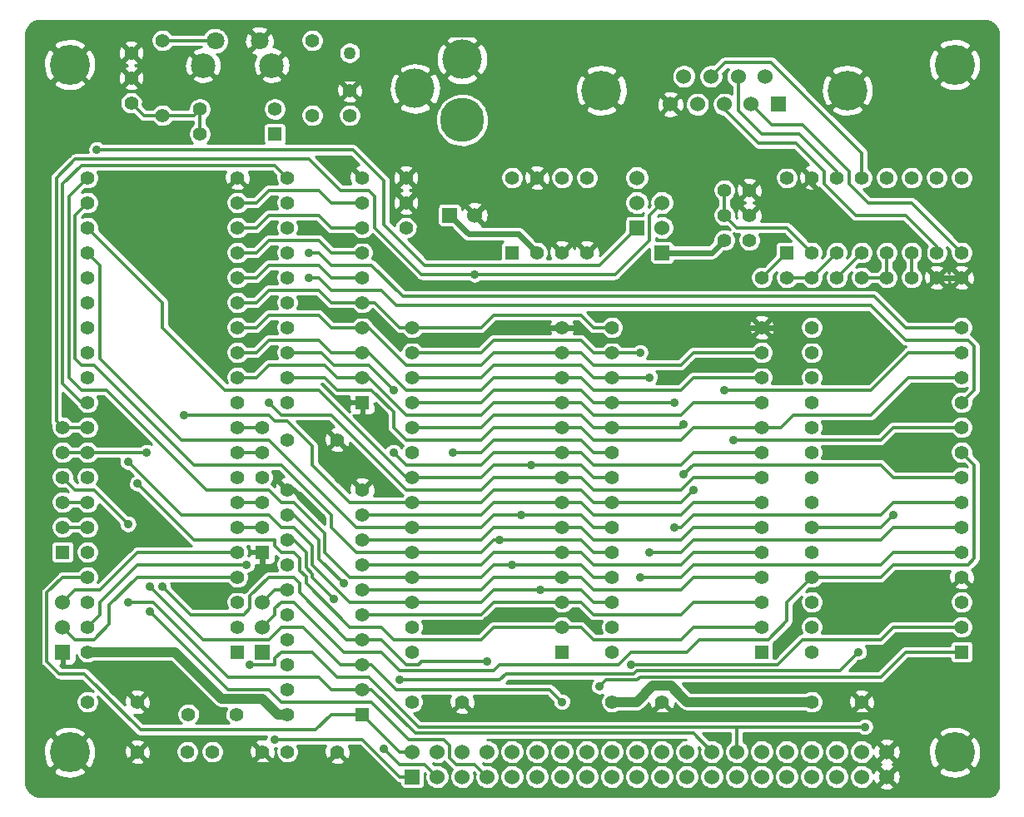
<source format=gtl>
G04 #@! TF.FileFunction,Copper,L1,Top,Signal*
%FSLAX46Y46*%
G04 Gerber Fmt 4.6, Leading zero omitted, Abs format (unit mm)*
G04 Created by KiCad (PCBNEW 4.0.1-stable) date 4/8/2017 12:25:21 PM*
%MOMM*%
G01*
G04 APERTURE LIST*
%ADD10C,0.150000*%
%ADD11C,1.397000*%
%ADD12R,1.524000X1.524000*%
%ADD13C,1.524000*%
%ADD14C,4.000000*%
%ADD15C,4.500000*%
%ADD16C,2.499360*%
%ADD17C,1.800860*%
%ADD18R,1.397000X1.397000*%
%ADD19C,4.064000*%
%ADD20C,4.048760*%
%ADD21C,1.270000*%
%ADD22C,0.889000*%
%ADD23C,0.355600*%
%ADD24C,0.609600*%
%ADD25C,0.990600*%
%ADD26C,0.254000*%
G04 APERTURE END LIST*
D10*
D11*
X109220000Y-120650000D03*
X114300000Y-120650000D03*
X182880000Y-120650000D03*
X187960000Y-120650000D03*
X162560000Y-120650000D03*
X167640000Y-120650000D03*
X142240000Y-120650000D03*
X147320000Y-120650000D03*
X129540000Y-125730000D03*
X134620000Y-125730000D03*
X129540000Y-93980000D03*
X134620000Y-93980000D03*
D12*
X165100000Y-72390000D03*
D13*
X165100000Y-69850000D03*
X165100000Y-67310000D03*
D12*
X167640000Y-74930000D03*
D13*
X167640000Y-72390000D03*
X167640000Y-69850000D03*
D12*
X127000000Y-115570000D03*
D13*
X127000000Y-113030000D03*
X127000000Y-110490000D03*
D14*
X147320000Y-55245000D03*
D15*
X147320000Y-61445140D03*
D14*
X142519400Y-58244740D03*
D12*
X106680000Y-115570000D03*
D13*
X106680000Y-113030000D03*
X106680000Y-110490000D03*
D12*
X142240000Y-128270000D03*
D13*
X142240000Y-125730000D03*
X144780000Y-128270000D03*
X144780000Y-125730000D03*
X147320000Y-128270000D03*
X147320000Y-125730000D03*
X149860000Y-128270000D03*
X149860000Y-125730000D03*
X152400000Y-128270000D03*
X152400000Y-125730000D03*
X154940000Y-128270000D03*
X154940000Y-125730000D03*
X157480000Y-128270000D03*
X157480000Y-125730000D03*
X160020000Y-128270000D03*
X160020000Y-125730000D03*
X162560000Y-128270000D03*
X162560000Y-125730000D03*
X165100000Y-128270000D03*
X165100000Y-125730000D03*
X167640000Y-128270000D03*
X167640000Y-125730000D03*
X170180000Y-128270000D03*
X170180000Y-125730000D03*
X172720000Y-128270000D03*
X172720000Y-125730000D03*
X175260000Y-125730000D03*
X175260000Y-128270000D03*
X177800000Y-125730000D03*
X177800000Y-128270000D03*
X180340000Y-128270000D03*
X180340000Y-125730000D03*
X182880000Y-128270000D03*
X182880000Y-125730000D03*
X185420000Y-128270000D03*
X185420000Y-125730000D03*
X187960000Y-128270000D03*
X187960000Y-125730000D03*
X190500000Y-128270000D03*
X190500000Y-125730000D03*
D11*
X116840000Y-60960000D03*
X116840000Y-53340000D03*
X128270000Y-60325000D03*
X120650000Y-60325000D03*
D16*
X127962660Y-55880000D03*
X120962420Y-55880000D03*
D17*
X126712980Y-53380640D03*
X122212100Y-53380640D03*
D18*
X124460000Y-115570000D03*
D11*
X124460000Y-113030000D03*
X124460000Y-110490000D03*
X124460000Y-107950000D03*
X124460000Y-105410000D03*
X124460000Y-102870000D03*
X124460000Y-100330000D03*
X124460000Y-97790000D03*
X124460000Y-95250000D03*
X124460000Y-92710000D03*
X124460000Y-90170000D03*
X124460000Y-87630000D03*
X124460000Y-85090000D03*
X124460000Y-82550000D03*
X124460000Y-80010000D03*
X124460000Y-77470000D03*
X124460000Y-74930000D03*
X124460000Y-72390000D03*
X124460000Y-69850000D03*
X124460000Y-67310000D03*
X109220000Y-67310000D03*
X109220000Y-69850000D03*
X109220000Y-72390000D03*
X109220000Y-74930000D03*
X109220000Y-77470000D03*
X109220000Y-80010000D03*
X109220000Y-82550000D03*
X109220000Y-85090000D03*
X109220000Y-87630000D03*
X109220000Y-90170000D03*
X109220000Y-92710000D03*
X109220000Y-95250000D03*
X109220000Y-97790000D03*
X109220000Y-100330000D03*
X109220000Y-102870000D03*
X109220000Y-105410000D03*
X109220000Y-107950000D03*
X109220000Y-110490000D03*
X109220000Y-113030000D03*
X109220000Y-115570000D03*
D18*
X198120000Y-115570000D03*
D11*
X198120000Y-113030000D03*
X198120000Y-110490000D03*
X198120000Y-107950000D03*
X198120000Y-105410000D03*
X198120000Y-102870000D03*
X198120000Y-100330000D03*
X198120000Y-97790000D03*
X198120000Y-95250000D03*
X198120000Y-92710000D03*
X198120000Y-90170000D03*
X198120000Y-87630000D03*
X198120000Y-85090000D03*
X198120000Y-82550000D03*
X182880000Y-82550000D03*
X182880000Y-85090000D03*
X182880000Y-87630000D03*
X182880000Y-90170000D03*
X182880000Y-92710000D03*
X182880000Y-95250000D03*
X182880000Y-97790000D03*
X182880000Y-100330000D03*
X182880000Y-102870000D03*
X182880000Y-105410000D03*
X182880000Y-107950000D03*
X182880000Y-110490000D03*
X182880000Y-113030000D03*
X182880000Y-115570000D03*
D18*
X177800000Y-115570000D03*
D11*
X177800000Y-113030000D03*
X177800000Y-110490000D03*
X177800000Y-107950000D03*
X177800000Y-105410000D03*
X177800000Y-102870000D03*
X177800000Y-100330000D03*
X177800000Y-97790000D03*
X177800000Y-95250000D03*
X177800000Y-92710000D03*
X177800000Y-90170000D03*
X177800000Y-87630000D03*
X177800000Y-85090000D03*
X177800000Y-82550000D03*
X162560000Y-82550000D03*
X162560000Y-85090000D03*
X162560000Y-87630000D03*
X162560000Y-90170000D03*
X162560000Y-92710000D03*
X162560000Y-95250000D03*
X162560000Y-97790000D03*
X162560000Y-100330000D03*
X162560000Y-102870000D03*
X162560000Y-105410000D03*
X162560000Y-107950000D03*
X162560000Y-110490000D03*
X162560000Y-113030000D03*
X162560000Y-115570000D03*
D18*
X137160000Y-121920000D03*
D11*
X137160000Y-119380000D03*
X137160000Y-116840000D03*
X137160000Y-114300000D03*
X137160000Y-111760000D03*
X137160000Y-109220000D03*
X137160000Y-106680000D03*
X137160000Y-104140000D03*
X137160000Y-101600000D03*
X137160000Y-99060000D03*
X129540000Y-99060000D03*
X129540000Y-101600000D03*
X129540000Y-104140000D03*
X129540000Y-106680000D03*
X129540000Y-109220000D03*
X129540000Y-111760000D03*
X129540000Y-114300000D03*
X129540000Y-116840000D03*
X129540000Y-119380000D03*
X129540000Y-121920000D03*
D18*
X137160000Y-90170000D03*
D11*
X137160000Y-87630000D03*
X137160000Y-85090000D03*
X137160000Y-82550000D03*
X137160000Y-80010000D03*
X137160000Y-77470000D03*
X137160000Y-74930000D03*
X137160000Y-72390000D03*
X137160000Y-69850000D03*
X137160000Y-67310000D03*
X129540000Y-67310000D03*
X129540000Y-69850000D03*
X129540000Y-72390000D03*
X129540000Y-74930000D03*
X129540000Y-77470000D03*
X129540000Y-80010000D03*
X129540000Y-82550000D03*
X129540000Y-85090000D03*
X129540000Y-87630000D03*
X129540000Y-90170000D03*
X124360940Y-121920000D03*
X119479060Y-121920000D03*
D18*
X106680000Y-105410000D03*
D11*
X106680000Y-102870000D03*
X106680000Y-100330000D03*
X106680000Y-97790000D03*
X106680000Y-95250000D03*
X106680000Y-92710000D03*
D18*
X127000000Y-105410000D03*
D11*
X127000000Y-102870000D03*
X127000000Y-100330000D03*
X127000000Y-97790000D03*
X127000000Y-95250000D03*
X127000000Y-92710000D03*
X195580000Y-77470000D03*
X193040000Y-77470000D03*
X198120000Y-77470000D03*
X113665000Y-57150000D03*
X113665000Y-59690000D03*
X113665000Y-54610000D03*
X141605000Y-69850000D03*
X141605000Y-72390000D03*
X141605000Y-67310000D03*
X121920000Y-125730000D03*
X127000000Y-125730000D03*
X119380000Y-125730000D03*
X114300000Y-125730000D03*
X132080000Y-53340000D03*
X132080000Y-60960000D03*
D18*
X180340000Y-74930000D03*
D11*
X182880000Y-74930000D03*
X185420000Y-74930000D03*
X187960000Y-74930000D03*
X190500000Y-74930000D03*
X193040000Y-74930000D03*
X195580000Y-74930000D03*
X198120000Y-74930000D03*
X198120000Y-67310000D03*
X195580000Y-67310000D03*
X193040000Y-67310000D03*
X190500000Y-67310000D03*
X187960000Y-67310000D03*
X185420000Y-67310000D03*
X182880000Y-67310000D03*
X180340000Y-67310000D03*
D18*
X152400000Y-74930000D03*
D11*
X154940000Y-74930000D03*
X157480000Y-74930000D03*
X160020000Y-74930000D03*
X160020000Y-67310000D03*
X157480000Y-67310000D03*
X154940000Y-67310000D03*
X152400000Y-67310000D03*
X176530000Y-71120000D03*
X176530000Y-73660000D03*
X176530000Y-68580000D03*
X180340000Y-77470000D03*
X177800000Y-77470000D03*
X182880000Y-77470000D03*
X173990000Y-71120000D03*
X173990000Y-73660000D03*
X173990000Y-68580000D03*
X187960000Y-77470000D03*
X185420000Y-77470000D03*
X190500000Y-77470000D03*
D19*
X197400000Y-125800000D03*
X107400000Y-125800000D03*
X197400000Y-55800000D03*
X107400000Y-55800000D03*
D20*
X186484260Y-58420000D03*
X161495740Y-58420000D03*
D12*
X179476400Y-59842400D03*
D13*
X176733200Y-59842400D03*
X173990000Y-59842400D03*
X171246800Y-59842400D03*
X168503600Y-59842400D03*
X169875200Y-56997600D03*
X172618400Y-56997600D03*
X175387000Y-56997600D03*
X178104800Y-56997600D03*
D18*
X157480000Y-115570000D03*
D11*
X157480000Y-113030000D03*
X157480000Y-110490000D03*
X157480000Y-107950000D03*
X157480000Y-105410000D03*
X157480000Y-102870000D03*
X157480000Y-100330000D03*
X157480000Y-97790000D03*
X157480000Y-95250000D03*
X157480000Y-92710000D03*
X157480000Y-90170000D03*
X157480000Y-87630000D03*
X157480000Y-85090000D03*
X157480000Y-82550000D03*
X142240000Y-82550000D03*
X142240000Y-85090000D03*
X142240000Y-87630000D03*
X142240000Y-90170000D03*
X142240000Y-92710000D03*
X142240000Y-95250000D03*
X142240000Y-97790000D03*
X142240000Y-100330000D03*
X142240000Y-102870000D03*
X142240000Y-105410000D03*
X142240000Y-107950000D03*
X142240000Y-110490000D03*
X142240000Y-113030000D03*
X142240000Y-115570000D03*
D12*
X146050000Y-71120000D03*
D13*
X148590000Y-71120000D03*
D11*
X135890000Y-60960000D03*
X135890000Y-58420000D03*
D21*
X135890000Y-54610000D03*
D11*
X120650000Y-62865000D03*
D18*
X128270000Y-62865000D03*
D22*
X140970000Y-118427500D03*
X187642500Y-115570000D03*
X140335000Y-95250000D03*
X140335000Y-88900000D03*
X154305000Y-96520000D03*
X153352500Y-101600000D03*
X114300000Y-98425000D03*
X113347500Y-96202500D03*
X155257500Y-109220000D03*
X110172500Y-64452500D03*
X115570000Y-108902500D03*
X157480000Y-120650000D03*
X127635000Y-90170000D03*
X152400000Y-106680000D03*
X151130000Y-104140000D03*
X161290000Y-119062500D03*
X164465000Y-116840000D03*
X165417500Y-85090000D03*
X165417500Y-107950000D03*
X166370000Y-87630000D03*
X166370000Y-105410000D03*
X168910000Y-102870000D03*
X168910000Y-90170000D03*
X169862500Y-97472500D03*
X169862500Y-92392500D03*
X115570000Y-111442500D03*
X125412500Y-106680000D03*
X113347500Y-110490000D03*
X125730000Y-116840000D03*
X188277500Y-123190000D03*
X139382500Y-125412500D03*
X131762500Y-74930000D03*
X128270000Y-124460000D03*
X135255000Y-108585000D03*
X119062500Y-91440000D03*
X115252500Y-95250000D03*
X173990000Y-88900000D03*
X170815000Y-99060000D03*
X134302500Y-110172500D03*
X146367500Y-95250000D03*
X191135000Y-101600000D03*
X131762500Y-77470000D03*
X174942500Y-93980000D03*
X148590000Y-77152500D03*
X118745000Y-109220000D03*
X114300000Y-100965000D03*
X120650000Y-71755000D03*
X184150000Y-83820000D03*
X170815000Y-86360000D03*
X192405000Y-72390000D03*
X190500000Y-83185000D03*
X149860000Y-112395000D03*
X156210000Y-111760000D03*
X135255000Y-81280000D03*
X159067500Y-78422500D03*
X135255000Y-73660000D03*
X166370000Y-83820000D03*
X166370000Y-78422500D03*
X133032500Y-101917500D03*
X116840000Y-108902500D03*
X113347500Y-102552500D03*
X149860000Y-116522500D03*
D23*
X129540000Y-109220000D02*
X128270000Y-109220000D01*
X128270000Y-109220000D02*
X127000000Y-110490000D01*
X108902500Y-117792500D02*
X114617500Y-123507500D01*
X114617500Y-123507500D02*
X132397500Y-123507500D01*
X108902500Y-117792500D02*
X106362500Y-117792500D01*
X105092500Y-109537500D02*
X106680000Y-107950000D01*
X105092500Y-116522500D02*
X105092500Y-109537500D01*
X106362500Y-117792500D02*
X105092500Y-116522500D01*
X137160000Y-121920000D02*
X133985000Y-121920000D01*
X133985000Y-121920000D02*
X132397500Y-123507500D01*
X185737500Y-117475000D02*
X165100000Y-117475000D01*
X165100000Y-117475000D02*
X164782500Y-117792500D01*
X151765000Y-117792500D02*
X164782500Y-117792500D01*
X140970000Y-118427500D02*
X151130000Y-118427500D01*
X151130000Y-118427500D02*
X151765000Y-117792500D01*
X185737500Y-117475000D02*
X187642500Y-115570000D01*
X142240000Y-125730000D02*
X140970000Y-125730000D01*
X140970000Y-125730000D02*
X137160000Y-121920000D01*
X109220000Y-107950000D02*
X106680000Y-107950000D01*
X180975000Y-91440000D02*
X188912500Y-91440000D01*
X188912500Y-91440000D02*
X192722500Y-87630000D01*
X198120000Y-87630000D02*
X192722500Y-87630000D01*
X138112500Y-88900000D02*
X140335000Y-91122500D01*
X129540000Y-87630000D02*
X133350000Y-87630000D01*
X133350000Y-87630000D02*
X134620000Y-88900000D01*
X134620000Y-88900000D02*
X138112500Y-88900000D01*
X140335000Y-91122500D02*
X140335000Y-92710000D01*
X140335000Y-92710000D02*
X141605000Y-93980000D01*
X177800000Y-92710000D02*
X179705000Y-92710000D01*
X179705000Y-92710000D02*
X180975000Y-91440000D01*
X149225000Y-93980000D02*
X150495000Y-92710000D01*
X157480000Y-92710000D02*
X150495000Y-92710000D01*
X141605000Y-93980000D02*
X149225000Y-93980000D01*
X157480000Y-92710000D02*
X159385000Y-92710000D01*
X170815000Y-92710000D02*
X177800000Y-92710000D01*
X169545000Y-93980000D02*
X170815000Y-92710000D01*
X160655000Y-93980000D02*
X169545000Y-93980000D01*
X159385000Y-92710000D02*
X160655000Y-93980000D01*
X149225000Y-96520000D02*
X141605000Y-96520000D01*
X141605000Y-96520000D02*
X140335000Y-95250000D01*
X129540000Y-85090000D02*
X133032500Y-85090000D01*
X137795000Y-86360000D02*
X140335000Y-88900000D01*
X134302500Y-86360000D02*
X137795000Y-86360000D01*
X133032500Y-85090000D02*
X134302500Y-86360000D01*
X157480000Y-95250000D02*
X150495000Y-95250000D01*
X149225000Y-96520000D02*
X150495000Y-95250000D01*
X169545000Y-96520000D02*
X170815000Y-95250000D01*
X170815000Y-95250000D02*
X177800000Y-95250000D01*
X157480000Y-95250000D02*
X159385000Y-95250000D01*
X160655000Y-96520000D02*
X169545000Y-96520000D01*
X159385000Y-95250000D02*
X160655000Y-96520000D01*
X132715000Y-88900000D02*
X123190000Y-88900000D01*
X123190000Y-88900000D02*
X116840000Y-82550000D01*
X116840000Y-82550000D02*
X116840000Y-80010000D01*
X132715000Y-88900000D02*
X141605000Y-97790000D01*
X141605000Y-97790000D02*
X142240000Y-97790000D01*
X141605000Y-97790000D02*
X142240000Y-97790000D01*
X141605000Y-97790000D02*
X142240000Y-97790000D01*
X109220000Y-72390000D02*
X116840000Y-80010000D01*
X142240000Y-97790000D02*
X149225000Y-97790000D01*
X160655000Y-97790000D02*
X162560000Y-97790000D01*
X159385000Y-96520000D02*
X160655000Y-97790000D01*
X150495000Y-96520000D02*
X154305000Y-96520000D01*
X154305000Y-96520000D02*
X159385000Y-96520000D01*
X149225000Y-97790000D02*
X150495000Y-96520000D01*
X127635000Y-93980000D02*
X118745000Y-93980000D01*
X110490000Y-85725000D02*
X110490000Y-76200000D01*
X118745000Y-93980000D02*
X110490000Y-85725000D01*
X136525000Y-102870000D02*
X132715000Y-99060000D01*
X132715000Y-99060000D02*
X127635000Y-93980000D01*
X109220000Y-74930000D02*
X110490000Y-76200000D01*
X142240000Y-102870000D02*
X136525000Y-102870000D01*
X142240000Y-102870000D02*
X149225000Y-102870000D01*
X160655000Y-102870000D02*
X162560000Y-102870000D01*
X159385000Y-101600000D02*
X160655000Y-102870000D01*
X150495000Y-101600000D02*
X153352500Y-101600000D01*
X153352500Y-101600000D02*
X159385000Y-101600000D01*
X149225000Y-102870000D02*
X150495000Y-101600000D01*
X128270000Y-104140000D02*
X120015000Y-104140000D01*
X120015000Y-104140000D02*
X114300000Y-98425000D01*
X131445000Y-108585000D02*
X135890000Y-113030000D01*
X157480000Y-113030000D02*
X150495000Y-113030000D01*
X128270000Y-104775000D02*
X128270000Y-104140000D01*
X128905000Y-105410000D02*
X128270000Y-104775000D01*
X130175000Y-105410000D02*
X128905000Y-105410000D01*
X130810000Y-106045000D02*
X130175000Y-105410000D01*
X139065000Y-113030000D02*
X135890000Y-113030000D01*
X140335000Y-114300000D02*
X139065000Y-113030000D01*
X149225000Y-114300000D02*
X140335000Y-114300000D01*
X150495000Y-113030000D02*
X149225000Y-114300000D01*
X130810000Y-106045000D02*
X130810000Y-107315000D01*
X130835398Y-107315000D02*
X131445000Y-107924602D01*
X131445000Y-107924602D02*
X131445000Y-108585000D01*
X130810000Y-107315000D02*
X130835398Y-107315000D01*
X177800000Y-113030000D02*
X170815000Y-113030000D01*
X159385000Y-113030000D02*
X157480000Y-113030000D01*
X160655000Y-114300000D02*
X159385000Y-113030000D01*
X169545000Y-114300000D02*
X160655000Y-114300000D01*
X170815000Y-113030000D02*
X169545000Y-114300000D01*
X127635000Y-101600000D02*
X118745000Y-101600000D01*
X118745000Y-101600000D02*
X113347500Y-96202500D01*
X130175000Y-102870000D02*
X132080000Y-104775000D01*
X132080000Y-104775000D02*
X132080000Y-106680000D01*
X132080000Y-106680000D02*
X135890000Y-110490000D01*
X128905000Y-102870000D02*
X127635000Y-101600000D01*
X130175000Y-102870000D02*
X128905000Y-102870000D01*
X135890000Y-110490000D02*
X142240000Y-110490000D01*
X142240000Y-110490000D02*
X135890000Y-110490000D01*
X142240000Y-110490000D02*
X149225000Y-110490000D01*
X160655000Y-110490000D02*
X162560000Y-110490000D01*
X159385000Y-109220000D02*
X160655000Y-110490000D01*
X150495000Y-109220000D02*
X155257500Y-109220000D01*
X155257500Y-109220000D02*
X159385000Y-109220000D01*
X149225000Y-110490000D02*
X150495000Y-109220000D01*
X165100000Y-72390000D02*
X161290000Y-76200000D01*
X139382500Y-72072500D02*
X139382500Y-67627500D01*
X139382500Y-67627500D02*
X136207500Y-64452500D01*
X136207500Y-64452500D02*
X110172500Y-64452500D01*
X143510000Y-76200000D02*
X139382500Y-72072500D01*
X161290000Y-76200000D02*
X143510000Y-76200000D01*
X120967500Y-114300000D02*
X115570000Y-108902500D01*
X127635000Y-114300000D02*
X120967500Y-114300000D01*
X137160000Y-116840000D02*
X138112500Y-116840000D01*
X140652500Y-119380000D02*
X156210000Y-119380000D01*
X138112500Y-116840000D02*
X140652500Y-119380000D01*
X156210000Y-119380000D02*
X157480000Y-120650000D01*
X156210000Y-119380000D02*
X157480000Y-120650000D01*
X137160000Y-116840000D02*
X134937500Y-116840000D01*
X128905000Y-113030000D02*
X127635000Y-114300000D01*
X131127500Y-113030000D02*
X128905000Y-113030000D01*
X134937500Y-116840000D02*
X131127500Y-113030000D01*
X133985000Y-91440000D02*
X141605000Y-99060000D01*
X128905000Y-91440000D02*
X133985000Y-91440000D01*
X127635000Y-90170000D02*
X128905000Y-91440000D01*
X150495000Y-97790000D02*
X149225000Y-99060000D01*
X149225000Y-99060000D02*
X141605000Y-99060000D01*
X157480000Y-97790000D02*
X150495000Y-97790000D01*
X157480000Y-97790000D02*
X159385000Y-97790000D01*
X170815000Y-97790000D02*
X177800000Y-97790000D01*
X169545000Y-99060000D02*
X170815000Y-97790000D01*
X160655000Y-99060000D02*
X169545000Y-99060000D01*
X159385000Y-97790000D02*
X160655000Y-99060000D01*
X137160000Y-101600000D02*
X149225000Y-101600000D01*
X149225000Y-101600000D02*
X150495000Y-100330000D01*
X150495000Y-100330000D02*
X157480000Y-100330000D01*
X157480000Y-100330000D02*
X159385000Y-100330000D01*
X159385000Y-100330000D02*
X160655000Y-101600000D01*
X160655000Y-101600000D02*
X169545000Y-101600000D01*
X169545000Y-101600000D02*
X170815000Y-100330000D01*
X170815000Y-100330000D02*
X177800000Y-100330000D01*
X137160000Y-104140000D02*
X149225000Y-104140000D01*
X149225000Y-104140000D02*
X150495000Y-102870000D01*
X150495000Y-102870000D02*
X157480000Y-102870000D01*
X157480000Y-102870000D02*
X159385000Y-102870000D01*
X159385000Y-102870000D02*
X160655000Y-104140000D01*
X160655000Y-104140000D02*
X169545000Y-104140000D01*
X169545000Y-104140000D02*
X170815000Y-102870000D01*
X170815000Y-102870000D02*
X177800000Y-102870000D01*
X137160000Y-106680000D02*
X149225000Y-106680000D01*
X149225000Y-106680000D02*
X150495000Y-105410000D01*
X150495000Y-105410000D02*
X157480000Y-105410000D01*
X157480000Y-105410000D02*
X159385000Y-105410000D01*
X159385000Y-105410000D02*
X160655000Y-106680000D01*
X160655000Y-106680000D02*
X169545000Y-106680000D01*
X169545000Y-106680000D02*
X170815000Y-105410000D01*
X170815000Y-105410000D02*
X177800000Y-105410000D01*
X137160000Y-109220000D02*
X149225000Y-109220000D01*
X149225000Y-109220000D02*
X150495000Y-107950000D01*
X150495000Y-107950000D02*
X157480000Y-107950000D01*
X157480000Y-107950000D02*
X159385000Y-107950000D01*
X170815000Y-107950000D02*
X177800000Y-107950000D01*
X169545000Y-109220000D02*
X170815000Y-107950000D01*
X160655000Y-109220000D02*
X169545000Y-109220000D01*
X159385000Y-107950000D02*
X160655000Y-109220000D01*
X137160000Y-111760000D02*
X149225000Y-111760000D01*
X149225000Y-111760000D02*
X150495000Y-110490000D01*
X150495000Y-110490000D02*
X157480000Y-110490000D01*
X157480000Y-110490000D02*
X159385000Y-110490000D01*
X159385000Y-110490000D02*
X160655000Y-111760000D01*
X160655000Y-111760000D02*
X169545000Y-111760000D01*
X169545000Y-111760000D02*
X170815000Y-110490000D01*
X170815000Y-110490000D02*
X177800000Y-110490000D01*
X111125000Y-88900000D02*
X121285000Y-99060000D01*
X121285000Y-99060000D02*
X127635000Y-99060000D01*
X108585000Y-88900000D02*
X111125000Y-88900000D01*
X108585000Y-88900000D02*
X107315000Y-87630000D01*
X107315000Y-87630000D02*
X107315000Y-69215000D01*
X107315000Y-69215000D02*
X109220000Y-67310000D01*
X142240000Y-107950000D02*
X135890000Y-107950000D01*
X135890000Y-107950000D02*
X133375398Y-105435398D01*
X133375398Y-105435398D02*
X133375398Y-103530398D01*
X133375398Y-103530398D02*
X130175000Y-100330000D01*
X130175000Y-100330000D02*
X128905000Y-100330000D01*
X128905000Y-100330000D02*
X127635000Y-99060000D01*
X142240000Y-107950000D02*
X149225000Y-107950000D01*
X160655000Y-107950000D02*
X162560000Y-107950000D01*
X159385000Y-106680000D02*
X160655000Y-107950000D01*
X150495000Y-106680000D02*
X152400000Y-106680000D01*
X152400000Y-106680000D02*
X159385000Y-106680000D01*
X149225000Y-107950000D02*
X150495000Y-106680000D01*
X128905000Y-96520000D02*
X120015000Y-96520000D01*
X120015000Y-96520000D02*
X109855000Y-86360000D01*
X108585000Y-86360000D02*
X109855000Y-86360000D01*
X107950000Y-71120000D02*
X107950000Y-85725000D01*
X107950000Y-85725000D02*
X108585000Y-86360000D01*
X107950000Y-71120000D02*
X109220000Y-69850000D01*
X142240000Y-105410000D02*
X136525000Y-105410000D01*
X133985000Y-101600000D02*
X128905000Y-96520000D01*
X133985000Y-102870000D02*
X133985000Y-101600000D01*
X136525000Y-105410000D02*
X133985000Y-102870000D01*
X142240000Y-105410000D02*
X149225000Y-105410000D01*
X160655000Y-105410000D02*
X162560000Y-105410000D01*
X159385000Y-104140000D02*
X160655000Y-105410000D01*
X150495000Y-104140000D02*
X151130000Y-104140000D01*
X151130000Y-104140000D02*
X159385000Y-104140000D01*
X149225000Y-105410000D02*
X150495000Y-104140000D01*
X137160000Y-87630000D02*
X137795000Y-87630000D01*
X137795000Y-87630000D02*
X141605000Y-91440000D01*
X127635000Y-86360000D02*
X133350000Y-86360000D01*
X133350000Y-86360000D02*
X134620000Y-87630000D01*
X150495000Y-90170000D02*
X157480000Y-90170000D01*
X141605000Y-91440000D02*
X149225000Y-91440000D01*
X149225000Y-91440000D02*
X150495000Y-90170000D01*
X169545000Y-91440000D02*
X170815000Y-90170000D01*
X170815000Y-90170000D02*
X177800000Y-90170000D01*
X157480000Y-90170000D02*
X159385000Y-90170000D01*
X159385000Y-90170000D02*
X160655000Y-91440000D01*
X160655000Y-91440000D02*
X169545000Y-91440000D01*
X124460000Y-87630000D02*
X126365000Y-87630000D01*
X134620000Y-87630000D02*
X137160000Y-87630000D01*
X126365000Y-87630000D02*
X127635000Y-86360000D01*
X137160000Y-85090000D02*
X137795000Y-85090000D01*
X137795000Y-85090000D02*
X141605000Y-88900000D01*
X149225000Y-88900000D02*
X150495000Y-87630000D01*
X141605000Y-88900000D02*
X149225000Y-88900000D01*
X169545000Y-88900000D02*
X170815000Y-87630000D01*
X159385000Y-87630000D02*
X160655000Y-88900000D01*
X160655000Y-88900000D02*
X169545000Y-88900000D01*
X157480000Y-87630000D02*
X159385000Y-87630000D01*
X170815000Y-87630000D02*
X177800000Y-87630000D01*
X150495000Y-87630000D02*
X157480000Y-87630000D01*
X124460000Y-85090000D02*
X126365000Y-85090000D01*
X133985000Y-85090000D02*
X137160000Y-85090000D01*
X132715000Y-83820000D02*
X133985000Y-85090000D01*
X127635000Y-83820000D02*
X132715000Y-83820000D01*
X126365000Y-85090000D02*
X127635000Y-83820000D01*
X165100000Y-118427500D02*
X165417500Y-118110000D01*
X165417500Y-118110000D02*
X189865000Y-118110000D01*
X192405000Y-115570000D02*
X189865000Y-118110000D01*
X198120000Y-115570000D02*
X192405000Y-115570000D01*
X161925000Y-118427500D02*
X161290000Y-119062500D01*
X165100000Y-118427500D02*
X161925000Y-118427500D01*
X137160000Y-82550000D02*
X137795000Y-82550000D01*
X137795000Y-82550000D02*
X141605000Y-86360000D01*
X149225000Y-86360000D02*
X150495000Y-85090000D01*
X141605000Y-86360000D02*
X149225000Y-86360000D01*
X169545000Y-86360000D02*
X170815000Y-85090000D01*
X170815000Y-85090000D02*
X177800000Y-85090000D01*
X132715000Y-81280000D02*
X133985000Y-82550000D01*
X133985000Y-82550000D02*
X137160000Y-82550000D01*
X157480000Y-85090000D02*
X159385000Y-85090000D01*
X160655000Y-86360000D02*
X169545000Y-86360000D01*
X159385000Y-85090000D02*
X160655000Y-86360000D01*
X150495000Y-85090000D02*
X157480000Y-85090000D01*
X124460000Y-82550000D02*
X126365000Y-82550000D01*
X127635000Y-81280000D02*
X132715000Y-81280000D01*
X126365000Y-82550000D02*
X127635000Y-81280000D01*
X181927500Y-114300000D02*
X189865000Y-114300000D01*
X189865000Y-114300000D02*
X191135000Y-113030000D01*
X198120000Y-113030000D02*
X191135000Y-113030000D01*
X164465000Y-116840000D02*
X179387500Y-116840000D01*
X179387500Y-116840000D02*
X181927500Y-114300000D01*
X137160000Y-80010000D02*
X138430000Y-80010000D01*
X140970000Y-82550000D02*
X142240000Y-82550000D01*
X138430000Y-80010000D02*
X140970000Y-82550000D01*
X137160000Y-80010000D02*
X133985000Y-80010000D01*
X126365000Y-80010000D02*
X127635000Y-78740000D01*
X127635000Y-78740000D02*
X132715000Y-78740000D01*
X132715000Y-78740000D02*
X133985000Y-80010000D01*
X126365000Y-80010000D02*
X124460000Y-80010000D01*
X142240000Y-82550000D02*
X149225000Y-82550000D01*
X160655000Y-82550000D02*
X162560000Y-82550000D01*
X159385000Y-81280000D02*
X160655000Y-82550000D01*
X150495000Y-81280000D02*
X159385000Y-81280000D01*
X149225000Y-82550000D02*
X150495000Y-81280000D01*
X162560000Y-85090000D02*
X165417500Y-85090000D01*
X198120000Y-105410000D02*
X191135000Y-105410000D01*
X189865000Y-106680000D02*
X191135000Y-105410000D01*
X170815000Y-106680000D02*
X189865000Y-106680000D01*
X169545000Y-107950000D02*
X170815000Y-106680000D01*
X169545000Y-107950000D02*
X165417500Y-107950000D01*
X142240000Y-85090000D02*
X149225000Y-85090000D01*
X149225000Y-85090000D02*
X150495000Y-83820000D01*
X150495000Y-83820000D02*
X159385000Y-83820000D01*
X159385000Y-83820000D02*
X160655000Y-85090000D01*
X160655000Y-85090000D02*
X162560000Y-85090000D01*
X124460000Y-77470000D02*
X126365000Y-77470000D01*
X133985000Y-77470000D02*
X137160000Y-77470000D01*
X132715000Y-76200000D02*
X133985000Y-77470000D01*
X127635000Y-76200000D02*
X132715000Y-76200000D01*
X126365000Y-77470000D02*
X127635000Y-76200000D01*
X166370000Y-87630000D02*
X162560000Y-87630000D01*
X198120000Y-102870000D02*
X191135000Y-102870000D01*
X189865000Y-104140000D02*
X191135000Y-102870000D01*
X170815000Y-104140000D02*
X189865000Y-104140000D01*
X169545000Y-105410000D02*
X170815000Y-104140000D01*
X169545000Y-105410000D02*
X166370000Y-105410000D01*
X142240000Y-87630000D02*
X149225000Y-87630000D01*
X160655000Y-87630000D02*
X162560000Y-87630000D01*
X159385000Y-86360000D02*
X160655000Y-87630000D01*
X150495000Y-86360000D02*
X159385000Y-86360000D01*
X149225000Y-87630000D02*
X150495000Y-86360000D01*
X124460000Y-74930000D02*
X126365000Y-74930000D01*
X133985000Y-74930000D02*
X137160000Y-74930000D01*
X132715000Y-73660000D02*
X133985000Y-74930000D01*
X127635000Y-73660000D02*
X132715000Y-73660000D01*
X126365000Y-74930000D02*
X127635000Y-73660000D01*
X198120000Y-100330000D02*
X191135000Y-100330000D01*
X169545000Y-102870000D02*
X168910000Y-102870000D01*
X170815000Y-101600000D02*
X169545000Y-102870000D01*
X189865000Y-101600000D02*
X170815000Y-101600000D01*
X191135000Y-100330000D02*
X189865000Y-101600000D01*
X168910000Y-90170000D02*
X162560000Y-90170000D01*
X150495000Y-88900000D02*
X159385000Y-88900000D01*
X142240000Y-90170000D02*
X149225000Y-90170000D01*
X149225000Y-90170000D02*
X150495000Y-88900000D01*
X159385000Y-88900000D02*
X160655000Y-90170000D01*
X160655000Y-90170000D02*
X162560000Y-90170000D01*
X124460000Y-72390000D02*
X126365000Y-72390000D01*
X133985000Y-72390000D02*
X137160000Y-72390000D01*
X132715000Y-71120000D02*
X133985000Y-72390000D01*
X127635000Y-71120000D02*
X132715000Y-71120000D01*
X126365000Y-72390000D02*
X127635000Y-71120000D01*
X170815000Y-96520000D02*
X189865000Y-96520000D01*
X189865000Y-96520000D02*
X191135000Y-97790000D01*
X198120000Y-97790000D02*
X191135000Y-97790000D01*
X170815000Y-96520000D02*
X169862500Y-97472500D01*
X160655000Y-92710000D02*
X162560000Y-92710000D01*
X162560000Y-92710000D02*
X169545000Y-92710000D01*
X169545000Y-92710000D02*
X169862500Y-92392500D01*
X142240000Y-92710000D02*
X149225000Y-92710000D01*
X159385000Y-91440000D02*
X160655000Y-92710000D01*
X150495000Y-91440000D02*
X159385000Y-91440000D01*
X149225000Y-92710000D02*
X150495000Y-91440000D01*
X124460000Y-69850000D02*
X126365000Y-69850000D01*
X133985000Y-69850000D02*
X137160000Y-69850000D01*
X132715000Y-68580000D02*
X133985000Y-69850000D01*
X127635000Y-68580000D02*
X132715000Y-68580000D01*
X126365000Y-69850000D02*
X127635000Y-68580000D01*
X123507500Y-119380000D02*
X115570000Y-111442500D01*
X141922500Y-124460000D02*
X138112500Y-120650000D01*
X148590000Y-127000000D02*
X149860000Y-128270000D01*
X148590000Y-127000000D02*
X146685000Y-127000000D01*
X128905000Y-120650000D02*
X127635000Y-119380000D01*
X127635000Y-119380000D02*
X123507500Y-119380000D01*
X138112500Y-120650000D02*
X128905000Y-120650000D01*
X145415000Y-124460000D02*
X146050000Y-125095000D01*
X146050000Y-125095000D02*
X146050000Y-126365000D01*
X146050000Y-126365000D02*
X146685000Y-127000000D01*
X141922500Y-124460000D02*
X145415000Y-124460000D01*
X129540000Y-67310000D02*
X128270000Y-66040000D01*
X128270000Y-66040000D02*
X108585000Y-66040000D01*
X109220000Y-90170000D02*
X108585000Y-90170000D01*
X108585000Y-90170000D02*
X106680000Y-88265000D01*
X106680000Y-67945000D02*
X108585000Y-66040000D01*
X106680000Y-88265000D02*
X106680000Y-67945000D01*
X114300000Y-106680000D02*
X125412500Y-106680000D01*
X110490000Y-111760000D02*
X110490000Y-110490000D01*
X110490000Y-110490000D02*
X114300000Y-106680000D01*
X109220000Y-113030000D02*
X110490000Y-111760000D01*
X124460000Y-92710000D02*
X127000000Y-92710000D01*
X123507500Y-118110000D02*
X115887500Y-110490000D01*
X133985000Y-119380000D02*
X132715000Y-118110000D01*
X132715000Y-118110000D02*
X123507500Y-118110000D01*
X137160000Y-119380000D02*
X133985000Y-119380000D01*
X115887500Y-110490000D02*
X113347500Y-110490000D01*
X109220000Y-100330000D02*
X106680000Y-100330000D01*
X142557500Y-123825000D02*
X170815000Y-123825000D01*
X170815000Y-123825000D02*
X172720000Y-125730000D01*
X137160000Y-119380000D02*
X138112500Y-119380000D01*
X138112500Y-119380000D02*
X142557500Y-123825000D01*
X106680000Y-102870000D02*
X109220000Y-102870000D01*
X125730000Y-116840000D02*
X128270000Y-116840000D01*
X142875000Y-123190000D02*
X137795000Y-118110000D01*
X142875000Y-123190000D02*
X175260000Y-123190000D01*
X134620000Y-118110000D02*
X132080000Y-115570000D01*
X132080000Y-115570000D02*
X128905000Y-115570000D01*
X128905000Y-115570000D02*
X128270000Y-116205000D01*
X128270000Y-116205000D02*
X128270000Y-116840000D01*
X137795000Y-118110000D02*
X134620000Y-118110000D01*
X188277500Y-123190000D02*
X175260000Y-123190000D01*
X175260000Y-125730000D02*
X175260000Y-123190000D01*
X144780000Y-128270000D02*
X143510000Y-127000000D01*
X140970000Y-127000000D02*
X139382500Y-125412500D01*
X143510000Y-127000000D02*
X140970000Y-127000000D01*
X127000000Y-95250000D02*
X124460000Y-95250000D01*
X198120000Y-82550000D02*
X192405000Y-82550000D01*
X192405000Y-82550000D02*
X189230000Y-79375000D01*
X132715000Y-74930000D02*
X133985000Y-76200000D01*
X133985000Y-76200000D02*
X138112500Y-76200000D01*
X138112500Y-76200000D02*
X141287500Y-79375000D01*
X141287500Y-79375000D02*
X189230000Y-79375000D01*
X131762500Y-74930000D02*
X132715000Y-74930000D01*
X124460000Y-100330000D02*
X127000000Y-100330000D01*
X107950000Y-109220000D02*
X110490000Y-109220000D01*
X110490000Y-109220000D02*
X114300000Y-105410000D01*
X124460000Y-105410000D02*
X114300000Y-105410000D01*
X106680000Y-110490000D02*
X107950000Y-109220000D01*
X111442500Y-112712500D02*
X111442500Y-110807500D01*
X114300000Y-107950000D02*
X124460000Y-107950000D01*
X111442500Y-110807500D02*
X114300000Y-107950000D01*
X106680000Y-113030000D02*
X107950000Y-114300000D01*
X109855000Y-114300000D02*
X111442500Y-112712500D01*
X107950000Y-114300000D02*
X109855000Y-114300000D01*
X142240000Y-128270000D02*
X140970000Y-128270000D01*
X140970000Y-128270000D02*
X137160000Y-124460000D01*
X137160000Y-124460000D02*
X128270000Y-124460000D01*
X124460000Y-102870000D02*
X127000000Y-102870000D01*
X169862500Y-115570000D02*
X170180000Y-115570000D01*
X170180000Y-115570000D02*
X171450000Y-114300000D01*
X171450000Y-114300000D02*
X178435000Y-114300000D01*
X162877500Y-116840000D02*
X163195000Y-116840000D01*
X163195000Y-116840000D02*
X164465000Y-115570000D01*
X164465000Y-115570000D02*
X169862500Y-115570000D01*
X162877500Y-116840000D02*
X151130000Y-116840000D01*
X151130000Y-116840000D02*
X150495000Y-117475000D01*
X127000000Y-113030000D02*
X128270000Y-111760000D01*
X139065000Y-115570000D02*
X140970000Y-117475000D01*
X139065000Y-115570000D02*
X135255000Y-115570000D01*
X140970000Y-117475000D02*
X150495000Y-117475000D01*
X128270000Y-111760000D02*
X128270000Y-111125000D01*
X128270000Y-111125000D02*
X128905000Y-110490000D01*
X128905000Y-110490000D02*
X130175000Y-110490000D01*
X130175000Y-110490000D02*
X135255000Y-115570000D01*
X178435000Y-114300000D02*
X180340000Y-112395000D01*
X180340000Y-112395000D02*
X180340000Y-110490000D01*
X180340000Y-110490000D02*
X182880000Y-107950000D01*
X182880000Y-107950000D02*
X189865000Y-107950000D01*
X199390000Y-96520000D02*
X198120000Y-95250000D01*
X199390000Y-106045000D02*
X199390000Y-96520000D01*
X198755000Y-106680000D02*
X199390000Y-106045000D01*
X191135000Y-106680000D02*
X198755000Y-106680000D01*
X189865000Y-107950000D02*
X191135000Y-106680000D01*
X129540000Y-101600000D02*
X130175000Y-101600000D01*
X130175000Y-101600000D02*
X132765796Y-104190796D01*
X132765796Y-106095796D02*
X135255000Y-108585000D01*
X132765796Y-104190796D02*
X132765796Y-106095796D01*
X109220000Y-95250000D02*
X115252500Y-95250000D01*
X127635000Y-91440000D02*
X119062500Y-91440000D01*
X129540000Y-92075000D02*
X128270000Y-92075000D01*
X132080000Y-94615000D02*
X129540000Y-92075000D01*
X135890000Y-100330000D02*
X132080000Y-96520000D01*
X132080000Y-96520000D02*
X132080000Y-94615000D01*
X135890000Y-100330000D02*
X142240000Y-100330000D01*
X128270000Y-92075000D02*
X127635000Y-91440000D01*
X198120000Y-85090000D02*
X192722500Y-85090000D01*
X192722500Y-85090000D02*
X188912500Y-88900000D01*
X188912500Y-88900000D02*
X173990000Y-88900000D01*
X170815000Y-99060000D02*
X169545000Y-100330000D01*
X162560000Y-100330000D02*
X169545000Y-100330000D01*
X109220000Y-95250000D02*
X106680000Y-95250000D01*
X142240000Y-100330000D02*
X149225000Y-100330000D01*
X149225000Y-100330000D02*
X150495000Y-99060000D01*
X150495000Y-99060000D02*
X159385000Y-99060000D01*
X159385000Y-99060000D02*
X160655000Y-100330000D01*
X160655000Y-100330000D02*
X162560000Y-100330000D01*
X131445000Y-106997500D02*
X132080000Y-107632500D01*
X132080000Y-107632500D02*
X132080000Y-107950000D01*
X150495000Y-93980000D02*
X149225000Y-95250000D01*
X159385000Y-93980000D02*
X150495000Y-93980000D01*
X160655000Y-95250000D02*
X159385000Y-93980000D01*
X162560000Y-95250000D02*
X160655000Y-95250000D01*
X134302500Y-110172500D02*
X132080000Y-107950000D01*
X146367500Y-95250000D02*
X149225000Y-95250000D01*
X131445000Y-106997500D02*
X131445000Y-105410000D01*
X131445000Y-105410000D02*
X130175000Y-104140000D01*
X130175000Y-104140000D02*
X129540000Y-104140000D01*
X182880000Y-102870000D02*
X189865000Y-102870000D01*
X189865000Y-102870000D02*
X191135000Y-101600000D01*
X198437500Y-83820000D02*
X192405000Y-83820000D01*
X192405000Y-83820000D02*
X188912500Y-80327500D01*
X198120000Y-90170000D02*
X199390000Y-88900000D01*
X199390000Y-88900000D02*
X199390000Y-84455000D01*
X199390000Y-84455000D02*
X198755000Y-83820000D01*
X198755000Y-83820000D02*
X198437500Y-83820000D01*
X188912500Y-80327500D02*
X140652500Y-80327500D01*
X131762500Y-77470000D02*
X132715000Y-77470000D01*
X132715000Y-77470000D02*
X133985000Y-78740000D01*
X133985000Y-78740000D02*
X139065000Y-78740000D01*
X139065000Y-78740000D02*
X140652500Y-80327500D01*
X162877500Y-77152500D02*
X166370000Y-73660000D01*
X166370000Y-71120000D02*
X167640000Y-69850000D01*
X166370000Y-73660000D02*
X166370000Y-71120000D01*
X148590000Y-77152500D02*
X162877500Y-77152500D01*
X189865000Y-93980000D02*
X191135000Y-92710000D01*
X198120000Y-92710000D02*
X191135000Y-92710000D01*
X174942500Y-93980000D02*
X189865000Y-93980000D01*
X148590000Y-77152500D02*
X143192500Y-77152500D01*
X143192500Y-77152500D02*
X138430000Y-72390000D01*
X107950000Y-65405000D02*
X131762500Y-65405000D01*
X106045000Y-92075000D02*
X106045000Y-67310000D01*
X106045000Y-67310000D02*
X107950000Y-65405000D01*
X106680000Y-92710000D02*
X106045000Y-92075000D01*
X138430000Y-69215000D02*
X138430000Y-72390000D01*
X137795000Y-68580000D02*
X138430000Y-69215000D01*
X134937500Y-68580000D02*
X137795000Y-68580000D01*
X131762500Y-65405000D02*
X134937500Y-68580000D01*
X106680000Y-92710000D02*
X109220000Y-92710000D01*
D24*
X125095000Y-109220000D02*
X127000000Y-107315000D01*
X127000000Y-105410000D02*
X127000000Y-107315000D01*
X125095000Y-109220000D02*
X118745000Y-109220000D01*
X165735000Y-52705000D02*
X165735000Y-57073800D01*
X165735000Y-57073800D02*
X168503600Y-59842400D01*
X158432500Y-52705000D02*
X165735000Y-52705000D01*
X165735000Y-52705000D02*
X184150000Y-52705000D01*
X184150000Y-52705000D02*
X184150000Y-56085740D01*
X184150000Y-56085740D02*
X186484260Y-58420000D01*
X158432500Y-52705000D02*
X158432500Y-55356760D01*
X158432500Y-55356760D02*
X161495740Y-58420000D01*
X144780000Y-52705000D02*
X158432500Y-52705000D01*
X184150000Y-52705000D02*
X194305000Y-52705000D01*
X194305000Y-52705000D02*
X197400000Y-55800000D01*
X109855000Y-96520000D02*
X114300000Y-100965000D01*
X104775000Y-95567500D02*
X104775000Y-58425000D01*
X104775000Y-58425000D02*
X107400000Y-55800000D01*
X109855000Y-96520000D02*
X105727500Y-96520000D01*
X105727500Y-96520000D02*
X104775000Y-95567500D01*
X180975000Y-83820000D02*
X184150000Y-83820000D01*
X179705000Y-82550000D02*
X180975000Y-83820000D01*
X179705000Y-82550000D02*
X177800000Y-82550000D01*
X187325000Y-86360000D02*
X190500000Y-83185000D01*
X187325000Y-86360000D02*
X170815000Y-86360000D01*
X156210000Y-111760000D02*
X150495000Y-111760000D01*
X150495000Y-111760000D02*
X149860000Y-112395000D01*
X157480000Y-82550000D02*
X150495000Y-82550000D01*
X138430000Y-81280000D02*
X135255000Y-81280000D01*
X140970000Y-83820000D02*
X138430000Y-81280000D01*
X149225000Y-83820000D02*
X140970000Y-83820000D01*
X150495000Y-82550000D02*
X149225000Y-83820000D01*
X142557500Y-78422500D02*
X159067500Y-78422500D01*
X159067500Y-78422500D02*
X166370000Y-78422500D01*
X137795000Y-73660000D02*
X142557500Y-78422500D01*
X137795000Y-73660000D02*
X135255000Y-73660000D01*
X142519400Y-58244740D02*
X139927330Y-55652670D01*
X140017500Y-55880000D02*
X140017500Y-55562500D01*
X139927330Y-55789830D02*
X140017500Y-55880000D01*
X139927330Y-55652670D02*
X139927330Y-55789830D01*
X147320000Y-55245000D02*
X144780000Y-52705000D01*
X124460000Y-58420000D02*
X125422660Y-58420000D01*
X125422660Y-58420000D02*
X127962660Y-55880000D01*
X148590000Y-71120000D02*
X151130000Y-68580000D01*
X151130000Y-68580000D02*
X150495000Y-68580000D01*
X142875000Y-68580000D02*
X150495000Y-68580000D01*
X150495000Y-68580000D02*
X153670000Y-68580000D01*
X141605000Y-69850000D02*
X142875000Y-68580000D01*
X153670000Y-68580000D02*
X154940000Y-67310000D01*
X138430000Y-57150000D02*
X138430000Y-64135000D01*
X138430000Y-64135000D02*
X141605000Y-67310000D01*
X142875000Y-52705000D02*
X141605000Y-53975000D01*
X141605000Y-53975000D02*
X140017500Y-55562500D01*
X140017500Y-55562500D02*
X138430000Y-57150000D01*
X144780000Y-52705000D02*
X144145000Y-52705000D01*
X144145000Y-52705000D02*
X142875000Y-52705000D01*
X137160000Y-57150000D02*
X129232660Y-57150000D01*
X129232660Y-57150000D02*
X127962660Y-55880000D01*
X138430000Y-57150000D02*
X137160000Y-57150000D01*
X137160000Y-57150000D02*
X135890000Y-58420000D01*
X123507500Y-58420000D02*
X117475000Y-58420000D01*
X117475000Y-58420000D02*
X114935000Y-55880000D01*
X124460000Y-58420000D02*
X123507500Y-58420000D01*
X123507500Y-58420000D02*
X123502420Y-58420000D01*
X113665000Y-57150000D02*
X114935000Y-55880000D01*
X114935000Y-55880000D02*
X113665000Y-54610000D01*
X109540000Y-53660000D02*
X112715000Y-53660000D01*
X112715000Y-53660000D02*
X113665000Y-54610000D01*
X126712980Y-53380640D02*
X124460000Y-55633620D01*
X124460000Y-55633620D02*
X124460000Y-58420000D01*
X120962420Y-55880000D02*
X123502420Y-58420000D01*
X186690000Y-121920000D02*
X191770000Y-121920000D01*
X193040000Y-123190000D02*
X191770000Y-121920000D01*
X193040000Y-123190000D02*
X194790000Y-123190000D01*
X194790000Y-123190000D02*
X197400000Y-125800000D01*
X114300000Y-125730000D02*
X111760000Y-128270000D01*
X111760000Y-128270000D02*
X109870000Y-128270000D01*
X109870000Y-128270000D02*
X107400000Y-125800000D01*
X109542500Y-53657500D02*
X109540000Y-53660000D01*
X109540000Y-53660000D02*
X107400000Y-55800000D01*
X195257500Y-53657500D02*
X197400000Y-55800000D01*
X133032500Y-101917500D02*
X130175000Y-99060000D01*
X130175000Y-99060000D02*
X129540000Y-99060000D01*
X130175000Y-99060000D02*
X129540000Y-99060000D01*
X140335000Y-66040000D02*
X141605000Y-67310000D01*
X167640000Y-120650000D02*
X166370000Y-121920000D01*
X190500000Y-125730000D02*
X193040000Y-123190000D01*
X147320000Y-120650000D02*
X148590000Y-121920000D01*
X148590000Y-121920000D02*
X166370000Y-121920000D01*
X186690000Y-121920000D02*
X187960000Y-120650000D01*
X166370000Y-121920000D02*
X186690000Y-121920000D01*
X127000000Y-125730000D02*
X125730000Y-127000000D01*
X114300000Y-125730000D02*
X115570000Y-127000000D01*
X115570000Y-127000000D02*
X125730000Y-127000000D01*
X133350000Y-127000000D02*
X134620000Y-125730000D01*
X125730000Y-127000000D02*
X133350000Y-127000000D01*
X137160000Y-99060000D02*
X135890000Y-97790000D01*
X135890000Y-97790000D02*
X135890000Y-95250000D01*
X135890000Y-95250000D02*
X134620000Y-93980000D01*
X195580000Y-77470000D02*
X194310000Y-76200000D01*
X187325000Y-72390000D02*
X182880000Y-67945000D01*
X192405000Y-72390000D02*
X187325000Y-72390000D01*
X194310000Y-74295000D02*
X192405000Y-72390000D01*
X194310000Y-76200000D02*
X194310000Y-74295000D01*
X182880000Y-67945000D02*
X182880000Y-67310000D01*
X154940000Y-67310000D02*
X156845000Y-65405000D01*
X173355000Y-65405000D02*
X176530000Y-68580000D01*
X156845000Y-65405000D02*
X173355000Y-65405000D01*
X158750000Y-73660000D02*
X157480000Y-72390000D01*
X157480000Y-72390000D02*
X157480000Y-69850000D01*
X157480000Y-69850000D02*
X154940000Y-67310000D01*
X157480000Y-74930000D02*
X158750000Y-73660000D01*
X158750000Y-73660000D02*
X160020000Y-74930000D01*
X181610000Y-66040000D02*
X179070000Y-66040000D01*
X181610000Y-66040000D02*
X182880000Y-67310000D01*
X176530000Y-68580000D02*
X179070000Y-66040000D01*
X195580000Y-77470000D02*
X198120000Y-77470000D01*
X176530000Y-71120000D02*
X177800000Y-69850000D01*
X177800000Y-69850000D02*
X176530000Y-68580000D01*
X138430000Y-57150000D02*
X140335000Y-55245000D01*
X190500000Y-128270000D02*
X191770000Y-127000000D01*
X191770000Y-127000000D02*
X190500000Y-125730000D01*
X157480000Y-82550000D02*
X159385000Y-82550000D01*
X170815000Y-82550000D02*
X177800000Y-82550000D01*
X169545000Y-83820000D02*
X170815000Y-82550000D01*
X160655000Y-83820000D02*
X164465000Y-83820000D01*
X164465000Y-83820000D02*
X166370000Y-83820000D01*
X166370000Y-83820000D02*
X169545000Y-83820000D01*
X159385000Y-82550000D02*
X160655000Y-83820000D01*
X167640000Y-74930000D02*
X172720000Y-74930000D01*
X172720000Y-74930000D02*
X173990000Y-73660000D01*
D25*
X127000000Y-120332500D02*
X122872500Y-120332500D01*
X122872500Y-120332500D02*
X118110000Y-115570000D01*
X118110000Y-115570000D02*
X109220000Y-115570000D01*
X129540000Y-121920000D02*
X128587500Y-121920000D01*
X127000000Y-120332500D02*
X128587500Y-121920000D01*
X162560000Y-120650000D02*
X165100000Y-120650000D01*
X168592500Y-119037102D02*
X170205398Y-120650000D01*
X166712898Y-119037102D02*
X168592500Y-119037102D01*
X165100000Y-120650000D02*
X166712898Y-119037102D01*
X182880000Y-120650000D02*
X170205398Y-120650000D01*
X170205398Y-120650000D02*
X168935398Y-119380000D01*
X168935398Y-119380000D02*
X168935398Y-119354602D01*
X168935398Y-119354602D02*
X168935398Y-119380000D01*
D24*
X162560000Y-120650000D02*
X162877500Y-120650000D01*
D23*
X177800000Y-77470000D02*
X180340000Y-74930000D01*
X185420000Y-77470000D02*
X187960000Y-74930000D01*
X116840000Y-53340000D02*
X122171460Y-53340000D01*
X122171460Y-53340000D02*
X122212100Y-53380640D01*
D24*
X153035000Y-73025000D02*
X147955000Y-73025000D01*
X147955000Y-73025000D02*
X146050000Y-71120000D01*
X153035000Y-73025000D02*
X154940000Y-74930000D01*
D23*
X182880000Y-77470000D02*
X185420000Y-74930000D01*
X180340000Y-77470000D02*
X182880000Y-77470000D01*
X173990000Y-71120000D02*
X175260000Y-72390000D01*
X180340000Y-72390000D02*
X182880000Y-74930000D01*
X175260000Y-72390000D02*
X180340000Y-72390000D01*
X173990000Y-68580000D02*
X173990000Y-71120000D01*
X190500000Y-77470000D02*
X190500000Y-74930000D01*
X187960000Y-77470000D02*
X190500000Y-77470000D01*
X193040000Y-77470000D02*
X193040000Y-74930000D01*
X116840000Y-60960000D02*
X114935000Y-60960000D01*
X114935000Y-60960000D02*
X113665000Y-59690000D01*
X120650000Y-62865000D02*
X120650000Y-60325000D01*
X116840000Y-60960000D02*
X120015000Y-60960000D01*
X120015000Y-60960000D02*
X120650000Y-60325000D01*
X124360940Y-122019060D02*
X124360940Y-121920000D01*
X124360940Y-121920000D02*
X124460000Y-121820940D01*
X186690000Y-66675000D02*
X181927500Y-61912500D01*
X178803300Y-61912500D02*
X176733200Y-59842400D01*
X181927500Y-61912500D02*
X178803300Y-61912500D01*
X188595000Y-69850000D02*
X193040000Y-69850000D01*
X193040000Y-69850000D02*
X198120000Y-74930000D01*
X186690000Y-67945000D02*
X186690000Y-66675000D01*
X188595000Y-69850000D02*
X186690000Y-67945000D01*
X184150000Y-66675000D02*
X181292500Y-63817500D01*
X177482500Y-63817500D02*
X173990000Y-60325000D01*
X181292500Y-63817500D02*
X177482500Y-63817500D01*
X173990000Y-60325000D02*
X173990000Y-59842400D01*
X187325000Y-71120000D02*
X192405000Y-71120000D01*
X192405000Y-71120000D02*
X195580000Y-74295000D01*
X195580000Y-74295000D02*
X195580000Y-74930000D01*
X195580000Y-74930000D02*
X195580000Y-74295000D01*
X184150000Y-67945000D02*
X184150000Y-66675000D01*
X187325000Y-71120000D02*
X184150000Y-67945000D01*
X187960000Y-67310000D02*
X187960000Y-64770000D01*
X174053500Y-55562500D02*
X172618400Y-56997600D01*
X178752500Y-55562500D02*
X174053500Y-55562500D01*
X187960000Y-64770000D02*
X178752500Y-55562500D01*
X187960000Y-67310000D02*
X187960000Y-66675000D01*
X187960000Y-67310000D02*
X187960000Y-66675000D01*
X185420000Y-67310000D02*
X185420000Y-66675000D01*
X185420000Y-66675000D02*
X181610000Y-62865000D01*
X175387000Y-60452000D02*
X175387000Y-56997600D01*
X177800000Y-62865000D02*
X175387000Y-60452000D01*
X181610000Y-62865000D02*
X177800000Y-62865000D01*
X185420000Y-67310000D02*
X185420000Y-66675000D01*
X125095000Y-111760000D02*
X119697500Y-111760000D01*
X119697500Y-111760000D02*
X116840000Y-108902500D01*
X109855000Y-99060000D02*
X113347500Y-102552500D01*
X107950000Y-99060000D02*
X106680000Y-97790000D01*
X107950000Y-99060000D02*
X109855000Y-99060000D01*
X130175000Y-107950000D02*
X127635000Y-107950000D01*
X135572500Y-114300000D02*
X130810000Y-109537500D01*
X130810000Y-109537500D02*
X130810000Y-108585000D01*
X130810000Y-108585000D02*
X130175000Y-107950000D01*
X137160000Y-114300000D02*
X135572500Y-114300000D01*
X125730000Y-111125000D02*
X125095000Y-111760000D01*
X125730000Y-109855000D02*
X125730000Y-111125000D01*
X127635000Y-107950000D02*
X125730000Y-109855000D01*
X149860000Y-116522500D02*
X143192500Y-116522500D01*
X143192500Y-116522500D02*
X142875000Y-116840000D01*
X141605000Y-116840000D02*
X142875000Y-116840000D01*
X139065000Y-114300000D02*
X141605000Y-116840000D01*
X139065000Y-114300000D02*
X137160000Y-114300000D01*
D26*
G36*
X200684525Y-51363052D02*
X200958207Y-51445682D01*
X201210634Y-51579899D01*
X201432179Y-51760587D01*
X201614412Y-51980868D01*
X201750388Y-52232350D01*
X201834927Y-52505452D01*
X201867400Y-52814412D01*
X201867400Y-129173952D01*
X201844566Y-129406829D01*
X201784499Y-129605783D01*
X201686933Y-129789276D01*
X201555585Y-129950326D01*
X201395455Y-130082797D01*
X201212644Y-130181643D01*
X201014117Y-130243097D01*
X200782890Y-130267400D01*
X104426048Y-130267400D01*
X104115479Y-130236948D01*
X103841794Y-130154319D01*
X103589365Y-130020100D01*
X103367822Y-129839413D01*
X103185587Y-129619130D01*
X103049612Y-129367650D01*
X102965073Y-129094548D01*
X102932600Y-128785587D01*
X102932600Y-127670264D01*
X105709341Y-127670264D01*
X105929307Y-128040301D01*
X106394627Y-128284172D01*
X106898583Y-128432578D01*
X107421808Y-128479815D01*
X107944195Y-128424069D01*
X108445669Y-128267481D01*
X108870693Y-128040301D01*
X109090659Y-127670264D01*
X107400000Y-125979605D01*
X105709341Y-127670264D01*
X102932600Y-127670264D01*
X102932600Y-125821808D01*
X104720185Y-125821808D01*
X104775931Y-126344195D01*
X104932519Y-126845669D01*
X105159699Y-127270693D01*
X105529736Y-127490659D01*
X107220395Y-125800000D01*
X107579605Y-125800000D01*
X109270264Y-127490659D01*
X109640301Y-127270693D01*
X109884172Y-126805373D01*
X109929868Y-126650197D01*
X113559408Y-126650197D01*
X113618686Y-126883812D01*
X113856875Y-126994559D01*
X114112093Y-127056711D01*
X114374533Y-127067876D01*
X114634107Y-127027629D01*
X114880842Y-126937514D01*
X114981314Y-126883812D01*
X115040592Y-126650197D01*
X114300000Y-125909605D01*
X113559408Y-126650197D01*
X109929868Y-126650197D01*
X110032578Y-126301417D01*
X110077436Y-125804533D01*
X112962124Y-125804533D01*
X113002371Y-126064107D01*
X113092486Y-126310842D01*
X113146188Y-126411314D01*
X113379803Y-126470592D01*
X114120395Y-125730000D01*
X114479605Y-125730000D01*
X115220197Y-126470592D01*
X115453812Y-126411314D01*
X115564559Y-126173125D01*
X115626711Y-125917907D01*
X115630480Y-125829310D01*
X118197347Y-125829310D01*
X118239160Y-126057131D01*
X118324427Y-126272491D01*
X118449901Y-126467188D01*
X118610802Y-126633805D01*
X118801001Y-126765997D01*
X119013254Y-126858728D01*
X119239476Y-126908466D01*
X119471051Y-126913317D01*
X119699158Y-126873096D01*
X119915108Y-126789334D01*
X120110676Y-126665223D01*
X120278413Y-126505489D01*
X120411930Y-126316218D01*
X120506140Y-126104617D01*
X120557457Y-125878747D01*
X120558147Y-125829310D01*
X120737347Y-125829310D01*
X120779160Y-126057131D01*
X120864427Y-126272491D01*
X120989901Y-126467188D01*
X121150802Y-126633805D01*
X121341001Y-126765997D01*
X121553254Y-126858728D01*
X121779476Y-126908466D01*
X122011051Y-126913317D01*
X122239158Y-126873096D01*
X122455108Y-126789334D01*
X122650676Y-126665223D01*
X122666454Y-126650197D01*
X126259408Y-126650197D01*
X126318686Y-126883812D01*
X126556875Y-126994559D01*
X126812093Y-127056711D01*
X127074533Y-127067876D01*
X127334107Y-127027629D01*
X127580842Y-126937514D01*
X127681314Y-126883812D01*
X127740592Y-126650197D01*
X127000000Y-125909605D01*
X126259408Y-126650197D01*
X122666454Y-126650197D01*
X122818413Y-126505489D01*
X122951930Y-126316218D01*
X123046140Y-126104617D01*
X123097457Y-125878747D01*
X123098493Y-125804533D01*
X125662124Y-125804533D01*
X125702371Y-126064107D01*
X125792486Y-126310842D01*
X125846188Y-126411314D01*
X126079803Y-126470592D01*
X126820395Y-125730000D01*
X126079803Y-124989408D01*
X125846188Y-125048686D01*
X125735441Y-125286875D01*
X125673289Y-125542093D01*
X125662124Y-125804533D01*
X123098493Y-125804533D01*
X123101151Y-125614187D01*
X123056161Y-125386973D01*
X122967895Y-125172824D01*
X122839716Y-124979898D01*
X122676504Y-124815543D01*
X122484478Y-124686020D01*
X122270951Y-124596261D01*
X122044056Y-124549686D01*
X121812436Y-124548069D01*
X121584913Y-124591472D01*
X121370153Y-124678240D01*
X121176337Y-124805070D01*
X121010847Y-124967130D01*
X120879986Y-125158248D01*
X120788739Y-125371143D01*
X120740581Y-125597707D01*
X120737347Y-125829310D01*
X120558147Y-125829310D01*
X120561151Y-125614187D01*
X120516161Y-125386973D01*
X120427895Y-125172824D01*
X120299716Y-124979898D01*
X120136504Y-124815543D01*
X119944478Y-124686020D01*
X119730951Y-124596261D01*
X119504056Y-124549686D01*
X119272436Y-124548069D01*
X119044913Y-124591472D01*
X118830153Y-124678240D01*
X118636337Y-124805070D01*
X118470847Y-124967130D01*
X118339986Y-125158248D01*
X118248739Y-125371143D01*
X118200581Y-125597707D01*
X118197347Y-125829310D01*
X115630480Y-125829310D01*
X115637876Y-125655467D01*
X115597629Y-125395893D01*
X115507514Y-125149158D01*
X115453812Y-125048686D01*
X115220197Y-124989408D01*
X114479605Y-125730000D01*
X114120395Y-125730000D01*
X113379803Y-124989408D01*
X113146188Y-125048686D01*
X113035441Y-125286875D01*
X112973289Y-125542093D01*
X112962124Y-125804533D01*
X110077436Y-125804533D01*
X110079815Y-125778192D01*
X110024069Y-125255805D01*
X109884803Y-124809803D01*
X113559408Y-124809803D01*
X114300000Y-125550395D01*
X115040592Y-124809803D01*
X114981314Y-124576188D01*
X114743125Y-124465441D01*
X114487907Y-124403289D01*
X114225467Y-124392124D01*
X113965893Y-124432371D01*
X113719158Y-124522486D01*
X113618686Y-124576188D01*
X113559408Y-124809803D01*
X109884803Y-124809803D01*
X109867481Y-124754331D01*
X109640301Y-124329307D01*
X109270264Y-124109341D01*
X107579605Y-125800000D01*
X107220395Y-125800000D01*
X105529736Y-124109341D01*
X105159699Y-124329307D01*
X104915828Y-124794627D01*
X104767422Y-125298583D01*
X104720185Y-125821808D01*
X102932600Y-125821808D01*
X102932600Y-123929736D01*
X105709341Y-123929736D01*
X107400000Y-125620395D01*
X109090659Y-123929736D01*
X108870693Y-123559699D01*
X108405373Y-123315828D01*
X107901417Y-123167422D01*
X107378192Y-123120185D01*
X106855805Y-123175931D01*
X106354331Y-123332519D01*
X105929307Y-123559699D01*
X105709341Y-123929736D01*
X102932600Y-123929736D01*
X102932600Y-109537500D01*
X104432100Y-109537500D01*
X104432100Y-116522500D01*
X104438055Y-116583234D01*
X104443370Y-116643982D01*
X104444338Y-116647314D01*
X104444677Y-116650772D01*
X104462310Y-116709176D01*
X104479328Y-116767752D01*
X104480927Y-116770837D01*
X104481930Y-116774159D01*
X104510555Y-116827996D01*
X104538642Y-116882180D01*
X104540809Y-116884895D01*
X104542439Y-116887960D01*
X104580982Y-116935218D01*
X104619052Y-116982908D01*
X104623816Y-116987738D01*
X104623899Y-116987840D01*
X104623993Y-116987918D01*
X104625527Y-116989473D01*
X105895527Y-118259473D01*
X105942642Y-118298174D01*
X105989396Y-118337405D01*
X105992438Y-118339077D01*
X105995122Y-118341282D01*
X106048899Y-118370117D01*
X106102341Y-118399497D01*
X106105650Y-118400547D01*
X106108711Y-118402188D01*
X106167035Y-118420020D01*
X106225195Y-118438469D01*
X106228648Y-118438856D01*
X106231967Y-118439871D01*
X106292622Y-118446032D01*
X106353279Y-118452836D01*
X106360067Y-118452883D01*
X106360194Y-118452896D01*
X106360312Y-118452885D01*
X106362500Y-118452900D01*
X108628954Y-118452900D01*
X109780330Y-119604276D01*
X109570951Y-119516261D01*
X109344056Y-119469686D01*
X109112436Y-119468069D01*
X108884913Y-119511472D01*
X108670153Y-119598240D01*
X108476337Y-119725070D01*
X108310847Y-119887130D01*
X108179986Y-120078248D01*
X108088739Y-120291143D01*
X108040581Y-120517707D01*
X108037347Y-120749310D01*
X108079160Y-120977131D01*
X108164427Y-121192491D01*
X108289901Y-121387188D01*
X108450802Y-121553805D01*
X108641001Y-121685997D01*
X108853254Y-121778728D01*
X109079476Y-121828466D01*
X109311051Y-121833317D01*
X109539158Y-121793096D01*
X109755108Y-121709334D01*
X109950676Y-121585223D01*
X110118413Y-121425489D01*
X110251930Y-121236218D01*
X110346140Y-121024617D01*
X110397457Y-120798747D01*
X110401151Y-120534187D01*
X110356161Y-120306973D01*
X110267895Y-120092824D01*
X110265950Y-120089896D01*
X114150527Y-123974474D01*
X114197672Y-124013199D01*
X114244396Y-124052405D01*
X114247438Y-124054077D01*
X114250122Y-124056282D01*
X114303880Y-124085107D01*
X114357341Y-124114497D01*
X114360652Y-124115547D01*
X114363712Y-124117188D01*
X114422009Y-124135011D01*
X114480195Y-124153469D01*
X114483650Y-124153857D01*
X114486968Y-124154871D01*
X114547617Y-124161032D01*
X114608279Y-124167836D01*
X114615067Y-124167883D01*
X114615194Y-124167896D01*
X114615312Y-124167885D01*
X114617500Y-124167900D01*
X127386485Y-124167900D01*
X127382021Y-124178316D01*
X127344220Y-124356157D01*
X127343034Y-124441066D01*
X127187907Y-124403289D01*
X126925467Y-124392124D01*
X126665893Y-124432371D01*
X126419158Y-124522486D01*
X126318686Y-124576188D01*
X126259408Y-124809803D01*
X127000000Y-125550395D01*
X127014143Y-125536253D01*
X127193748Y-125715858D01*
X127179605Y-125730000D01*
X127920197Y-126470592D01*
X128153812Y-126411314D01*
X128264559Y-126173125D01*
X128326711Y-125917907D01*
X128337876Y-125655467D01*
X128297629Y-125395893D01*
X128294695Y-125387860D01*
X128341470Y-125388840D01*
X128407450Y-125377206D01*
X128360581Y-125597707D01*
X128357347Y-125829310D01*
X128399160Y-126057131D01*
X128484427Y-126272491D01*
X128609901Y-126467188D01*
X128770802Y-126633805D01*
X128961001Y-126765997D01*
X129173254Y-126858728D01*
X129399476Y-126908466D01*
X129631051Y-126913317D01*
X129859158Y-126873096D01*
X130075108Y-126789334D01*
X130270676Y-126665223D01*
X130286454Y-126650197D01*
X133879408Y-126650197D01*
X133938686Y-126883812D01*
X134176875Y-126994559D01*
X134432093Y-127056711D01*
X134694533Y-127067876D01*
X134954107Y-127027629D01*
X135200842Y-126937514D01*
X135301314Y-126883812D01*
X135360592Y-126650197D01*
X134620000Y-125909605D01*
X133879408Y-126650197D01*
X130286454Y-126650197D01*
X130438413Y-126505489D01*
X130571930Y-126316218D01*
X130666140Y-126104617D01*
X130717457Y-125878747D01*
X130721151Y-125614187D01*
X130676161Y-125386973D01*
X130587895Y-125172824D01*
X130553065Y-125120400D01*
X133432844Y-125120400D01*
X133355441Y-125286875D01*
X133293289Y-125542093D01*
X133282124Y-125804533D01*
X133322371Y-126064107D01*
X133412486Y-126310842D01*
X133466188Y-126411314D01*
X133699803Y-126470592D01*
X134440395Y-125730000D01*
X134426253Y-125715858D01*
X134605858Y-125536253D01*
X134620000Y-125550395D01*
X134634143Y-125536253D01*
X134813748Y-125715858D01*
X134799605Y-125730000D01*
X135540197Y-126470592D01*
X135773812Y-126411314D01*
X135884559Y-126173125D01*
X135946711Y-125917907D01*
X135957876Y-125655467D01*
X135917629Y-125395893D01*
X135827514Y-125149158D01*
X135812143Y-125120400D01*
X136886454Y-125120400D01*
X140503027Y-128736974D01*
X140550172Y-128775699D01*
X140596896Y-128814905D01*
X140599938Y-128816577D01*
X140602622Y-128818782D01*
X140656380Y-128847607D01*
X140709841Y-128876997D01*
X140713152Y-128878047D01*
X140716212Y-128879688D01*
X140774509Y-128897511D01*
X140832695Y-128915969D01*
X140836150Y-128916357D01*
X140839468Y-128917371D01*
X140900117Y-128923532D01*
X140960779Y-128930336D01*
X140967567Y-128930383D01*
X140967694Y-128930396D01*
X140967812Y-128930385D01*
X140970000Y-128930400D01*
X140993065Y-128930400D01*
X140993065Y-129032000D01*
X140999193Y-129108852D01*
X141039560Y-129239202D01*
X141114644Y-129353145D01*
X141218498Y-129441659D01*
X141342900Y-129497736D01*
X141478000Y-129516935D01*
X143002000Y-129516935D01*
X143078852Y-129510807D01*
X143209202Y-129470440D01*
X143323145Y-129395356D01*
X143411659Y-129291502D01*
X143467736Y-129167100D01*
X143486935Y-129032000D01*
X143486935Y-127910881D01*
X143566881Y-127990827D01*
X143537172Y-128130595D01*
X143533764Y-128374649D01*
X143577825Y-128614718D01*
X143667676Y-128841657D01*
X143799896Y-129046821D01*
X143969447Y-129222397D01*
X144169872Y-129361696D01*
X144393537Y-129459412D01*
X144631921Y-129511825D01*
X144875947Y-129516936D01*
X145116317Y-129474552D01*
X145343877Y-129386287D01*
X145549960Y-129255504D01*
X145726715Y-129087182D01*
X145867409Y-128887735D01*
X145966685Y-128664758D01*
X146020760Y-128426744D01*
X146024653Y-128147961D01*
X145977245Y-127908530D01*
X145884234Y-127682869D01*
X145749163Y-127479570D01*
X145577176Y-127306379D01*
X145374826Y-127169892D01*
X145149819Y-127075308D01*
X144910726Y-127026229D01*
X144666653Y-127024525D01*
X144500220Y-127056274D01*
X144339944Y-126895998D01*
X144393537Y-126919412D01*
X144631921Y-126971825D01*
X144875947Y-126976936D01*
X145116317Y-126934552D01*
X145343877Y-126846287D01*
X145508961Y-126741522D01*
X145538482Y-126777718D01*
X145576552Y-126825408D01*
X145581316Y-126830238D01*
X145581399Y-126830340D01*
X145581493Y-126830418D01*
X145583027Y-126831973D01*
X146218027Y-127466974D01*
X146265172Y-127505699D01*
X146309434Y-127542839D01*
X146224072Y-127667508D01*
X146127919Y-127891850D01*
X146077172Y-128130595D01*
X146073764Y-128374649D01*
X146117825Y-128614718D01*
X146207676Y-128841657D01*
X146339896Y-129046821D01*
X146509447Y-129222397D01*
X146709872Y-129361696D01*
X146933537Y-129459412D01*
X147171921Y-129511825D01*
X147415947Y-129516936D01*
X147656317Y-129474552D01*
X147883877Y-129386287D01*
X148089960Y-129255504D01*
X148266715Y-129087182D01*
X148407409Y-128887735D01*
X148506685Y-128664758D01*
X148560760Y-128426744D01*
X148564653Y-128147961D01*
X148517245Y-127908530D01*
X148484052Y-127827998D01*
X148646881Y-127990827D01*
X148617172Y-128130595D01*
X148613764Y-128374649D01*
X148657825Y-128614718D01*
X148747676Y-128841657D01*
X148879896Y-129046821D01*
X149049447Y-129222397D01*
X149249872Y-129361696D01*
X149473537Y-129459412D01*
X149711921Y-129511825D01*
X149955947Y-129516936D01*
X150196317Y-129474552D01*
X150423877Y-129386287D01*
X150629960Y-129255504D01*
X150806715Y-129087182D01*
X150947409Y-128887735D01*
X151046685Y-128664758D01*
X151100760Y-128426744D01*
X151101487Y-128374649D01*
X151153764Y-128374649D01*
X151197825Y-128614718D01*
X151287676Y-128841657D01*
X151419896Y-129046821D01*
X151589447Y-129222397D01*
X151789872Y-129361696D01*
X152013537Y-129459412D01*
X152251921Y-129511825D01*
X152495947Y-129516936D01*
X152736317Y-129474552D01*
X152963877Y-129386287D01*
X153169960Y-129255504D01*
X153346715Y-129087182D01*
X153487409Y-128887735D01*
X153586685Y-128664758D01*
X153640760Y-128426744D01*
X153641487Y-128374649D01*
X153693764Y-128374649D01*
X153737825Y-128614718D01*
X153827676Y-128841657D01*
X153959896Y-129046821D01*
X154129447Y-129222397D01*
X154329872Y-129361696D01*
X154553537Y-129459412D01*
X154791921Y-129511825D01*
X155035947Y-129516936D01*
X155276317Y-129474552D01*
X155503877Y-129386287D01*
X155709960Y-129255504D01*
X155886715Y-129087182D01*
X156027409Y-128887735D01*
X156126685Y-128664758D01*
X156180760Y-128426744D01*
X156181487Y-128374649D01*
X156233764Y-128374649D01*
X156277825Y-128614718D01*
X156367676Y-128841657D01*
X156499896Y-129046821D01*
X156669447Y-129222397D01*
X156869872Y-129361696D01*
X157093537Y-129459412D01*
X157331921Y-129511825D01*
X157575947Y-129516936D01*
X157816317Y-129474552D01*
X158043877Y-129386287D01*
X158249960Y-129255504D01*
X158426715Y-129087182D01*
X158567409Y-128887735D01*
X158666685Y-128664758D01*
X158720760Y-128426744D01*
X158721487Y-128374649D01*
X158773764Y-128374649D01*
X158817825Y-128614718D01*
X158907676Y-128841657D01*
X159039896Y-129046821D01*
X159209447Y-129222397D01*
X159409872Y-129361696D01*
X159633537Y-129459412D01*
X159871921Y-129511825D01*
X160115947Y-129516936D01*
X160356317Y-129474552D01*
X160583877Y-129386287D01*
X160789960Y-129255504D01*
X160966715Y-129087182D01*
X161107409Y-128887735D01*
X161206685Y-128664758D01*
X161260760Y-128426744D01*
X161261487Y-128374649D01*
X161313764Y-128374649D01*
X161357825Y-128614718D01*
X161447676Y-128841657D01*
X161579896Y-129046821D01*
X161749447Y-129222397D01*
X161949872Y-129361696D01*
X162173537Y-129459412D01*
X162411921Y-129511825D01*
X162655947Y-129516936D01*
X162896317Y-129474552D01*
X163123877Y-129386287D01*
X163329960Y-129255504D01*
X163506715Y-129087182D01*
X163647409Y-128887735D01*
X163746685Y-128664758D01*
X163800760Y-128426744D01*
X163801487Y-128374649D01*
X163853764Y-128374649D01*
X163897825Y-128614718D01*
X163987676Y-128841657D01*
X164119896Y-129046821D01*
X164289447Y-129222397D01*
X164489872Y-129361696D01*
X164713537Y-129459412D01*
X164951921Y-129511825D01*
X165195947Y-129516936D01*
X165436317Y-129474552D01*
X165663877Y-129386287D01*
X165869960Y-129255504D01*
X166046715Y-129087182D01*
X166187409Y-128887735D01*
X166286685Y-128664758D01*
X166340760Y-128426744D01*
X166341487Y-128374649D01*
X166393764Y-128374649D01*
X166437825Y-128614718D01*
X166527676Y-128841657D01*
X166659896Y-129046821D01*
X166829447Y-129222397D01*
X167029872Y-129361696D01*
X167253537Y-129459412D01*
X167491921Y-129511825D01*
X167735947Y-129516936D01*
X167976317Y-129474552D01*
X168203877Y-129386287D01*
X168409960Y-129255504D01*
X168586715Y-129087182D01*
X168727409Y-128887735D01*
X168826685Y-128664758D01*
X168880760Y-128426744D01*
X168881487Y-128374649D01*
X168933764Y-128374649D01*
X168977825Y-128614718D01*
X169067676Y-128841657D01*
X169199896Y-129046821D01*
X169369447Y-129222397D01*
X169569872Y-129361696D01*
X169793537Y-129459412D01*
X170031921Y-129511825D01*
X170275947Y-129516936D01*
X170516317Y-129474552D01*
X170743877Y-129386287D01*
X170949960Y-129255504D01*
X171126715Y-129087182D01*
X171267409Y-128887735D01*
X171366685Y-128664758D01*
X171420760Y-128426744D01*
X171421487Y-128374649D01*
X171473764Y-128374649D01*
X171517825Y-128614718D01*
X171607676Y-128841657D01*
X171739896Y-129046821D01*
X171909447Y-129222397D01*
X172109872Y-129361696D01*
X172333537Y-129459412D01*
X172571921Y-129511825D01*
X172815947Y-129516936D01*
X173056317Y-129474552D01*
X173283877Y-129386287D01*
X173489960Y-129255504D01*
X173666715Y-129087182D01*
X173807409Y-128887735D01*
X173906685Y-128664758D01*
X173960760Y-128426744D01*
X173961487Y-128374649D01*
X174013764Y-128374649D01*
X174057825Y-128614718D01*
X174147676Y-128841657D01*
X174279896Y-129046821D01*
X174449447Y-129222397D01*
X174649872Y-129361696D01*
X174873537Y-129459412D01*
X175111921Y-129511825D01*
X175355947Y-129516936D01*
X175596317Y-129474552D01*
X175823877Y-129386287D01*
X176029960Y-129255504D01*
X176206715Y-129087182D01*
X176347409Y-128887735D01*
X176446685Y-128664758D01*
X176500760Y-128426744D01*
X176501487Y-128374649D01*
X176553764Y-128374649D01*
X176597825Y-128614718D01*
X176687676Y-128841657D01*
X176819896Y-129046821D01*
X176989447Y-129222397D01*
X177189872Y-129361696D01*
X177413537Y-129459412D01*
X177651921Y-129511825D01*
X177895947Y-129516936D01*
X178136317Y-129474552D01*
X178363877Y-129386287D01*
X178569960Y-129255504D01*
X178746715Y-129087182D01*
X178887409Y-128887735D01*
X178986685Y-128664758D01*
X179040760Y-128426744D01*
X179041487Y-128374649D01*
X179093764Y-128374649D01*
X179137825Y-128614718D01*
X179227676Y-128841657D01*
X179359896Y-129046821D01*
X179529447Y-129222397D01*
X179729872Y-129361696D01*
X179953537Y-129459412D01*
X180191921Y-129511825D01*
X180435947Y-129516936D01*
X180676317Y-129474552D01*
X180903877Y-129386287D01*
X181109960Y-129255504D01*
X181286715Y-129087182D01*
X181427409Y-128887735D01*
X181526685Y-128664758D01*
X181580760Y-128426744D01*
X181581487Y-128374649D01*
X181633764Y-128374649D01*
X181677825Y-128614718D01*
X181767676Y-128841657D01*
X181899896Y-129046821D01*
X182069447Y-129222397D01*
X182269872Y-129361696D01*
X182493537Y-129459412D01*
X182731921Y-129511825D01*
X182975947Y-129516936D01*
X183216317Y-129474552D01*
X183443877Y-129386287D01*
X183649960Y-129255504D01*
X183826715Y-129087182D01*
X183967409Y-128887735D01*
X184066685Y-128664758D01*
X184120760Y-128426744D01*
X184121487Y-128374649D01*
X184173764Y-128374649D01*
X184217825Y-128614718D01*
X184307676Y-128841657D01*
X184439896Y-129046821D01*
X184609447Y-129222397D01*
X184809872Y-129361696D01*
X185033537Y-129459412D01*
X185271921Y-129511825D01*
X185515947Y-129516936D01*
X185756317Y-129474552D01*
X185983877Y-129386287D01*
X186189960Y-129255504D01*
X186366715Y-129087182D01*
X186507409Y-128887735D01*
X186606685Y-128664758D01*
X186660760Y-128426744D01*
X186661487Y-128374649D01*
X186713764Y-128374649D01*
X186757825Y-128614718D01*
X186847676Y-128841657D01*
X186979896Y-129046821D01*
X187149447Y-129222397D01*
X187349872Y-129361696D01*
X187573537Y-129459412D01*
X187811921Y-129511825D01*
X188055947Y-129516936D01*
X188296317Y-129474552D01*
X188523877Y-129386287D01*
X188729960Y-129255504D01*
X188750897Y-129235565D01*
X189714040Y-129235565D01*
X189781020Y-129475656D01*
X190030048Y-129592756D01*
X190297135Y-129659023D01*
X190572017Y-129671910D01*
X190844133Y-129630922D01*
X191103023Y-129537636D01*
X191218980Y-129475656D01*
X191285960Y-129235565D01*
X190500000Y-128449605D01*
X189714040Y-129235565D01*
X188750897Y-129235565D01*
X188906715Y-129087182D01*
X189047409Y-128887735D01*
X189146685Y-128664758D01*
X189150797Y-128646657D01*
X189232364Y-128873023D01*
X189294344Y-128988980D01*
X189534435Y-129055960D01*
X190320395Y-128270000D01*
X190679605Y-128270000D01*
X191465565Y-129055960D01*
X191705656Y-128988980D01*
X191822756Y-128739952D01*
X191889023Y-128472865D01*
X191901910Y-128197983D01*
X191860922Y-127925867D01*
X191768821Y-127670264D01*
X195709341Y-127670264D01*
X195929307Y-128040301D01*
X196394627Y-128284172D01*
X196898583Y-128432578D01*
X197421808Y-128479815D01*
X197944195Y-128424069D01*
X198445669Y-128267481D01*
X198870693Y-128040301D01*
X199090659Y-127670264D01*
X197400000Y-125979605D01*
X195709341Y-127670264D01*
X191768821Y-127670264D01*
X191767636Y-127666977D01*
X191705656Y-127551020D01*
X191465565Y-127484040D01*
X190679605Y-128270000D01*
X190320395Y-128270000D01*
X189534435Y-127484040D01*
X189294344Y-127551020D01*
X189177244Y-127800048D01*
X189152927Y-127898055D01*
X189064234Y-127682869D01*
X188929163Y-127479570D01*
X188757176Y-127306379D01*
X188554826Y-127169892D01*
X188329819Y-127075308D01*
X188090726Y-127026229D01*
X187846653Y-127024525D01*
X187606898Y-127070261D01*
X187380592Y-127161694D01*
X187176355Y-127295343D01*
X187001968Y-127466116D01*
X186864072Y-127667508D01*
X186767919Y-127891850D01*
X186717172Y-128130595D01*
X186713764Y-128374649D01*
X186661487Y-128374649D01*
X186664653Y-128147961D01*
X186617245Y-127908530D01*
X186524234Y-127682869D01*
X186389163Y-127479570D01*
X186217176Y-127306379D01*
X186014826Y-127169892D01*
X185789819Y-127075308D01*
X185550726Y-127026229D01*
X185306653Y-127024525D01*
X185066898Y-127070261D01*
X184840592Y-127161694D01*
X184636355Y-127295343D01*
X184461968Y-127466116D01*
X184324072Y-127667508D01*
X184227919Y-127891850D01*
X184177172Y-128130595D01*
X184173764Y-128374649D01*
X184121487Y-128374649D01*
X184124653Y-128147961D01*
X184077245Y-127908530D01*
X183984234Y-127682869D01*
X183849163Y-127479570D01*
X183677176Y-127306379D01*
X183474826Y-127169892D01*
X183249819Y-127075308D01*
X183010726Y-127026229D01*
X182766653Y-127024525D01*
X182526898Y-127070261D01*
X182300592Y-127161694D01*
X182096355Y-127295343D01*
X181921968Y-127466116D01*
X181784072Y-127667508D01*
X181687919Y-127891850D01*
X181637172Y-128130595D01*
X181633764Y-128374649D01*
X181581487Y-128374649D01*
X181584653Y-128147961D01*
X181537245Y-127908530D01*
X181444234Y-127682869D01*
X181309163Y-127479570D01*
X181137176Y-127306379D01*
X180934826Y-127169892D01*
X180709819Y-127075308D01*
X180470726Y-127026229D01*
X180226653Y-127024525D01*
X179986898Y-127070261D01*
X179760592Y-127161694D01*
X179556355Y-127295343D01*
X179381968Y-127466116D01*
X179244072Y-127667508D01*
X179147919Y-127891850D01*
X179097172Y-128130595D01*
X179093764Y-128374649D01*
X179041487Y-128374649D01*
X179044653Y-128147961D01*
X178997245Y-127908530D01*
X178904234Y-127682869D01*
X178769163Y-127479570D01*
X178597176Y-127306379D01*
X178394826Y-127169892D01*
X178169819Y-127075308D01*
X177930726Y-127026229D01*
X177686653Y-127024525D01*
X177446898Y-127070261D01*
X177220592Y-127161694D01*
X177016355Y-127295343D01*
X176841968Y-127466116D01*
X176704072Y-127667508D01*
X176607919Y-127891850D01*
X176557172Y-128130595D01*
X176553764Y-128374649D01*
X176501487Y-128374649D01*
X176504653Y-128147961D01*
X176457245Y-127908530D01*
X176364234Y-127682869D01*
X176229163Y-127479570D01*
X176057176Y-127306379D01*
X175854826Y-127169892D01*
X175629819Y-127075308D01*
X175390726Y-127026229D01*
X175146653Y-127024525D01*
X174906898Y-127070261D01*
X174680592Y-127161694D01*
X174476355Y-127295343D01*
X174301968Y-127466116D01*
X174164072Y-127667508D01*
X174067919Y-127891850D01*
X174017172Y-128130595D01*
X174013764Y-128374649D01*
X173961487Y-128374649D01*
X173964653Y-128147961D01*
X173917245Y-127908530D01*
X173824234Y-127682869D01*
X173689163Y-127479570D01*
X173517176Y-127306379D01*
X173314826Y-127169892D01*
X173089819Y-127075308D01*
X172850726Y-127026229D01*
X172606653Y-127024525D01*
X172366898Y-127070261D01*
X172140592Y-127161694D01*
X171936355Y-127295343D01*
X171761968Y-127466116D01*
X171624072Y-127667508D01*
X171527919Y-127891850D01*
X171477172Y-128130595D01*
X171473764Y-128374649D01*
X171421487Y-128374649D01*
X171424653Y-128147961D01*
X171377245Y-127908530D01*
X171284234Y-127682869D01*
X171149163Y-127479570D01*
X170977176Y-127306379D01*
X170774826Y-127169892D01*
X170549819Y-127075308D01*
X170310726Y-127026229D01*
X170066653Y-127024525D01*
X169826898Y-127070261D01*
X169600592Y-127161694D01*
X169396355Y-127295343D01*
X169221968Y-127466116D01*
X169084072Y-127667508D01*
X168987919Y-127891850D01*
X168937172Y-128130595D01*
X168933764Y-128374649D01*
X168881487Y-128374649D01*
X168884653Y-128147961D01*
X168837245Y-127908530D01*
X168744234Y-127682869D01*
X168609163Y-127479570D01*
X168437176Y-127306379D01*
X168234826Y-127169892D01*
X168009819Y-127075308D01*
X167770726Y-127026229D01*
X167526653Y-127024525D01*
X167286898Y-127070261D01*
X167060592Y-127161694D01*
X166856355Y-127295343D01*
X166681968Y-127466116D01*
X166544072Y-127667508D01*
X166447919Y-127891850D01*
X166397172Y-128130595D01*
X166393764Y-128374649D01*
X166341487Y-128374649D01*
X166344653Y-128147961D01*
X166297245Y-127908530D01*
X166204234Y-127682869D01*
X166069163Y-127479570D01*
X165897176Y-127306379D01*
X165694826Y-127169892D01*
X165469819Y-127075308D01*
X165230726Y-127026229D01*
X164986653Y-127024525D01*
X164746898Y-127070261D01*
X164520592Y-127161694D01*
X164316355Y-127295343D01*
X164141968Y-127466116D01*
X164004072Y-127667508D01*
X163907919Y-127891850D01*
X163857172Y-128130595D01*
X163853764Y-128374649D01*
X163801487Y-128374649D01*
X163804653Y-128147961D01*
X163757245Y-127908530D01*
X163664234Y-127682869D01*
X163529163Y-127479570D01*
X163357176Y-127306379D01*
X163154826Y-127169892D01*
X162929819Y-127075308D01*
X162690726Y-127026229D01*
X162446653Y-127024525D01*
X162206898Y-127070261D01*
X161980592Y-127161694D01*
X161776355Y-127295343D01*
X161601968Y-127466116D01*
X161464072Y-127667508D01*
X161367919Y-127891850D01*
X161317172Y-128130595D01*
X161313764Y-128374649D01*
X161261487Y-128374649D01*
X161264653Y-128147961D01*
X161217245Y-127908530D01*
X161124234Y-127682869D01*
X160989163Y-127479570D01*
X160817176Y-127306379D01*
X160614826Y-127169892D01*
X160389819Y-127075308D01*
X160150726Y-127026229D01*
X159906653Y-127024525D01*
X159666898Y-127070261D01*
X159440592Y-127161694D01*
X159236355Y-127295343D01*
X159061968Y-127466116D01*
X158924072Y-127667508D01*
X158827919Y-127891850D01*
X158777172Y-128130595D01*
X158773764Y-128374649D01*
X158721487Y-128374649D01*
X158724653Y-128147961D01*
X158677245Y-127908530D01*
X158584234Y-127682869D01*
X158449163Y-127479570D01*
X158277176Y-127306379D01*
X158074826Y-127169892D01*
X157849819Y-127075308D01*
X157610726Y-127026229D01*
X157366653Y-127024525D01*
X157126898Y-127070261D01*
X156900592Y-127161694D01*
X156696355Y-127295343D01*
X156521968Y-127466116D01*
X156384072Y-127667508D01*
X156287919Y-127891850D01*
X156237172Y-128130595D01*
X156233764Y-128374649D01*
X156181487Y-128374649D01*
X156184653Y-128147961D01*
X156137245Y-127908530D01*
X156044234Y-127682869D01*
X155909163Y-127479570D01*
X155737176Y-127306379D01*
X155534826Y-127169892D01*
X155309819Y-127075308D01*
X155070726Y-127026229D01*
X154826653Y-127024525D01*
X154586898Y-127070261D01*
X154360592Y-127161694D01*
X154156355Y-127295343D01*
X153981968Y-127466116D01*
X153844072Y-127667508D01*
X153747919Y-127891850D01*
X153697172Y-128130595D01*
X153693764Y-128374649D01*
X153641487Y-128374649D01*
X153644653Y-128147961D01*
X153597245Y-127908530D01*
X153504234Y-127682869D01*
X153369163Y-127479570D01*
X153197176Y-127306379D01*
X152994826Y-127169892D01*
X152769819Y-127075308D01*
X152530726Y-127026229D01*
X152286653Y-127024525D01*
X152046898Y-127070261D01*
X151820592Y-127161694D01*
X151616355Y-127295343D01*
X151441968Y-127466116D01*
X151304072Y-127667508D01*
X151207919Y-127891850D01*
X151157172Y-128130595D01*
X151153764Y-128374649D01*
X151101487Y-128374649D01*
X151104653Y-128147961D01*
X151057245Y-127908530D01*
X150964234Y-127682869D01*
X150829163Y-127479570D01*
X150657176Y-127306379D01*
X150454826Y-127169892D01*
X150229819Y-127075308D01*
X149990726Y-127026229D01*
X149746653Y-127024525D01*
X149580220Y-127056274D01*
X149419944Y-126895998D01*
X149473537Y-126919412D01*
X149711921Y-126971825D01*
X149955947Y-126976936D01*
X150196317Y-126934552D01*
X150423877Y-126846287D01*
X150629960Y-126715504D01*
X150806715Y-126547182D01*
X150947409Y-126347735D01*
X151046685Y-126124758D01*
X151100760Y-125886744D01*
X151104653Y-125607961D01*
X151057245Y-125368530D01*
X150964234Y-125142869D01*
X150829163Y-124939570D01*
X150657176Y-124766379D01*
X150454826Y-124629892D01*
X150229819Y-124535308D01*
X149990726Y-124486229D01*
X149871984Y-124485400D01*
X152282066Y-124485400D01*
X152046898Y-124530261D01*
X151820592Y-124621694D01*
X151616355Y-124755343D01*
X151441968Y-124926116D01*
X151304072Y-125127508D01*
X151207919Y-125351850D01*
X151157172Y-125590595D01*
X151153764Y-125834649D01*
X151197825Y-126074718D01*
X151287676Y-126301657D01*
X151419896Y-126506821D01*
X151589447Y-126682397D01*
X151789872Y-126821696D01*
X152013537Y-126919412D01*
X152251921Y-126971825D01*
X152495947Y-126976936D01*
X152736317Y-126934552D01*
X152963877Y-126846287D01*
X153169960Y-126715504D01*
X153346715Y-126547182D01*
X153487409Y-126347735D01*
X153586685Y-126124758D01*
X153640760Y-125886744D01*
X153644653Y-125607961D01*
X153597245Y-125368530D01*
X153504234Y-125142869D01*
X153369163Y-124939570D01*
X153197176Y-124766379D01*
X152994826Y-124629892D01*
X152769819Y-124535308D01*
X152530726Y-124486229D01*
X152411984Y-124485400D01*
X154822066Y-124485400D01*
X154586898Y-124530261D01*
X154360592Y-124621694D01*
X154156355Y-124755343D01*
X153981968Y-124926116D01*
X153844072Y-125127508D01*
X153747919Y-125351850D01*
X153697172Y-125590595D01*
X153693764Y-125834649D01*
X153737825Y-126074718D01*
X153827676Y-126301657D01*
X153959896Y-126506821D01*
X154129447Y-126682397D01*
X154329872Y-126821696D01*
X154553537Y-126919412D01*
X154791921Y-126971825D01*
X155035947Y-126976936D01*
X155276317Y-126934552D01*
X155503877Y-126846287D01*
X155709960Y-126715504D01*
X155886715Y-126547182D01*
X156027409Y-126347735D01*
X156126685Y-126124758D01*
X156180760Y-125886744D01*
X156184653Y-125607961D01*
X156137245Y-125368530D01*
X156044234Y-125142869D01*
X155909163Y-124939570D01*
X155737176Y-124766379D01*
X155534826Y-124629892D01*
X155309819Y-124535308D01*
X155070726Y-124486229D01*
X154951984Y-124485400D01*
X157362066Y-124485400D01*
X157126898Y-124530261D01*
X156900592Y-124621694D01*
X156696355Y-124755343D01*
X156521968Y-124926116D01*
X156384072Y-125127508D01*
X156287919Y-125351850D01*
X156237172Y-125590595D01*
X156233764Y-125834649D01*
X156277825Y-126074718D01*
X156367676Y-126301657D01*
X156499896Y-126506821D01*
X156669447Y-126682397D01*
X156869872Y-126821696D01*
X157093537Y-126919412D01*
X157331921Y-126971825D01*
X157575947Y-126976936D01*
X157816317Y-126934552D01*
X158043877Y-126846287D01*
X158249960Y-126715504D01*
X158426715Y-126547182D01*
X158567409Y-126347735D01*
X158666685Y-126124758D01*
X158720760Y-125886744D01*
X158724653Y-125607961D01*
X158677245Y-125368530D01*
X158584234Y-125142869D01*
X158449163Y-124939570D01*
X158277176Y-124766379D01*
X158074826Y-124629892D01*
X157849819Y-124535308D01*
X157610726Y-124486229D01*
X157491984Y-124485400D01*
X159902066Y-124485400D01*
X159666898Y-124530261D01*
X159440592Y-124621694D01*
X159236355Y-124755343D01*
X159061968Y-124926116D01*
X158924072Y-125127508D01*
X158827919Y-125351850D01*
X158777172Y-125590595D01*
X158773764Y-125834649D01*
X158817825Y-126074718D01*
X158907676Y-126301657D01*
X159039896Y-126506821D01*
X159209447Y-126682397D01*
X159409872Y-126821696D01*
X159633537Y-126919412D01*
X159871921Y-126971825D01*
X160115947Y-126976936D01*
X160356317Y-126934552D01*
X160583877Y-126846287D01*
X160789960Y-126715504D01*
X160966715Y-126547182D01*
X161107409Y-126347735D01*
X161206685Y-126124758D01*
X161260760Y-125886744D01*
X161264653Y-125607961D01*
X161217245Y-125368530D01*
X161124234Y-125142869D01*
X160989163Y-124939570D01*
X160817176Y-124766379D01*
X160614826Y-124629892D01*
X160389819Y-124535308D01*
X160150726Y-124486229D01*
X160031984Y-124485400D01*
X162442066Y-124485400D01*
X162206898Y-124530261D01*
X161980592Y-124621694D01*
X161776355Y-124755343D01*
X161601968Y-124926116D01*
X161464072Y-125127508D01*
X161367919Y-125351850D01*
X161317172Y-125590595D01*
X161313764Y-125834649D01*
X161357825Y-126074718D01*
X161447676Y-126301657D01*
X161579896Y-126506821D01*
X161749447Y-126682397D01*
X161949872Y-126821696D01*
X162173537Y-126919412D01*
X162411921Y-126971825D01*
X162655947Y-126976936D01*
X162896317Y-126934552D01*
X163123877Y-126846287D01*
X163329960Y-126715504D01*
X163506715Y-126547182D01*
X163647409Y-126347735D01*
X163746685Y-126124758D01*
X163800760Y-125886744D01*
X163804653Y-125607961D01*
X163757245Y-125368530D01*
X163664234Y-125142869D01*
X163529163Y-124939570D01*
X163357176Y-124766379D01*
X163154826Y-124629892D01*
X162929819Y-124535308D01*
X162690726Y-124486229D01*
X162571984Y-124485400D01*
X164982066Y-124485400D01*
X164746898Y-124530261D01*
X164520592Y-124621694D01*
X164316355Y-124755343D01*
X164141968Y-124926116D01*
X164004072Y-125127508D01*
X163907919Y-125351850D01*
X163857172Y-125590595D01*
X163853764Y-125834649D01*
X163897825Y-126074718D01*
X163987676Y-126301657D01*
X164119896Y-126506821D01*
X164289447Y-126682397D01*
X164489872Y-126821696D01*
X164713537Y-126919412D01*
X164951921Y-126971825D01*
X165195947Y-126976936D01*
X165436317Y-126934552D01*
X165663877Y-126846287D01*
X165869960Y-126715504D01*
X166046715Y-126547182D01*
X166187409Y-126347735D01*
X166286685Y-126124758D01*
X166340760Y-125886744D01*
X166344653Y-125607961D01*
X166297245Y-125368530D01*
X166204234Y-125142869D01*
X166069163Y-124939570D01*
X165897176Y-124766379D01*
X165694826Y-124629892D01*
X165469819Y-124535308D01*
X165230726Y-124486229D01*
X165111984Y-124485400D01*
X167522066Y-124485400D01*
X167286898Y-124530261D01*
X167060592Y-124621694D01*
X166856355Y-124755343D01*
X166681968Y-124926116D01*
X166544072Y-125127508D01*
X166447919Y-125351850D01*
X166397172Y-125590595D01*
X166393764Y-125834649D01*
X166437825Y-126074718D01*
X166527676Y-126301657D01*
X166659896Y-126506821D01*
X166829447Y-126682397D01*
X167029872Y-126821696D01*
X167253537Y-126919412D01*
X167491921Y-126971825D01*
X167735947Y-126976936D01*
X167976317Y-126934552D01*
X168203877Y-126846287D01*
X168409960Y-126715504D01*
X168586715Y-126547182D01*
X168727409Y-126347735D01*
X168826685Y-126124758D01*
X168880760Y-125886744D01*
X168884653Y-125607961D01*
X168837245Y-125368530D01*
X168744234Y-125142869D01*
X168609163Y-124939570D01*
X168437176Y-124766379D01*
X168234826Y-124629892D01*
X168009819Y-124535308D01*
X167770726Y-124486229D01*
X167651984Y-124485400D01*
X170062066Y-124485400D01*
X169826898Y-124530261D01*
X169600592Y-124621694D01*
X169396355Y-124755343D01*
X169221968Y-124926116D01*
X169084072Y-125127508D01*
X168987919Y-125351850D01*
X168937172Y-125590595D01*
X168933764Y-125834649D01*
X168977825Y-126074718D01*
X169067676Y-126301657D01*
X169199896Y-126506821D01*
X169369447Y-126682397D01*
X169569872Y-126821696D01*
X169793537Y-126919412D01*
X170031921Y-126971825D01*
X170275947Y-126976936D01*
X170516317Y-126934552D01*
X170743877Y-126846287D01*
X170949960Y-126715504D01*
X171126715Y-126547182D01*
X171267409Y-126347735D01*
X171366685Y-126124758D01*
X171420760Y-125886744D01*
X171424653Y-125607961D01*
X171377245Y-125368530D01*
X171344052Y-125287998D01*
X171506881Y-125450827D01*
X171477172Y-125590595D01*
X171473764Y-125834649D01*
X171517825Y-126074718D01*
X171607676Y-126301657D01*
X171739896Y-126506821D01*
X171909447Y-126682397D01*
X172109872Y-126821696D01*
X172333537Y-126919412D01*
X172571921Y-126971825D01*
X172815947Y-126976936D01*
X173056317Y-126934552D01*
X173283877Y-126846287D01*
X173489960Y-126715504D01*
X173666715Y-126547182D01*
X173807409Y-126347735D01*
X173906685Y-126124758D01*
X173960760Y-125886744D01*
X173964653Y-125607961D01*
X173917245Y-125368530D01*
X173824234Y-125142869D01*
X173689163Y-124939570D01*
X173517176Y-124766379D01*
X173314826Y-124629892D01*
X173089819Y-124535308D01*
X172850726Y-124486229D01*
X172606653Y-124484525D01*
X172440220Y-124516274D01*
X171774346Y-123850400D01*
X174599600Y-123850400D01*
X174599600Y-124674694D01*
X174476355Y-124755343D01*
X174301968Y-124926116D01*
X174164072Y-125127508D01*
X174067919Y-125351850D01*
X174017172Y-125590595D01*
X174013764Y-125834649D01*
X174057825Y-126074718D01*
X174147676Y-126301657D01*
X174279896Y-126506821D01*
X174449447Y-126682397D01*
X174649872Y-126821696D01*
X174873537Y-126919412D01*
X175111921Y-126971825D01*
X175355947Y-126976936D01*
X175596317Y-126934552D01*
X175823877Y-126846287D01*
X176029960Y-126715504D01*
X176206715Y-126547182D01*
X176347409Y-126347735D01*
X176446685Y-126124758D01*
X176500760Y-125886744D01*
X176501487Y-125834649D01*
X176553764Y-125834649D01*
X176597825Y-126074718D01*
X176687676Y-126301657D01*
X176819896Y-126506821D01*
X176989447Y-126682397D01*
X177189872Y-126821696D01*
X177413537Y-126919412D01*
X177651921Y-126971825D01*
X177895947Y-126976936D01*
X178136317Y-126934552D01*
X178363877Y-126846287D01*
X178569960Y-126715504D01*
X178746715Y-126547182D01*
X178887409Y-126347735D01*
X178986685Y-126124758D01*
X179040760Y-125886744D01*
X179041487Y-125834649D01*
X179093764Y-125834649D01*
X179137825Y-126074718D01*
X179227676Y-126301657D01*
X179359896Y-126506821D01*
X179529447Y-126682397D01*
X179729872Y-126821696D01*
X179953537Y-126919412D01*
X180191921Y-126971825D01*
X180435947Y-126976936D01*
X180676317Y-126934552D01*
X180903877Y-126846287D01*
X181109960Y-126715504D01*
X181286715Y-126547182D01*
X181427409Y-126347735D01*
X181526685Y-126124758D01*
X181580760Y-125886744D01*
X181581487Y-125834649D01*
X181633764Y-125834649D01*
X181677825Y-126074718D01*
X181767676Y-126301657D01*
X181899896Y-126506821D01*
X182069447Y-126682397D01*
X182269872Y-126821696D01*
X182493537Y-126919412D01*
X182731921Y-126971825D01*
X182975947Y-126976936D01*
X183216317Y-126934552D01*
X183443877Y-126846287D01*
X183649960Y-126715504D01*
X183826715Y-126547182D01*
X183967409Y-126347735D01*
X184066685Y-126124758D01*
X184120760Y-125886744D01*
X184121487Y-125834649D01*
X184173764Y-125834649D01*
X184217825Y-126074718D01*
X184307676Y-126301657D01*
X184439896Y-126506821D01*
X184609447Y-126682397D01*
X184809872Y-126821696D01*
X185033537Y-126919412D01*
X185271921Y-126971825D01*
X185515947Y-126976936D01*
X185756317Y-126934552D01*
X185983877Y-126846287D01*
X186189960Y-126715504D01*
X186366715Y-126547182D01*
X186507409Y-126347735D01*
X186606685Y-126124758D01*
X186660760Y-125886744D01*
X186661487Y-125834649D01*
X186713764Y-125834649D01*
X186757825Y-126074718D01*
X186847676Y-126301657D01*
X186979896Y-126506821D01*
X187149447Y-126682397D01*
X187349872Y-126821696D01*
X187573537Y-126919412D01*
X187811921Y-126971825D01*
X188055947Y-126976936D01*
X188296317Y-126934552D01*
X188523877Y-126846287D01*
X188729960Y-126715504D01*
X188750897Y-126695565D01*
X189714040Y-126695565D01*
X189781020Y-126935656D01*
X189911644Y-126997079D01*
X189896977Y-127002364D01*
X189781020Y-127064344D01*
X189714040Y-127304435D01*
X190500000Y-128090395D01*
X191285960Y-127304435D01*
X191218980Y-127064344D01*
X191088356Y-127002921D01*
X191103023Y-126997636D01*
X191218980Y-126935656D01*
X191285960Y-126695565D01*
X190500000Y-125909605D01*
X189714040Y-126695565D01*
X188750897Y-126695565D01*
X188906715Y-126547182D01*
X189047409Y-126347735D01*
X189146685Y-126124758D01*
X189150797Y-126106657D01*
X189232364Y-126333023D01*
X189294344Y-126448980D01*
X189534435Y-126515960D01*
X190320395Y-125730000D01*
X190679605Y-125730000D01*
X191465565Y-126515960D01*
X191705656Y-126448980D01*
X191822756Y-126199952D01*
X191889023Y-125932865D01*
X191894229Y-125821808D01*
X194720185Y-125821808D01*
X194775931Y-126344195D01*
X194932519Y-126845669D01*
X195159699Y-127270693D01*
X195529736Y-127490659D01*
X197220395Y-125800000D01*
X197579605Y-125800000D01*
X199270264Y-127490659D01*
X199640301Y-127270693D01*
X199884172Y-126805373D01*
X200032578Y-126301417D01*
X200079815Y-125778192D01*
X200024069Y-125255805D01*
X199867481Y-124754331D01*
X199640301Y-124329307D01*
X199270264Y-124109341D01*
X197579605Y-125800000D01*
X197220395Y-125800000D01*
X195529736Y-124109341D01*
X195159699Y-124329307D01*
X194915828Y-124794627D01*
X194767422Y-125298583D01*
X194720185Y-125821808D01*
X191894229Y-125821808D01*
X191901910Y-125657983D01*
X191860922Y-125385867D01*
X191767636Y-125126977D01*
X191705656Y-125011020D01*
X191465565Y-124944040D01*
X190679605Y-125730000D01*
X190320395Y-125730000D01*
X189534435Y-124944040D01*
X189294344Y-125011020D01*
X189177244Y-125260048D01*
X189152927Y-125358055D01*
X189064234Y-125142869D01*
X188929163Y-124939570D01*
X188757176Y-124766379D01*
X188754294Y-124764435D01*
X189714040Y-124764435D01*
X190500000Y-125550395D01*
X191285960Y-124764435D01*
X191218980Y-124524344D01*
X190969952Y-124407244D01*
X190702865Y-124340977D01*
X190427983Y-124328090D01*
X190155867Y-124369078D01*
X189896977Y-124462364D01*
X189781020Y-124524344D01*
X189714040Y-124764435D01*
X188754294Y-124764435D01*
X188554826Y-124629892D01*
X188329819Y-124535308D01*
X188090726Y-124486229D01*
X187846653Y-124484525D01*
X187606898Y-124530261D01*
X187380592Y-124621694D01*
X187176355Y-124755343D01*
X187001968Y-124926116D01*
X186864072Y-125127508D01*
X186767919Y-125351850D01*
X186717172Y-125590595D01*
X186713764Y-125834649D01*
X186661487Y-125834649D01*
X186664653Y-125607961D01*
X186617245Y-125368530D01*
X186524234Y-125142869D01*
X186389163Y-124939570D01*
X186217176Y-124766379D01*
X186014826Y-124629892D01*
X185789819Y-124535308D01*
X185550726Y-124486229D01*
X185306653Y-124484525D01*
X185066898Y-124530261D01*
X184840592Y-124621694D01*
X184636355Y-124755343D01*
X184461968Y-124926116D01*
X184324072Y-125127508D01*
X184227919Y-125351850D01*
X184177172Y-125590595D01*
X184173764Y-125834649D01*
X184121487Y-125834649D01*
X184124653Y-125607961D01*
X184077245Y-125368530D01*
X183984234Y-125142869D01*
X183849163Y-124939570D01*
X183677176Y-124766379D01*
X183474826Y-124629892D01*
X183249819Y-124535308D01*
X183010726Y-124486229D01*
X182766653Y-124484525D01*
X182526898Y-124530261D01*
X182300592Y-124621694D01*
X182096355Y-124755343D01*
X181921968Y-124926116D01*
X181784072Y-125127508D01*
X181687919Y-125351850D01*
X181637172Y-125590595D01*
X181633764Y-125834649D01*
X181581487Y-125834649D01*
X181584653Y-125607961D01*
X181537245Y-125368530D01*
X181444234Y-125142869D01*
X181309163Y-124939570D01*
X181137176Y-124766379D01*
X180934826Y-124629892D01*
X180709819Y-124535308D01*
X180470726Y-124486229D01*
X180226653Y-124484525D01*
X179986898Y-124530261D01*
X179760592Y-124621694D01*
X179556355Y-124755343D01*
X179381968Y-124926116D01*
X179244072Y-125127508D01*
X179147919Y-125351850D01*
X179097172Y-125590595D01*
X179093764Y-125834649D01*
X179041487Y-125834649D01*
X179044653Y-125607961D01*
X178997245Y-125368530D01*
X178904234Y-125142869D01*
X178769163Y-124939570D01*
X178597176Y-124766379D01*
X178394826Y-124629892D01*
X178169819Y-124535308D01*
X177930726Y-124486229D01*
X177686653Y-124484525D01*
X177446898Y-124530261D01*
X177220592Y-124621694D01*
X177016355Y-124755343D01*
X176841968Y-124926116D01*
X176704072Y-125127508D01*
X176607919Y-125351850D01*
X176557172Y-125590595D01*
X176553764Y-125834649D01*
X176501487Y-125834649D01*
X176504653Y-125607961D01*
X176457245Y-125368530D01*
X176364234Y-125142869D01*
X176229163Y-124939570D01*
X176057176Y-124766379D01*
X175920400Y-124674122D01*
X175920400Y-123850400D01*
X187626365Y-123850400D01*
X187673721Y-123899438D01*
X187823017Y-124003202D01*
X187989624Y-124075991D01*
X188167197Y-124115033D01*
X188348970Y-124118840D01*
X188528022Y-124087269D01*
X188697531Y-124021520D01*
X188842160Y-123929736D01*
X195709341Y-123929736D01*
X197400000Y-125620395D01*
X199090659Y-123929736D01*
X198870693Y-123559699D01*
X198405373Y-123315828D01*
X197901417Y-123167422D01*
X197378192Y-123120185D01*
X196855805Y-123175931D01*
X196354331Y-123332519D01*
X195929307Y-123559699D01*
X195709341Y-123929736D01*
X188842160Y-123929736D01*
X188851042Y-123924100D01*
X188982706Y-123798717D01*
X189087509Y-123650149D01*
X189161460Y-123484054D01*
X189201740Y-123306759D01*
X189204640Y-123099093D01*
X189169325Y-122920742D01*
X189100042Y-122752647D01*
X188999427Y-122601210D01*
X188871315Y-122472201D01*
X188720585Y-122370532D01*
X188552977Y-122300076D01*
X188374877Y-122263517D01*
X188193068Y-122262248D01*
X188014475Y-122296317D01*
X187845900Y-122364425D01*
X187693765Y-122463980D01*
X187626756Y-122529600D01*
X143148546Y-122529600D01*
X142434094Y-121815148D01*
X142559158Y-121793096D01*
X142775108Y-121709334D01*
X142970676Y-121585223D01*
X142986454Y-121570197D01*
X146579408Y-121570197D01*
X146638686Y-121803812D01*
X146876875Y-121914559D01*
X147132093Y-121976711D01*
X147394533Y-121987876D01*
X147654107Y-121947629D01*
X147900842Y-121857514D01*
X148001314Y-121803812D01*
X148060592Y-121570197D01*
X147320000Y-120829605D01*
X146579408Y-121570197D01*
X142986454Y-121570197D01*
X143138413Y-121425489D01*
X143271930Y-121236218D01*
X143366140Y-121024617D01*
X143417457Y-120798747D01*
X143421151Y-120534187D01*
X143376161Y-120306973D01*
X143287895Y-120092824D01*
X143253065Y-120040400D01*
X146132844Y-120040400D01*
X146055441Y-120206875D01*
X145993289Y-120462093D01*
X145982124Y-120724533D01*
X146022371Y-120984107D01*
X146112486Y-121230842D01*
X146166188Y-121331314D01*
X146399803Y-121390592D01*
X147140395Y-120650000D01*
X147126253Y-120635858D01*
X147305858Y-120456253D01*
X147320000Y-120470395D01*
X147334143Y-120456253D01*
X147513748Y-120635858D01*
X147499605Y-120650000D01*
X148240197Y-121390592D01*
X148473812Y-121331314D01*
X148584559Y-121093125D01*
X148646711Y-120837907D01*
X148657876Y-120575467D01*
X148617629Y-120315893D01*
X148527514Y-120069158D01*
X148512143Y-120040400D01*
X155936454Y-120040400D01*
X156552677Y-120656623D01*
X156551681Y-120727953D01*
X156584502Y-120906780D01*
X156651432Y-121075826D01*
X156749922Y-121228653D01*
X156876221Y-121359438D01*
X157025517Y-121463202D01*
X157192124Y-121535991D01*
X157369697Y-121575033D01*
X157551470Y-121578840D01*
X157730522Y-121547269D01*
X157900031Y-121481520D01*
X158053542Y-121384100D01*
X158185206Y-121258717D01*
X158290009Y-121110149D01*
X158363960Y-120944054D01*
X158404240Y-120766759D01*
X158407140Y-120559093D01*
X158371825Y-120380742D01*
X158302542Y-120212647D01*
X158201927Y-120061210D01*
X158073815Y-119932201D01*
X157923085Y-119830532D01*
X157755477Y-119760076D01*
X157577377Y-119723517D01*
X157486831Y-119722885D01*
X156676973Y-118913027D01*
X156629858Y-118874326D01*
X156583104Y-118835095D01*
X156580062Y-118833423D01*
X156577378Y-118831218D01*
X156523620Y-118802393D01*
X156470159Y-118773003D01*
X156466848Y-118771953D01*
X156463788Y-118770312D01*
X156405479Y-118752485D01*
X156347305Y-118734031D01*
X156343852Y-118733644D01*
X156340533Y-118732629D01*
X156279878Y-118726468D01*
X156219221Y-118719664D01*
X156212433Y-118719617D01*
X156212306Y-118719604D01*
X156212188Y-118719615D01*
X156210000Y-118719600D01*
X151771846Y-118719600D01*
X152038547Y-118452900D01*
X160587380Y-118452900D01*
X160576364Y-118463688D01*
X160473645Y-118613705D01*
X160402021Y-118780816D01*
X160364220Y-118958657D01*
X160361681Y-119140453D01*
X160394502Y-119319280D01*
X160461432Y-119488326D01*
X160559922Y-119641153D01*
X160686221Y-119771938D01*
X160835517Y-119875702D01*
X161002124Y-119948491D01*
X161179697Y-119987533D01*
X161361470Y-119991340D01*
X161540522Y-119959769D01*
X161623021Y-119927770D01*
X161519986Y-120078248D01*
X161428739Y-120291143D01*
X161380581Y-120517707D01*
X161377347Y-120749310D01*
X161419160Y-120977131D01*
X161504427Y-121192491D01*
X161629901Y-121387188D01*
X161790802Y-121553805D01*
X161981001Y-121685997D01*
X162193254Y-121778728D01*
X162419476Y-121828466D01*
X162651051Y-121833317D01*
X162879158Y-121793096D01*
X163095108Y-121709334D01*
X163223428Y-121627900D01*
X165100000Y-121627900D01*
X165189893Y-121619086D01*
X165279886Y-121611212D01*
X165284822Y-121609778D01*
X165289942Y-121609276D01*
X165376481Y-121583149D01*
X165421061Y-121570197D01*
X166899408Y-121570197D01*
X166958686Y-121803812D01*
X167196875Y-121914559D01*
X167452093Y-121976711D01*
X167714533Y-121987876D01*
X167974107Y-121947629D01*
X168220842Y-121857514D01*
X168321314Y-121803812D01*
X168380592Y-121570197D01*
X167640000Y-120829605D01*
X166899408Y-121570197D01*
X165421061Y-121570197D01*
X165463160Y-121557966D01*
X165467721Y-121555602D01*
X165472649Y-121554114D01*
X165552457Y-121511679D01*
X165632603Y-121470136D01*
X165636621Y-121466929D01*
X165641162Y-121464514D01*
X165711159Y-121407425D01*
X165781758Y-121351067D01*
X165788918Y-121344007D01*
X165789062Y-121343889D01*
X165789172Y-121343756D01*
X165791480Y-121341480D01*
X166316394Y-120816566D01*
X166342371Y-120984107D01*
X166432486Y-121230842D01*
X166486188Y-121331314D01*
X166719803Y-121390592D01*
X167460395Y-120650000D01*
X167446253Y-120635858D01*
X167625858Y-120456253D01*
X167640000Y-120470395D01*
X167654143Y-120456253D01*
X167833748Y-120635858D01*
X167819605Y-120650000D01*
X168560197Y-121390592D01*
X168793812Y-121331314D01*
X168904559Y-121093125D01*
X168966711Y-120837907D01*
X168968492Y-120796054D01*
X169513918Y-121341480D01*
X169583743Y-121398834D01*
X169652917Y-121456878D01*
X169657421Y-121459354D01*
X169661397Y-121462620D01*
X169741077Y-121505345D01*
X169820162Y-121548822D01*
X169825057Y-121550375D01*
X169829595Y-121552808D01*
X169916045Y-121579239D01*
X170002081Y-121606531D01*
X170007190Y-121607104D01*
X170012109Y-121608608D01*
X170101973Y-121617736D01*
X170191744Y-121627805D01*
X170201797Y-121627875D01*
X170201985Y-121627894D01*
X170202160Y-121627877D01*
X170205398Y-121627900D01*
X182217411Y-121627900D01*
X182301001Y-121685997D01*
X182513254Y-121778728D01*
X182739476Y-121828466D01*
X182971051Y-121833317D01*
X183199158Y-121793096D01*
X183415108Y-121709334D01*
X183610676Y-121585223D01*
X183626454Y-121570197D01*
X187219408Y-121570197D01*
X187278686Y-121803812D01*
X187516875Y-121914559D01*
X187772093Y-121976711D01*
X188034533Y-121987876D01*
X188294107Y-121947629D01*
X188540842Y-121857514D01*
X188641314Y-121803812D01*
X188700592Y-121570197D01*
X187960000Y-120829605D01*
X187219408Y-121570197D01*
X183626454Y-121570197D01*
X183778413Y-121425489D01*
X183911930Y-121236218D01*
X184006140Y-121024617D01*
X184057457Y-120798747D01*
X184058493Y-120724533D01*
X186622124Y-120724533D01*
X186662371Y-120984107D01*
X186752486Y-121230842D01*
X186806188Y-121331314D01*
X187039803Y-121390592D01*
X187780395Y-120650000D01*
X188139605Y-120650000D01*
X188880197Y-121390592D01*
X189113812Y-121331314D01*
X189224559Y-121093125D01*
X189286711Y-120837907D01*
X189297876Y-120575467D01*
X189257629Y-120315893D01*
X189167514Y-120069158D01*
X189113812Y-119968686D01*
X188880197Y-119909408D01*
X188139605Y-120650000D01*
X187780395Y-120650000D01*
X187039803Y-119909408D01*
X186806188Y-119968686D01*
X186695441Y-120206875D01*
X186633289Y-120462093D01*
X186622124Y-120724533D01*
X184058493Y-120724533D01*
X184061151Y-120534187D01*
X184016161Y-120306973D01*
X183927895Y-120092824D01*
X183799716Y-119899898D01*
X183636504Y-119735543D01*
X183627995Y-119729803D01*
X187219408Y-119729803D01*
X187960000Y-120470395D01*
X188700592Y-119729803D01*
X188641314Y-119496188D01*
X188403125Y-119385441D01*
X188147907Y-119323289D01*
X187885467Y-119312124D01*
X187625893Y-119352371D01*
X187379158Y-119442486D01*
X187278686Y-119496188D01*
X187219408Y-119729803D01*
X183627995Y-119729803D01*
X183444478Y-119606020D01*
X183230951Y-119516261D01*
X183004056Y-119469686D01*
X182772436Y-119468069D01*
X182544913Y-119511472D01*
X182330153Y-119598240D01*
X182217283Y-119672100D01*
X170610458Y-119672100D01*
X169741571Y-118803213D01*
X169714809Y-118770400D01*
X189865000Y-118770400D01*
X189925734Y-118764445D01*
X189986482Y-118759130D01*
X189989814Y-118758162D01*
X189993272Y-118757823D01*
X190051676Y-118740190D01*
X190110252Y-118723172D01*
X190113337Y-118721573D01*
X190116659Y-118720570D01*
X190170496Y-118691945D01*
X190224680Y-118663858D01*
X190227395Y-118661691D01*
X190230460Y-118660061D01*
X190277718Y-118621518D01*
X190325408Y-118583448D01*
X190330238Y-118578684D01*
X190330340Y-118578601D01*
X190330418Y-118578507D01*
X190331973Y-118576973D01*
X192678547Y-116230400D01*
X196936565Y-116230400D01*
X196936565Y-116268500D01*
X196942693Y-116345352D01*
X196983060Y-116475702D01*
X197058144Y-116589645D01*
X197161998Y-116678159D01*
X197286400Y-116734236D01*
X197421500Y-116753435D01*
X198818500Y-116753435D01*
X198895352Y-116747307D01*
X199025702Y-116706940D01*
X199139645Y-116631856D01*
X199228159Y-116528002D01*
X199284236Y-116403600D01*
X199303435Y-116268500D01*
X199303435Y-114871500D01*
X199297307Y-114794648D01*
X199256940Y-114664298D01*
X199181856Y-114550355D01*
X199078002Y-114461841D01*
X198953600Y-114405764D01*
X198818500Y-114386565D01*
X197421500Y-114386565D01*
X197344648Y-114392693D01*
X197214298Y-114433060D01*
X197100355Y-114508144D01*
X197011841Y-114611998D01*
X196955764Y-114736400D01*
X196936565Y-114871500D01*
X196936565Y-114909600D01*
X192405000Y-114909600D01*
X192344269Y-114915555D01*
X192283518Y-114920870D01*
X192280186Y-114921838D01*
X192276728Y-114922177D01*
X192218324Y-114939810D01*
X192159748Y-114956828D01*
X192156663Y-114958427D01*
X192153341Y-114959430D01*
X192099504Y-114988055D01*
X192045320Y-115016142D01*
X192042605Y-115018309D01*
X192039540Y-115019939D01*
X191992282Y-115058482D01*
X191944592Y-115096552D01*
X191939758Y-115101319D01*
X191939660Y-115101399D01*
X191939585Y-115101489D01*
X191938026Y-115103027D01*
X189591454Y-117449600D01*
X186696846Y-117449600D01*
X187648967Y-116497479D01*
X187713970Y-116498840D01*
X187893022Y-116467269D01*
X188062531Y-116401520D01*
X188216042Y-116304100D01*
X188347706Y-116178717D01*
X188452509Y-116030149D01*
X188526460Y-115864054D01*
X188566740Y-115686759D01*
X188569640Y-115479093D01*
X188534325Y-115300742D01*
X188465042Y-115132647D01*
X188364427Y-114981210D01*
X188343762Y-114960400D01*
X189865000Y-114960400D01*
X189925734Y-114954445D01*
X189986482Y-114949130D01*
X189989814Y-114948162D01*
X189993272Y-114947823D01*
X190051676Y-114930190D01*
X190110252Y-114913172D01*
X190113337Y-114911573D01*
X190116659Y-114910570D01*
X190170496Y-114881945D01*
X190224680Y-114853858D01*
X190227395Y-114851691D01*
X190230460Y-114850061D01*
X190277718Y-114811518D01*
X190325408Y-114773448D01*
X190330238Y-114768684D01*
X190330340Y-114768601D01*
X190330418Y-114768507D01*
X190331973Y-114766973D01*
X191408546Y-113690400D01*
X197140414Y-113690400D01*
X197189901Y-113767188D01*
X197350802Y-113933805D01*
X197541001Y-114065997D01*
X197753254Y-114158728D01*
X197979476Y-114208466D01*
X198211051Y-114213317D01*
X198439158Y-114173096D01*
X198655108Y-114089334D01*
X198850676Y-113965223D01*
X199018413Y-113805489D01*
X199151930Y-113616218D01*
X199246140Y-113404617D01*
X199297457Y-113178747D01*
X199301151Y-112914187D01*
X199256161Y-112686973D01*
X199167895Y-112472824D01*
X199039716Y-112279898D01*
X198876504Y-112115543D01*
X198684478Y-111986020D01*
X198470951Y-111896261D01*
X198244056Y-111849686D01*
X198012436Y-111848069D01*
X197784913Y-111891472D01*
X197570153Y-111978240D01*
X197376337Y-112105070D01*
X197210847Y-112267130D01*
X197140684Y-112369600D01*
X191135000Y-112369600D01*
X191074269Y-112375555D01*
X191013518Y-112380870D01*
X191010186Y-112381838D01*
X191006728Y-112382177D01*
X190948324Y-112399810D01*
X190889748Y-112416828D01*
X190886663Y-112418427D01*
X190883341Y-112419430D01*
X190829504Y-112448055D01*
X190775320Y-112476142D01*
X190772605Y-112478309D01*
X190769540Y-112479939D01*
X190722282Y-112518482D01*
X190674592Y-112556552D01*
X190669762Y-112561316D01*
X190669660Y-112561399D01*
X190669582Y-112561493D01*
X190668027Y-112563027D01*
X189591454Y-113639600D01*
X183895436Y-113639600D01*
X183911930Y-113616218D01*
X184006140Y-113404617D01*
X184057457Y-113178747D01*
X184061151Y-112914187D01*
X184016161Y-112686973D01*
X183927895Y-112472824D01*
X183799716Y-112279898D01*
X183636504Y-112115543D01*
X183444478Y-111986020D01*
X183230951Y-111896261D01*
X183004056Y-111849686D01*
X182772436Y-111848069D01*
X182544913Y-111891472D01*
X182330153Y-111978240D01*
X182136337Y-112105070D01*
X181970847Y-112267130D01*
X181839986Y-112458248D01*
X181748739Y-112671143D01*
X181700581Y-112897707D01*
X181697347Y-113129310D01*
X181739160Y-113357131D01*
X181824427Y-113572491D01*
X181871231Y-113645117D01*
X181866769Y-113645555D01*
X181806018Y-113650870D01*
X181802686Y-113651838D01*
X181799228Y-113652177D01*
X181740824Y-113669810D01*
X181682248Y-113686828D01*
X181679163Y-113688427D01*
X181675841Y-113689430D01*
X181622004Y-113718055D01*
X181567820Y-113746142D01*
X181565105Y-113748309D01*
X181562040Y-113749939D01*
X181514782Y-113788482D01*
X181467092Y-113826552D01*
X181462258Y-113831319D01*
X181462160Y-113831399D01*
X181462085Y-113831489D01*
X181460526Y-113833027D01*
X179113954Y-116179600D01*
X178983435Y-116179600D01*
X178983435Y-114871500D01*
X178977307Y-114794648D01*
X178952950Y-114715996D01*
X180806973Y-112861973D01*
X180845674Y-112814858D01*
X180884905Y-112768104D01*
X180886577Y-112765062D01*
X180888782Y-112762378D01*
X180917607Y-112708620D01*
X180946997Y-112655159D01*
X180948047Y-112651848D01*
X180949688Y-112648788D01*
X180967515Y-112590479D01*
X180985969Y-112532305D01*
X180986356Y-112528852D01*
X180987371Y-112525533D01*
X180993532Y-112464878D01*
X181000336Y-112404221D01*
X181000383Y-112397433D01*
X181000396Y-112397306D01*
X181000385Y-112397188D01*
X181000400Y-112395000D01*
X181000400Y-110763546D01*
X181835701Y-109928245D01*
X181748739Y-110131143D01*
X181700581Y-110357707D01*
X181697347Y-110589310D01*
X181739160Y-110817131D01*
X181824427Y-111032491D01*
X181949901Y-111227188D01*
X182110802Y-111393805D01*
X182301001Y-111525997D01*
X182513254Y-111618728D01*
X182739476Y-111668466D01*
X182971051Y-111673317D01*
X183199158Y-111633096D01*
X183415108Y-111549334D01*
X183610676Y-111425223D01*
X183778413Y-111265489D01*
X183911930Y-111076218D01*
X184006140Y-110864617D01*
X184057457Y-110638747D01*
X184058147Y-110589310D01*
X196937347Y-110589310D01*
X196979160Y-110817131D01*
X197064427Y-111032491D01*
X197189901Y-111227188D01*
X197350802Y-111393805D01*
X197541001Y-111525997D01*
X197753254Y-111618728D01*
X197979476Y-111668466D01*
X198211051Y-111673317D01*
X198439158Y-111633096D01*
X198655108Y-111549334D01*
X198850676Y-111425223D01*
X199018413Y-111265489D01*
X199151930Y-111076218D01*
X199246140Y-110864617D01*
X199297457Y-110638747D01*
X199301151Y-110374187D01*
X199256161Y-110146973D01*
X199167895Y-109932824D01*
X199039716Y-109739898D01*
X198876504Y-109575543D01*
X198684478Y-109446020D01*
X198470951Y-109356261D01*
X198244056Y-109309686D01*
X198012436Y-109308069D01*
X197784913Y-109351472D01*
X197570153Y-109438240D01*
X197376337Y-109565070D01*
X197210847Y-109727130D01*
X197079986Y-109918248D01*
X196988739Y-110131143D01*
X196940581Y-110357707D01*
X196937347Y-110589310D01*
X184058147Y-110589310D01*
X184061151Y-110374187D01*
X184016161Y-110146973D01*
X183927895Y-109932824D01*
X183799716Y-109739898D01*
X183636504Y-109575543D01*
X183444478Y-109446020D01*
X183230951Y-109356261D01*
X183004056Y-109309686D01*
X182772436Y-109308069D01*
X182544913Y-109351472D01*
X182330153Y-109438240D01*
X182317288Y-109446659D01*
X182654224Y-109109722D01*
X182739476Y-109128466D01*
X182971051Y-109133317D01*
X183199158Y-109093096D01*
X183415108Y-109009334D01*
X183610676Y-108885223D01*
X183626454Y-108870197D01*
X197379408Y-108870197D01*
X197438686Y-109103812D01*
X197676875Y-109214559D01*
X197932093Y-109276711D01*
X198194533Y-109287876D01*
X198454107Y-109247629D01*
X198700842Y-109157514D01*
X198801314Y-109103812D01*
X198860592Y-108870197D01*
X198120000Y-108129605D01*
X197379408Y-108870197D01*
X183626454Y-108870197D01*
X183778413Y-108725489D01*
X183859600Y-108610400D01*
X189865000Y-108610400D01*
X189925734Y-108604445D01*
X189986482Y-108599130D01*
X189989814Y-108598162D01*
X189993272Y-108597823D01*
X190051676Y-108580190D01*
X190110252Y-108563172D01*
X190113337Y-108561573D01*
X190116659Y-108560570D01*
X190170496Y-108531945D01*
X190224680Y-108503858D01*
X190227395Y-108501691D01*
X190230460Y-108500061D01*
X190277718Y-108461518D01*
X190325408Y-108423448D01*
X190330238Y-108418684D01*
X190330340Y-108418601D01*
X190330418Y-108418507D01*
X190331973Y-108416973D01*
X191408546Y-107340400D01*
X196932844Y-107340400D01*
X196855441Y-107506875D01*
X196793289Y-107762093D01*
X196782124Y-108024533D01*
X196822371Y-108284107D01*
X196912486Y-108530842D01*
X196966188Y-108631314D01*
X197199803Y-108690592D01*
X197940395Y-107950000D01*
X197926253Y-107935858D01*
X198105858Y-107756253D01*
X198120000Y-107770395D01*
X198134143Y-107756253D01*
X198313748Y-107935858D01*
X198299605Y-107950000D01*
X199040197Y-108690592D01*
X199273812Y-108631314D01*
X199384559Y-108393125D01*
X199446711Y-108137907D01*
X199457876Y-107875467D01*
X199417629Y-107615893D01*
X199327514Y-107369158D01*
X199273812Y-107268686D01*
X199120728Y-107229842D01*
X199167718Y-107191518D01*
X199215408Y-107153448D01*
X199220238Y-107148684D01*
X199220340Y-107148601D01*
X199220418Y-107148507D01*
X199221973Y-107146973D01*
X199856974Y-106511973D01*
X199895699Y-106464828D01*
X199934905Y-106418104D01*
X199936577Y-106415062D01*
X199938782Y-106412378D01*
X199967607Y-106358620D01*
X199996997Y-106305159D01*
X199998047Y-106301848D01*
X199999688Y-106298788D01*
X200017511Y-106240491D01*
X200035969Y-106182305D01*
X200036357Y-106178850D01*
X200037371Y-106175532D01*
X200043532Y-106114883D01*
X200050336Y-106054221D01*
X200050383Y-106047433D01*
X200050396Y-106047306D01*
X200050385Y-106047188D01*
X200050400Y-106045000D01*
X200050400Y-96520000D01*
X200044445Y-96459269D01*
X200039130Y-96398518D01*
X200038162Y-96395186D01*
X200037823Y-96391728D01*
X200020190Y-96333324D01*
X200003172Y-96274748D01*
X200001573Y-96271663D01*
X200000570Y-96268341D01*
X199971945Y-96214504D01*
X199943858Y-96160320D01*
X199941691Y-96157605D01*
X199940061Y-96154540D01*
X199901518Y-96107282D01*
X199863448Y-96059592D01*
X199858684Y-96054762D01*
X199858601Y-96054660D01*
X199858507Y-96054582D01*
X199856973Y-96053027D01*
X199279913Y-95475967D01*
X199297457Y-95398747D01*
X199301151Y-95134187D01*
X199256161Y-94906973D01*
X199167895Y-94692824D01*
X199039716Y-94499898D01*
X198876504Y-94335543D01*
X198684478Y-94206020D01*
X198470951Y-94116261D01*
X198244056Y-94069686D01*
X198012436Y-94068069D01*
X197784913Y-94111472D01*
X197570153Y-94198240D01*
X197376337Y-94325070D01*
X197210847Y-94487130D01*
X197079986Y-94678248D01*
X196988739Y-94891143D01*
X196940581Y-95117707D01*
X196937347Y-95349310D01*
X196979160Y-95577131D01*
X197064427Y-95792491D01*
X197189901Y-95987188D01*
X197350802Y-96153805D01*
X197541001Y-96285997D01*
X197753254Y-96378728D01*
X197979476Y-96428466D01*
X198211051Y-96433317D01*
X198345640Y-96409586D01*
X198680331Y-96744277D01*
X198470951Y-96656261D01*
X198244056Y-96609686D01*
X198012436Y-96608069D01*
X197784913Y-96651472D01*
X197570153Y-96738240D01*
X197376337Y-96865070D01*
X197210847Y-97027130D01*
X197140684Y-97129600D01*
X191408546Y-97129600D01*
X190331973Y-96053027D01*
X190284858Y-96014326D01*
X190238104Y-95975095D01*
X190235062Y-95973423D01*
X190232378Y-95971218D01*
X190178620Y-95942393D01*
X190125159Y-95913003D01*
X190121848Y-95911953D01*
X190118788Y-95910312D01*
X190060479Y-95892485D01*
X190002305Y-95874031D01*
X189998852Y-95873644D01*
X189995533Y-95872629D01*
X189934878Y-95866468D01*
X189874221Y-95859664D01*
X189867433Y-95859617D01*
X189867306Y-95859604D01*
X189867188Y-95859615D01*
X189865000Y-95859600D01*
X183895436Y-95859600D01*
X183911930Y-95836218D01*
X184006140Y-95624617D01*
X184057457Y-95398747D01*
X184061151Y-95134187D01*
X184016161Y-94906973D01*
X183927895Y-94692824D01*
X183893065Y-94640400D01*
X189865000Y-94640400D01*
X189925734Y-94634445D01*
X189986482Y-94629130D01*
X189989814Y-94628162D01*
X189993272Y-94627823D01*
X190051676Y-94610190D01*
X190110252Y-94593172D01*
X190113337Y-94591573D01*
X190116659Y-94590570D01*
X190170496Y-94561945D01*
X190224680Y-94533858D01*
X190227395Y-94531691D01*
X190230460Y-94530061D01*
X190277718Y-94491518D01*
X190325408Y-94453448D01*
X190330238Y-94448684D01*
X190330340Y-94448601D01*
X190330418Y-94448507D01*
X190331973Y-94446973D01*
X191408546Y-93370400D01*
X197140414Y-93370400D01*
X197189901Y-93447188D01*
X197350802Y-93613805D01*
X197541001Y-93745997D01*
X197753254Y-93838728D01*
X197979476Y-93888466D01*
X198211051Y-93893317D01*
X198439158Y-93853096D01*
X198655108Y-93769334D01*
X198850676Y-93645223D01*
X199018413Y-93485489D01*
X199151930Y-93296218D01*
X199246140Y-93084617D01*
X199297457Y-92858747D01*
X199301151Y-92594187D01*
X199256161Y-92366973D01*
X199167895Y-92152824D01*
X199039716Y-91959898D01*
X198876504Y-91795543D01*
X198684478Y-91666020D01*
X198470951Y-91576261D01*
X198244056Y-91529686D01*
X198012436Y-91528069D01*
X197784913Y-91571472D01*
X197570153Y-91658240D01*
X197376337Y-91785070D01*
X197210847Y-91947130D01*
X197140684Y-92049600D01*
X191135000Y-92049600D01*
X191074269Y-92055555D01*
X191013518Y-92060870D01*
X191010186Y-92061838D01*
X191006728Y-92062177D01*
X190948324Y-92079810D01*
X190889748Y-92096828D01*
X190886663Y-92098427D01*
X190883341Y-92099430D01*
X190829504Y-92128055D01*
X190775320Y-92156142D01*
X190772605Y-92158309D01*
X190769540Y-92159939D01*
X190722282Y-92198482D01*
X190674592Y-92236552D01*
X190669762Y-92241316D01*
X190669660Y-92241399D01*
X190669582Y-92241493D01*
X190668027Y-92243027D01*
X189591454Y-93319600D01*
X183895436Y-93319600D01*
X183911930Y-93296218D01*
X184006140Y-93084617D01*
X184057457Y-92858747D01*
X184061151Y-92594187D01*
X184016161Y-92366973D01*
X183927895Y-92152824D01*
X183893065Y-92100400D01*
X188912500Y-92100400D01*
X188973234Y-92094445D01*
X189033982Y-92089130D01*
X189037314Y-92088162D01*
X189040772Y-92087823D01*
X189099176Y-92070190D01*
X189157752Y-92053172D01*
X189160837Y-92051573D01*
X189164159Y-92050570D01*
X189217996Y-92021945D01*
X189272180Y-91993858D01*
X189274895Y-91991691D01*
X189277960Y-91990061D01*
X189325218Y-91951518D01*
X189372908Y-91913448D01*
X189377738Y-91908684D01*
X189377840Y-91908601D01*
X189377918Y-91908507D01*
X189379473Y-91906973D01*
X192996047Y-88290400D01*
X197140414Y-88290400D01*
X197189901Y-88367188D01*
X197350802Y-88533805D01*
X197541001Y-88665997D01*
X197753254Y-88758728D01*
X197979476Y-88808466D01*
X198211051Y-88813317D01*
X198439158Y-88773096D01*
X198655108Y-88689334D01*
X198686888Y-88669166D01*
X198345537Y-89010517D01*
X198244056Y-88989686D01*
X198012436Y-88988069D01*
X197784913Y-89031472D01*
X197570153Y-89118240D01*
X197376337Y-89245070D01*
X197210847Y-89407130D01*
X197079986Y-89598248D01*
X196988739Y-89811143D01*
X196940581Y-90037707D01*
X196937347Y-90269310D01*
X196979160Y-90497131D01*
X197064427Y-90712491D01*
X197189901Y-90907188D01*
X197350802Y-91073805D01*
X197541001Y-91205997D01*
X197753254Y-91298728D01*
X197979476Y-91348466D01*
X198211051Y-91353317D01*
X198439158Y-91313096D01*
X198655108Y-91229334D01*
X198850676Y-91105223D01*
X199018413Y-90945489D01*
X199151930Y-90756218D01*
X199246140Y-90544617D01*
X199297457Y-90318747D01*
X199301151Y-90054187D01*
X199279434Y-89944512D01*
X199856973Y-89366973D01*
X199895674Y-89319858D01*
X199934905Y-89273104D01*
X199936577Y-89270062D01*
X199938782Y-89267378D01*
X199967617Y-89213601D01*
X199996997Y-89160159D01*
X199998047Y-89156850D01*
X199999688Y-89153789D01*
X200017520Y-89095465D01*
X200035969Y-89037305D01*
X200036356Y-89033852D01*
X200037371Y-89030533D01*
X200043532Y-88969878D01*
X200050336Y-88909221D01*
X200050383Y-88902433D01*
X200050396Y-88902306D01*
X200050385Y-88902188D01*
X200050400Y-88900000D01*
X200050400Y-84455000D01*
X200044449Y-84394311D01*
X200039131Y-84333519D01*
X200038162Y-84330183D01*
X200037823Y-84326728D01*
X200020194Y-84268340D01*
X200003172Y-84209749D01*
X200001574Y-84206666D01*
X200000570Y-84203341D01*
X199971945Y-84149505D01*
X199943859Y-84095321D01*
X199941690Y-84092604D01*
X199940061Y-84089540D01*
X199901547Y-84042318D01*
X199863449Y-83994592D01*
X199858679Y-83989756D01*
X199858601Y-83989660D01*
X199858512Y-83989586D01*
X199856974Y-83988027D01*
X199221973Y-83353027D01*
X199174858Y-83314326D01*
X199128104Y-83275095D01*
X199125062Y-83273423D01*
X199122378Y-83271218D01*
X199074723Y-83245666D01*
X199151930Y-83136218D01*
X199246140Y-82924617D01*
X199297457Y-82698747D01*
X199301151Y-82434187D01*
X199256161Y-82206973D01*
X199167895Y-81992824D01*
X199039716Y-81799898D01*
X198876504Y-81635543D01*
X198684478Y-81506020D01*
X198470951Y-81416261D01*
X198244056Y-81369686D01*
X198012436Y-81368069D01*
X197784913Y-81411472D01*
X197570153Y-81498240D01*
X197376337Y-81625070D01*
X197210847Y-81787130D01*
X197140684Y-81889600D01*
X192678546Y-81889600D01*
X189696973Y-78908027D01*
X189649858Y-78869326D01*
X189603104Y-78830095D01*
X189600062Y-78828423D01*
X189597378Y-78826218D01*
X189543620Y-78797393D01*
X189490159Y-78768003D01*
X189486848Y-78766953D01*
X189483788Y-78765312D01*
X189425479Y-78747485D01*
X189367305Y-78729031D01*
X189363852Y-78728644D01*
X189360533Y-78727629D01*
X189299878Y-78721468D01*
X189239221Y-78714664D01*
X189232433Y-78714617D01*
X189232306Y-78714604D01*
X189232188Y-78714615D01*
X189230000Y-78714600D01*
X141561046Y-78714600D01*
X138579473Y-75733027D01*
X138532358Y-75694326D01*
X138485604Y-75655095D01*
X138482562Y-75653423D01*
X138479878Y-75651218D01*
X138426120Y-75622393D01*
X138372659Y-75593003D01*
X138369348Y-75591953D01*
X138366288Y-75590312D01*
X138307979Y-75572485D01*
X138249805Y-75554031D01*
X138246352Y-75553644D01*
X138243033Y-75552629D01*
X138182378Y-75546468D01*
X138171455Y-75545243D01*
X138191930Y-75516218D01*
X138286140Y-75304617D01*
X138337457Y-75078747D01*
X138341151Y-74814187D01*
X138296161Y-74586973D01*
X138207895Y-74372824D01*
X138079716Y-74179898D01*
X137916504Y-74015543D01*
X137724478Y-73886020D01*
X137510951Y-73796261D01*
X137284056Y-73749686D01*
X137052436Y-73748069D01*
X136824913Y-73791472D01*
X136610153Y-73878240D01*
X136416337Y-74005070D01*
X136250847Y-74167130D01*
X136180684Y-74269600D01*
X134258546Y-74269600D01*
X133181973Y-73193027D01*
X133134858Y-73154326D01*
X133088104Y-73115095D01*
X133085062Y-73113423D01*
X133082378Y-73111218D01*
X133028620Y-73082393D01*
X132975159Y-73053003D01*
X132971848Y-73051953D01*
X132968788Y-73050312D01*
X132910479Y-73032485D01*
X132852305Y-73014031D01*
X132848852Y-73013644D01*
X132845533Y-73012629D01*
X132784878Y-73006468D01*
X132724221Y-72999664D01*
X132717433Y-72999617D01*
X132717306Y-72999604D01*
X132717188Y-72999615D01*
X132715000Y-72999600D01*
X130555436Y-72999600D01*
X130571930Y-72976218D01*
X130666140Y-72764617D01*
X130717457Y-72538747D01*
X130721151Y-72274187D01*
X130676161Y-72046973D01*
X130587895Y-71832824D01*
X130553065Y-71780400D01*
X132441454Y-71780400D01*
X133518027Y-72856973D01*
X133565142Y-72895674D01*
X133611896Y-72934905D01*
X133614938Y-72936577D01*
X133617622Y-72938782D01*
X133671399Y-72967617D01*
X133724841Y-72996997D01*
X133728150Y-72998047D01*
X133731211Y-72999688D01*
X133789535Y-73017520D01*
X133847695Y-73035969D01*
X133851148Y-73036356D01*
X133854467Y-73037371D01*
X133915122Y-73043532D01*
X133975779Y-73050336D01*
X133982567Y-73050383D01*
X133982694Y-73050396D01*
X133982812Y-73050385D01*
X133985000Y-73050400D01*
X136180414Y-73050400D01*
X136229901Y-73127188D01*
X136390802Y-73293805D01*
X136581001Y-73425997D01*
X136793254Y-73518728D01*
X137019476Y-73568466D01*
X137251051Y-73573317D01*
X137479158Y-73533096D01*
X137695108Y-73449334D01*
X137890676Y-73325223D01*
X138058413Y-73165489D01*
X138146571Y-73040517D01*
X142725527Y-77619473D01*
X142772642Y-77658174D01*
X142819396Y-77697405D01*
X142822438Y-77699077D01*
X142825122Y-77701282D01*
X142878880Y-77730107D01*
X142932341Y-77759497D01*
X142935652Y-77760547D01*
X142938712Y-77762188D01*
X142997021Y-77780015D01*
X143055195Y-77798469D01*
X143058648Y-77798856D01*
X143061967Y-77799871D01*
X143122622Y-77806032D01*
X143183279Y-77812836D01*
X143190067Y-77812883D01*
X143190194Y-77812896D01*
X143190312Y-77812885D01*
X143192500Y-77812900D01*
X147938865Y-77812900D01*
X147986221Y-77861938D01*
X148135517Y-77965702D01*
X148302124Y-78038491D01*
X148479697Y-78077533D01*
X148661470Y-78081340D01*
X148840522Y-78049769D01*
X149010031Y-77984020D01*
X149163542Y-77886600D01*
X149240934Y-77812900D01*
X162877500Y-77812900D01*
X162938234Y-77806945D01*
X162998982Y-77801630D01*
X163002314Y-77800662D01*
X163005772Y-77800323D01*
X163064176Y-77782690D01*
X163122752Y-77765672D01*
X163125837Y-77764073D01*
X163129159Y-77763070D01*
X163182996Y-77734445D01*
X163237180Y-77706358D01*
X163239895Y-77704191D01*
X163242960Y-77702561D01*
X163290218Y-77664018D01*
X163337908Y-77625948D01*
X163342738Y-77621184D01*
X163342840Y-77621101D01*
X163342918Y-77621007D01*
X163344473Y-77619473D01*
X166393065Y-74570881D01*
X166393065Y-75692000D01*
X166399193Y-75768852D01*
X166439560Y-75899202D01*
X166514644Y-76013145D01*
X166618498Y-76101659D01*
X166742900Y-76157736D01*
X166878000Y-76176935D01*
X168402000Y-76176935D01*
X168478852Y-76170807D01*
X168609202Y-76130440D01*
X168723145Y-76055356D01*
X168811659Y-75951502D01*
X168867736Y-75827100D01*
X168883325Y-75717400D01*
X172720000Y-75717400D01*
X172792392Y-75710302D01*
X172864843Y-75703963D01*
X172868818Y-75702808D01*
X172872940Y-75702404D01*
X172942589Y-75681376D01*
X173012415Y-75661090D01*
X173016090Y-75659185D01*
X173020055Y-75657988D01*
X173084315Y-75623820D01*
X173148848Y-75590369D01*
X173152081Y-75587788D01*
X173155741Y-75585842D01*
X173212143Y-75539842D01*
X173268948Y-75494495D01*
X173274711Y-75488812D01*
X173274829Y-75488716D01*
X173274919Y-75488607D01*
X173276776Y-75486776D01*
X173923535Y-74840017D01*
X174081051Y-74843317D01*
X174309158Y-74803096D01*
X174525108Y-74719334D01*
X174720676Y-74595223D01*
X174888413Y-74435489D01*
X175021930Y-74246218D01*
X175116140Y-74034617D01*
X175167457Y-73808747D01*
X175171151Y-73544187D01*
X175126161Y-73316973D01*
X175037895Y-73102824D01*
X174949022Y-72969059D01*
X174999841Y-72996997D01*
X175003150Y-72998047D01*
X175006211Y-72999688D01*
X175064535Y-73017520D01*
X175122695Y-73035969D01*
X175126148Y-73036356D01*
X175129467Y-73037371D01*
X175190122Y-73043532D01*
X175250779Y-73050336D01*
X175257567Y-73050383D01*
X175257694Y-73050396D01*
X175257812Y-73050385D01*
X175260000Y-73050400D01*
X175515901Y-73050400D01*
X175489986Y-73088248D01*
X175398739Y-73301143D01*
X175350581Y-73527707D01*
X175347347Y-73759310D01*
X175389160Y-73987131D01*
X175474427Y-74202491D01*
X175599901Y-74397188D01*
X175760802Y-74563805D01*
X175951001Y-74695997D01*
X176163254Y-74788728D01*
X176389476Y-74838466D01*
X176621051Y-74843317D01*
X176849158Y-74803096D01*
X177065108Y-74719334D01*
X177260676Y-74595223D01*
X177428413Y-74435489D01*
X177561930Y-74246218D01*
X177656140Y-74034617D01*
X177707457Y-73808747D01*
X177711151Y-73544187D01*
X177666161Y-73316973D01*
X177577895Y-73102824D01*
X177543065Y-73050400D01*
X180066454Y-73050400D01*
X180762619Y-73746565D01*
X179641500Y-73746565D01*
X179564648Y-73752693D01*
X179434298Y-73793060D01*
X179320355Y-73868144D01*
X179231841Y-73971998D01*
X179175764Y-74096400D01*
X179156565Y-74231500D01*
X179156565Y-75179488D01*
X178025537Y-76310517D01*
X177924056Y-76289686D01*
X177692436Y-76288069D01*
X177464913Y-76331472D01*
X177250153Y-76418240D01*
X177056337Y-76545070D01*
X176890847Y-76707130D01*
X176759986Y-76898248D01*
X176668739Y-77111143D01*
X176620581Y-77337707D01*
X176617347Y-77569310D01*
X176659160Y-77797131D01*
X176744427Y-78012491D01*
X176869901Y-78207188D01*
X177030802Y-78373805D01*
X177221001Y-78505997D01*
X177433254Y-78598728D01*
X177659476Y-78648466D01*
X177891051Y-78653317D01*
X178119158Y-78613096D01*
X178335108Y-78529334D01*
X178530676Y-78405223D01*
X178698413Y-78245489D01*
X178831930Y-78056218D01*
X178926140Y-77844617D01*
X178977457Y-77618747D01*
X178981151Y-77354187D01*
X178959435Y-77244512D01*
X179295701Y-76908245D01*
X179208739Y-77111143D01*
X179160581Y-77337707D01*
X179157347Y-77569310D01*
X179199160Y-77797131D01*
X179284427Y-78012491D01*
X179409901Y-78207188D01*
X179570802Y-78373805D01*
X179761001Y-78505997D01*
X179973254Y-78598728D01*
X180199476Y-78648466D01*
X180431051Y-78653317D01*
X180659158Y-78613096D01*
X180875108Y-78529334D01*
X181070676Y-78405223D01*
X181238413Y-78245489D01*
X181319600Y-78130400D01*
X181900414Y-78130400D01*
X181949901Y-78207188D01*
X182110802Y-78373805D01*
X182301001Y-78505997D01*
X182513254Y-78598728D01*
X182739476Y-78648466D01*
X182971051Y-78653317D01*
X183199158Y-78613096D01*
X183415108Y-78529334D01*
X183610676Y-78405223D01*
X183778413Y-78245489D01*
X183911930Y-78056218D01*
X184006140Y-77844617D01*
X184057457Y-77618747D01*
X184061151Y-77354187D01*
X184039435Y-77244512D01*
X184375701Y-76908245D01*
X184288739Y-77111143D01*
X184240581Y-77337707D01*
X184237347Y-77569310D01*
X184279160Y-77797131D01*
X184364427Y-78012491D01*
X184489901Y-78207188D01*
X184650802Y-78373805D01*
X184841001Y-78505997D01*
X185053254Y-78598728D01*
X185279476Y-78648466D01*
X185511051Y-78653317D01*
X185739158Y-78613096D01*
X185955108Y-78529334D01*
X186150676Y-78405223D01*
X186318413Y-78245489D01*
X186451930Y-78056218D01*
X186546140Y-77844617D01*
X186597457Y-77618747D01*
X186601151Y-77354187D01*
X186579435Y-77244512D01*
X186915701Y-76908245D01*
X186828739Y-77111143D01*
X186780581Y-77337707D01*
X186777347Y-77569310D01*
X186819160Y-77797131D01*
X186904427Y-78012491D01*
X187029901Y-78207188D01*
X187190802Y-78373805D01*
X187381001Y-78505997D01*
X187593254Y-78598728D01*
X187819476Y-78648466D01*
X188051051Y-78653317D01*
X188279158Y-78613096D01*
X188495108Y-78529334D01*
X188690676Y-78405223D01*
X188858413Y-78245489D01*
X188939600Y-78130400D01*
X189520414Y-78130400D01*
X189569901Y-78207188D01*
X189730802Y-78373805D01*
X189921001Y-78505997D01*
X190133254Y-78598728D01*
X190359476Y-78648466D01*
X190591051Y-78653317D01*
X190819158Y-78613096D01*
X191035108Y-78529334D01*
X191230676Y-78405223D01*
X191398413Y-78245489D01*
X191531930Y-78056218D01*
X191626140Y-77844617D01*
X191677457Y-77618747D01*
X191681151Y-77354187D01*
X191636161Y-77126973D01*
X191547895Y-76912824D01*
X191419716Y-76719898D01*
X191256504Y-76555543D01*
X191160400Y-76490720D01*
X191160400Y-75909821D01*
X191230676Y-75865223D01*
X191398413Y-75705489D01*
X191531930Y-75516218D01*
X191626140Y-75304617D01*
X191677457Y-75078747D01*
X191678147Y-75029310D01*
X191857347Y-75029310D01*
X191899160Y-75257131D01*
X191984427Y-75472491D01*
X192109901Y-75667188D01*
X192270802Y-75833805D01*
X192379600Y-75909422D01*
X192379600Y-76490584D01*
X192296337Y-76545070D01*
X192130847Y-76707130D01*
X191999986Y-76898248D01*
X191908739Y-77111143D01*
X191860581Y-77337707D01*
X191857347Y-77569310D01*
X191899160Y-77797131D01*
X191984427Y-78012491D01*
X192109901Y-78207188D01*
X192270802Y-78373805D01*
X192461001Y-78505997D01*
X192673254Y-78598728D01*
X192899476Y-78648466D01*
X193131051Y-78653317D01*
X193359158Y-78613096D01*
X193575108Y-78529334D01*
X193770676Y-78405223D01*
X193786454Y-78390197D01*
X194839408Y-78390197D01*
X194898686Y-78623812D01*
X195136875Y-78734559D01*
X195392093Y-78796711D01*
X195654533Y-78807876D01*
X195914107Y-78767629D01*
X196160842Y-78677514D01*
X196261314Y-78623812D01*
X196320592Y-78390197D01*
X197379408Y-78390197D01*
X197438686Y-78623812D01*
X197676875Y-78734559D01*
X197932093Y-78796711D01*
X198194533Y-78807876D01*
X198454107Y-78767629D01*
X198700842Y-78677514D01*
X198801314Y-78623812D01*
X198860592Y-78390197D01*
X198120000Y-77649605D01*
X197379408Y-78390197D01*
X196320592Y-78390197D01*
X195580000Y-77649605D01*
X194839408Y-78390197D01*
X193786454Y-78390197D01*
X193938413Y-78245489D01*
X194071930Y-78056218D01*
X194166140Y-77844617D01*
X194217457Y-77618747D01*
X194218493Y-77544533D01*
X194242124Y-77544533D01*
X194282371Y-77804107D01*
X194372486Y-78050842D01*
X194426188Y-78151314D01*
X194659803Y-78210592D01*
X195400395Y-77470000D01*
X195759605Y-77470000D01*
X196500197Y-78210592D01*
X196733812Y-78151314D01*
X196844559Y-77913125D01*
X196851611Y-77884166D01*
X196912486Y-78050842D01*
X196966188Y-78151314D01*
X197199803Y-78210592D01*
X197940395Y-77470000D01*
X198299605Y-77470000D01*
X199040197Y-78210592D01*
X199273812Y-78151314D01*
X199384559Y-77913125D01*
X199446711Y-77657907D01*
X199457876Y-77395467D01*
X199417629Y-77135893D01*
X199327514Y-76889158D01*
X199273812Y-76788686D01*
X199040197Y-76729408D01*
X198299605Y-77470000D01*
X197940395Y-77470000D01*
X197199803Y-76729408D01*
X196966188Y-76788686D01*
X196855441Y-77026875D01*
X196848389Y-77055834D01*
X196787514Y-76889158D01*
X196733812Y-76788686D01*
X196500197Y-76729408D01*
X195759605Y-77470000D01*
X195400395Y-77470000D01*
X194659803Y-76729408D01*
X194426188Y-76788686D01*
X194315441Y-77026875D01*
X194253289Y-77282093D01*
X194242124Y-77544533D01*
X194218493Y-77544533D01*
X194221151Y-77354187D01*
X194176161Y-77126973D01*
X194087895Y-76912824D01*
X193959716Y-76719898D01*
X193796504Y-76555543D01*
X193787995Y-76549803D01*
X194839408Y-76549803D01*
X195580000Y-77290395D01*
X196320592Y-76549803D01*
X197379408Y-76549803D01*
X198120000Y-77290395D01*
X198860592Y-76549803D01*
X198801314Y-76316188D01*
X198563125Y-76205441D01*
X198307907Y-76143289D01*
X198045467Y-76132124D01*
X197785893Y-76172371D01*
X197539158Y-76262486D01*
X197438686Y-76316188D01*
X197379408Y-76549803D01*
X196320592Y-76549803D01*
X196261314Y-76316188D01*
X196023125Y-76205441D01*
X195767907Y-76143289D01*
X195505467Y-76132124D01*
X195245893Y-76172371D01*
X194999158Y-76262486D01*
X194898686Y-76316188D01*
X194839408Y-76549803D01*
X193787995Y-76549803D01*
X193700400Y-76490720D01*
X193700400Y-75909821D01*
X193770676Y-75865223D01*
X193938413Y-75705489D01*
X194071930Y-75516218D01*
X194166140Y-75304617D01*
X194217457Y-75078747D01*
X194221151Y-74814187D01*
X194176161Y-74586973D01*
X194087895Y-74372824D01*
X193959716Y-74179898D01*
X193796504Y-74015543D01*
X193604478Y-73886020D01*
X193390951Y-73796261D01*
X193164056Y-73749686D01*
X192932436Y-73748069D01*
X192704913Y-73791472D01*
X192490153Y-73878240D01*
X192296337Y-74005070D01*
X192130847Y-74167130D01*
X191999986Y-74358248D01*
X191908739Y-74571143D01*
X191860581Y-74797707D01*
X191857347Y-75029310D01*
X191678147Y-75029310D01*
X191681151Y-74814187D01*
X191636161Y-74586973D01*
X191547895Y-74372824D01*
X191419716Y-74179898D01*
X191256504Y-74015543D01*
X191064478Y-73886020D01*
X190850951Y-73796261D01*
X190624056Y-73749686D01*
X190392436Y-73748069D01*
X190164913Y-73791472D01*
X189950153Y-73878240D01*
X189756337Y-74005070D01*
X189590847Y-74167130D01*
X189459986Y-74358248D01*
X189368739Y-74571143D01*
X189320581Y-74797707D01*
X189317347Y-75029310D01*
X189359160Y-75257131D01*
X189444427Y-75472491D01*
X189569901Y-75667188D01*
X189730802Y-75833805D01*
X189839600Y-75909422D01*
X189839600Y-76490584D01*
X189756337Y-76545070D01*
X189590847Y-76707130D01*
X189520684Y-76809600D01*
X188939314Y-76809600D01*
X188879716Y-76719898D01*
X188716504Y-76555543D01*
X188524478Y-76426020D01*
X188310951Y-76336261D01*
X188084056Y-76289686D01*
X187852436Y-76288069D01*
X187624913Y-76331472D01*
X187410153Y-76418240D01*
X187397288Y-76426659D01*
X187734224Y-76089722D01*
X187819476Y-76108466D01*
X188051051Y-76113317D01*
X188279158Y-76073096D01*
X188495108Y-75989334D01*
X188690676Y-75865223D01*
X188858413Y-75705489D01*
X188991930Y-75516218D01*
X189086140Y-75304617D01*
X189137457Y-75078747D01*
X189141151Y-74814187D01*
X189096161Y-74586973D01*
X189007895Y-74372824D01*
X188879716Y-74179898D01*
X188716504Y-74015543D01*
X188524478Y-73886020D01*
X188310951Y-73796261D01*
X188084056Y-73749686D01*
X187852436Y-73748069D01*
X187624913Y-73791472D01*
X187410153Y-73878240D01*
X187216337Y-74005070D01*
X187050847Y-74167130D01*
X186919986Y-74358248D01*
X186828739Y-74571143D01*
X186780581Y-74797707D01*
X186777347Y-75029310D01*
X186800514Y-75155539D01*
X186461636Y-75494417D01*
X186546140Y-75304617D01*
X186597457Y-75078747D01*
X186601151Y-74814187D01*
X186556161Y-74586973D01*
X186467895Y-74372824D01*
X186339716Y-74179898D01*
X186176504Y-74015543D01*
X185984478Y-73886020D01*
X185770951Y-73796261D01*
X185544056Y-73749686D01*
X185312436Y-73748069D01*
X185084913Y-73791472D01*
X184870153Y-73878240D01*
X184676337Y-74005070D01*
X184510847Y-74167130D01*
X184379986Y-74358248D01*
X184288739Y-74571143D01*
X184240581Y-74797707D01*
X184237347Y-75029310D01*
X184260514Y-75155539D01*
X183921636Y-75494417D01*
X184006140Y-75304617D01*
X184057457Y-75078747D01*
X184061151Y-74814187D01*
X184016161Y-74586973D01*
X183927895Y-74372824D01*
X183799716Y-74179898D01*
X183636504Y-74015543D01*
X183444478Y-73886020D01*
X183230951Y-73796261D01*
X183004056Y-73749686D01*
X182772436Y-73748069D01*
X182654511Y-73770565D01*
X180806973Y-71923027D01*
X180759858Y-71884326D01*
X180713104Y-71845095D01*
X180710062Y-71843423D01*
X180707378Y-71841218D01*
X180653620Y-71812393D01*
X180600159Y-71783003D01*
X180596848Y-71781953D01*
X180593788Y-71780312D01*
X180535479Y-71762485D01*
X180477305Y-71744031D01*
X180473852Y-71743644D01*
X180470533Y-71742629D01*
X180409878Y-71736468D01*
X180349221Y-71729664D01*
X180342433Y-71729617D01*
X180342306Y-71729604D01*
X180342188Y-71729615D01*
X180340000Y-71729600D01*
X177717156Y-71729600D01*
X177794559Y-71563125D01*
X177856711Y-71307907D01*
X177867876Y-71045467D01*
X177827629Y-70785893D01*
X177737514Y-70539158D01*
X177683812Y-70438686D01*
X177450197Y-70379408D01*
X176709605Y-71120000D01*
X176723748Y-71134143D01*
X176544143Y-71313748D01*
X176530000Y-71299605D01*
X176515858Y-71313748D01*
X176336253Y-71134143D01*
X176350395Y-71120000D01*
X175609803Y-70379408D01*
X175376188Y-70438686D01*
X175265441Y-70676875D01*
X175203289Y-70932093D01*
X175192124Y-71194533D01*
X175227658Y-71423712D01*
X175149913Y-71345967D01*
X175167457Y-71268747D01*
X175171151Y-71004187D01*
X175126161Y-70776973D01*
X175037895Y-70562824D01*
X174909716Y-70369898D01*
X174746504Y-70205543D01*
X174650400Y-70140720D01*
X174650400Y-69559821D01*
X174720676Y-69515223D01*
X174736454Y-69500197D01*
X175789408Y-69500197D01*
X175848686Y-69733812D01*
X176086875Y-69844559D01*
X176115834Y-69851611D01*
X175949158Y-69912486D01*
X175848686Y-69966188D01*
X175789408Y-70199803D01*
X176530000Y-70940395D01*
X177270592Y-70199803D01*
X177211314Y-69966188D01*
X176973125Y-69855441D01*
X176944166Y-69848389D01*
X177110842Y-69787514D01*
X177211314Y-69733812D01*
X177270592Y-69500197D01*
X176530000Y-68759605D01*
X175789408Y-69500197D01*
X174736454Y-69500197D01*
X174888413Y-69355489D01*
X175021930Y-69166218D01*
X175116140Y-68954617D01*
X175167457Y-68728747D01*
X175168493Y-68654533D01*
X175192124Y-68654533D01*
X175232371Y-68914107D01*
X175322486Y-69160842D01*
X175376188Y-69261314D01*
X175609803Y-69320592D01*
X176350395Y-68580000D01*
X176709605Y-68580000D01*
X177450197Y-69320592D01*
X177683812Y-69261314D01*
X177794559Y-69023125D01*
X177856711Y-68767907D01*
X177867876Y-68505467D01*
X177827629Y-68245893D01*
X177737514Y-67999158D01*
X177683812Y-67898686D01*
X177450197Y-67839408D01*
X176709605Y-68580000D01*
X176350395Y-68580000D01*
X175609803Y-67839408D01*
X175376188Y-67898686D01*
X175265441Y-68136875D01*
X175203289Y-68392093D01*
X175192124Y-68654533D01*
X175168493Y-68654533D01*
X175171151Y-68464187D01*
X175126161Y-68236973D01*
X175037895Y-68022824D01*
X174909716Y-67829898D01*
X174746504Y-67665543D01*
X174737995Y-67659803D01*
X175789408Y-67659803D01*
X176530000Y-68400395D01*
X177270592Y-67659803D01*
X177211314Y-67426188D01*
X177175014Y-67409310D01*
X179157347Y-67409310D01*
X179199160Y-67637131D01*
X179284427Y-67852491D01*
X179409901Y-68047188D01*
X179570802Y-68213805D01*
X179761001Y-68345997D01*
X179973254Y-68438728D01*
X180199476Y-68488466D01*
X180431051Y-68493317D01*
X180659158Y-68453096D01*
X180875108Y-68369334D01*
X181070676Y-68245223D01*
X181238413Y-68085489D01*
X181371930Y-67896218D01*
X181466140Y-67684617D01*
X181517457Y-67458747D01*
X181518493Y-67384533D01*
X181542124Y-67384533D01*
X181582371Y-67644107D01*
X181672486Y-67890842D01*
X181726188Y-67991314D01*
X181959803Y-68050592D01*
X182700395Y-67310000D01*
X181959803Y-66569408D01*
X181726188Y-66628686D01*
X181615441Y-66866875D01*
X181553289Y-67122093D01*
X181542124Y-67384533D01*
X181518493Y-67384533D01*
X181521151Y-67194187D01*
X181476161Y-66966973D01*
X181387895Y-66752824D01*
X181259716Y-66559898D01*
X181096504Y-66395543D01*
X180904478Y-66266020D01*
X180690951Y-66176261D01*
X180464056Y-66129686D01*
X180232436Y-66128069D01*
X180004913Y-66171472D01*
X179790153Y-66258240D01*
X179596337Y-66385070D01*
X179430847Y-66547130D01*
X179299986Y-66738248D01*
X179208739Y-66951143D01*
X179160581Y-67177707D01*
X179157347Y-67409310D01*
X177175014Y-67409310D01*
X176973125Y-67315441D01*
X176717907Y-67253289D01*
X176455467Y-67242124D01*
X176195893Y-67282371D01*
X175949158Y-67372486D01*
X175848686Y-67426188D01*
X175789408Y-67659803D01*
X174737995Y-67659803D01*
X174554478Y-67536020D01*
X174340951Y-67446261D01*
X174114056Y-67399686D01*
X173882436Y-67398069D01*
X173654913Y-67441472D01*
X173440153Y-67528240D01*
X173246337Y-67655070D01*
X173080847Y-67817130D01*
X172949986Y-68008248D01*
X172858739Y-68221143D01*
X172810581Y-68447707D01*
X172807347Y-68679310D01*
X172849160Y-68907131D01*
X172934427Y-69122491D01*
X173059901Y-69317188D01*
X173220802Y-69483805D01*
X173329600Y-69559422D01*
X173329600Y-70140584D01*
X173246337Y-70195070D01*
X173080847Y-70357130D01*
X172949986Y-70548248D01*
X172858739Y-70761143D01*
X172810581Y-70987707D01*
X172807347Y-71219310D01*
X172849160Y-71447131D01*
X172934427Y-71662491D01*
X173059901Y-71857188D01*
X173220802Y-72023805D01*
X173411001Y-72155997D01*
X173623254Y-72248728D01*
X173849476Y-72298466D01*
X174081051Y-72303317D01*
X174215640Y-72279586D01*
X174550331Y-72614277D01*
X174340951Y-72526261D01*
X174114056Y-72479686D01*
X173882436Y-72478069D01*
X173654913Y-72521472D01*
X173440153Y-72608240D01*
X173246337Y-72735070D01*
X173080847Y-72897130D01*
X172949986Y-73088248D01*
X172858739Y-73301143D01*
X172810581Y-73527707D01*
X172807775Y-73728673D01*
X172393848Y-74142600D01*
X168884910Y-74142600D01*
X168880807Y-74091148D01*
X168840440Y-73960798D01*
X168765356Y-73846855D01*
X168661502Y-73758341D01*
X168537100Y-73702264D01*
X168402000Y-73683065D01*
X167028783Y-73683065D01*
X167030336Y-73669221D01*
X167030383Y-73662433D01*
X167030396Y-73662306D01*
X167030385Y-73662188D01*
X167030400Y-73660000D01*
X167030400Y-73481927D01*
X167253537Y-73579412D01*
X167491921Y-73631825D01*
X167735947Y-73636936D01*
X167976317Y-73594552D01*
X168203877Y-73506287D01*
X168409960Y-73375504D01*
X168586715Y-73207182D01*
X168727409Y-73007735D01*
X168826685Y-72784758D01*
X168880760Y-72546744D01*
X168884653Y-72267961D01*
X168837245Y-72028530D01*
X168744234Y-71802869D01*
X168609163Y-71599570D01*
X168437176Y-71426379D01*
X168234826Y-71289892D01*
X168009819Y-71195308D01*
X167770726Y-71146229D01*
X167526653Y-71144525D01*
X167286898Y-71190261D01*
X167197611Y-71226335D01*
X167360923Y-71063023D01*
X167491921Y-71091825D01*
X167735947Y-71096936D01*
X167976317Y-71054552D01*
X168203877Y-70966287D01*
X168409960Y-70835504D01*
X168586715Y-70667182D01*
X168727409Y-70467735D01*
X168826685Y-70244758D01*
X168880760Y-70006744D01*
X168884653Y-69727961D01*
X168837245Y-69488530D01*
X168744234Y-69262869D01*
X168609163Y-69059570D01*
X168437176Y-68886379D01*
X168234826Y-68749892D01*
X168009819Y-68655308D01*
X167770726Y-68606229D01*
X167526653Y-68604525D01*
X167286898Y-68650261D01*
X167060592Y-68741694D01*
X166856355Y-68875343D01*
X166681968Y-69046116D01*
X166544072Y-69247508D01*
X166447919Y-69471850D01*
X166397172Y-69710595D01*
X166393764Y-69954649D01*
X166425964Y-70130090D01*
X166266933Y-70289121D01*
X166286685Y-70244758D01*
X166340760Y-70006744D01*
X166344653Y-69727961D01*
X166297245Y-69488530D01*
X166204234Y-69262869D01*
X166069163Y-69059570D01*
X165897176Y-68886379D01*
X165694826Y-68749892D01*
X165469819Y-68655308D01*
X165230726Y-68606229D01*
X164986653Y-68604525D01*
X164746898Y-68650261D01*
X164520592Y-68741694D01*
X164316355Y-68875343D01*
X164141968Y-69046116D01*
X164004072Y-69247508D01*
X163907919Y-69471850D01*
X163857172Y-69710595D01*
X163853764Y-69954649D01*
X163897825Y-70194718D01*
X163987676Y-70421657D01*
X164119896Y-70626821D01*
X164289447Y-70802397D01*
X164489872Y-70941696D01*
X164713537Y-71039412D01*
X164951921Y-71091825D01*
X165195947Y-71096936D01*
X165436317Y-71054552D01*
X165663877Y-70966287D01*
X165745565Y-70914447D01*
X165742485Y-70924521D01*
X165724031Y-70982695D01*
X165723644Y-70986148D01*
X165722629Y-70989467D01*
X165716468Y-71050122D01*
X165709664Y-71110779D01*
X165709617Y-71117567D01*
X165709604Y-71117694D01*
X165709615Y-71117812D01*
X165709600Y-71120000D01*
X165709600Y-71143065D01*
X164338000Y-71143065D01*
X164261148Y-71149193D01*
X164130798Y-71189560D01*
X164016855Y-71264644D01*
X163928341Y-71368498D01*
X163872264Y-71492900D01*
X163853065Y-71628000D01*
X163853065Y-72702988D01*
X161317276Y-75238778D01*
X161346711Y-75117907D01*
X161357876Y-74855467D01*
X161317629Y-74595893D01*
X161227514Y-74349158D01*
X161173812Y-74248686D01*
X160940197Y-74189408D01*
X160199605Y-74930000D01*
X160213748Y-74944143D01*
X160034143Y-75123748D01*
X160020000Y-75109605D01*
X160005858Y-75123748D01*
X159826253Y-74944143D01*
X159840395Y-74930000D01*
X159099803Y-74189408D01*
X158866188Y-74248686D01*
X158755441Y-74486875D01*
X158748389Y-74515834D01*
X158687514Y-74349158D01*
X158633812Y-74248686D01*
X158400197Y-74189408D01*
X157659605Y-74930000D01*
X157673748Y-74944143D01*
X157494143Y-75123748D01*
X157480000Y-75109605D01*
X157465858Y-75123748D01*
X157286253Y-74944143D01*
X157300395Y-74930000D01*
X156559803Y-74189408D01*
X156326188Y-74248686D01*
X156215441Y-74486875D01*
X156153289Y-74742093D01*
X156142124Y-75004533D01*
X156182371Y-75264107D01*
X156272486Y-75510842D01*
X156287857Y-75539600D01*
X155955436Y-75539600D01*
X155971930Y-75516218D01*
X156066140Y-75304617D01*
X156117457Y-75078747D01*
X156121151Y-74814187D01*
X156076161Y-74586973D01*
X155987895Y-74372824D01*
X155859716Y-74179898D01*
X155696504Y-74015543D01*
X155687995Y-74009803D01*
X156739408Y-74009803D01*
X157480000Y-74750395D01*
X158220592Y-74009803D01*
X159279408Y-74009803D01*
X160020000Y-74750395D01*
X160760592Y-74009803D01*
X160701314Y-73776188D01*
X160463125Y-73665441D01*
X160207907Y-73603289D01*
X159945467Y-73592124D01*
X159685893Y-73632371D01*
X159439158Y-73722486D01*
X159338686Y-73776188D01*
X159279408Y-74009803D01*
X158220592Y-74009803D01*
X158161314Y-73776188D01*
X157923125Y-73665441D01*
X157667907Y-73603289D01*
X157405467Y-73592124D01*
X157145893Y-73632371D01*
X156899158Y-73722486D01*
X156798686Y-73776188D01*
X156739408Y-74009803D01*
X155687995Y-74009803D01*
X155504478Y-73886020D01*
X155290951Y-73796261D01*
X155064056Y-73749686D01*
X154871896Y-73748344D01*
X153591776Y-72468224D01*
X153535570Y-72422056D01*
X153479855Y-72375306D01*
X153476227Y-72373311D01*
X153473027Y-72370683D01*
X153408913Y-72336305D01*
X153345190Y-72301273D01*
X153341245Y-72300021D01*
X153337594Y-72298064D01*
X153267994Y-72276785D01*
X153198710Y-72254807D01*
X153194599Y-72254346D01*
X153190635Y-72253134D01*
X153118231Y-72245780D01*
X153045994Y-72237677D01*
X153037900Y-72237620D01*
X153037749Y-72237605D01*
X153037609Y-72237618D01*
X153035000Y-72237600D01*
X149333546Y-72237600D01*
X149375960Y-72085565D01*
X148590000Y-71299605D01*
X148575858Y-71313748D01*
X148396253Y-71134143D01*
X148410395Y-71120000D01*
X148769605Y-71120000D01*
X149555565Y-71905960D01*
X149795656Y-71838980D01*
X149912756Y-71589952D01*
X149979023Y-71322865D01*
X149991910Y-71047983D01*
X149950922Y-70775867D01*
X149857636Y-70516977D01*
X149795656Y-70401020D01*
X149555565Y-70334040D01*
X148769605Y-71120000D01*
X148410395Y-71120000D01*
X147624435Y-70334040D01*
X147384344Y-70401020D01*
X147296935Y-70586906D01*
X147296935Y-70358000D01*
X147290807Y-70281148D01*
X147251567Y-70154435D01*
X147804040Y-70154435D01*
X148590000Y-70940395D01*
X149375960Y-70154435D01*
X149308980Y-69914344D01*
X149059952Y-69797244D01*
X148792865Y-69730977D01*
X148517983Y-69718090D01*
X148245867Y-69759078D01*
X147986977Y-69852364D01*
X147871020Y-69914344D01*
X147804040Y-70154435D01*
X147251567Y-70154435D01*
X147250440Y-70150798D01*
X147175356Y-70036855D01*
X147071502Y-69948341D01*
X146947100Y-69892264D01*
X146812000Y-69873065D01*
X145288000Y-69873065D01*
X145211148Y-69879193D01*
X145080798Y-69919560D01*
X144966855Y-69994644D01*
X144878341Y-70098498D01*
X144822264Y-70222900D01*
X144803065Y-70358000D01*
X144803065Y-71882000D01*
X144809193Y-71958852D01*
X144849560Y-72089202D01*
X144924644Y-72203145D01*
X145028498Y-72291659D01*
X145152900Y-72347736D01*
X145288000Y-72366935D01*
X146183383Y-72366935D01*
X147398224Y-73581776D01*
X147454430Y-73627944D01*
X147510145Y-73674694D01*
X147513773Y-73676689D01*
X147516973Y-73679317D01*
X147581087Y-73713695D01*
X147644810Y-73748727D01*
X147648755Y-73749979D01*
X147652406Y-73751936D01*
X147722006Y-73773215D01*
X147791290Y-73795193D01*
X147795401Y-73795654D01*
X147799365Y-73796866D01*
X147871765Y-73804220D01*
X147944006Y-73812323D01*
X147952101Y-73812380D01*
X147952252Y-73812395D01*
X147952392Y-73812382D01*
X147955000Y-73812400D01*
X151464949Y-73812400D01*
X151380355Y-73868144D01*
X151291841Y-73971998D01*
X151235764Y-74096400D01*
X151216565Y-74231500D01*
X151216565Y-75539600D01*
X143783547Y-75539600D01*
X141799094Y-73555148D01*
X141924158Y-73533096D01*
X142140108Y-73449334D01*
X142335676Y-73325223D01*
X142503413Y-73165489D01*
X142636930Y-72976218D01*
X142731140Y-72764617D01*
X142782457Y-72538747D01*
X142786151Y-72274187D01*
X142741161Y-72046973D01*
X142652895Y-71832824D01*
X142524716Y-71639898D01*
X142361504Y-71475543D01*
X142169478Y-71346020D01*
X141955951Y-71256261D01*
X141729056Y-71209686D01*
X141497436Y-71208069D01*
X141269913Y-71251472D01*
X141055153Y-71338240D01*
X140861337Y-71465070D01*
X140695847Y-71627130D01*
X140564986Y-71818248D01*
X140473739Y-72031143D01*
X140438916Y-72194970D01*
X140042900Y-71798954D01*
X140042900Y-70770197D01*
X140864408Y-70770197D01*
X140923686Y-71003812D01*
X141161875Y-71114559D01*
X141417093Y-71176711D01*
X141679533Y-71187876D01*
X141939107Y-71147629D01*
X142185842Y-71057514D01*
X142286314Y-71003812D01*
X142345592Y-70770197D01*
X141605000Y-70029605D01*
X140864408Y-70770197D01*
X140042900Y-70770197D01*
X140042900Y-69924533D01*
X140267124Y-69924533D01*
X140307371Y-70184107D01*
X140397486Y-70430842D01*
X140451188Y-70531314D01*
X140684803Y-70590592D01*
X141425395Y-69850000D01*
X141784605Y-69850000D01*
X142525197Y-70590592D01*
X142758812Y-70531314D01*
X142869559Y-70293125D01*
X142931711Y-70037907D01*
X142942876Y-69775467D01*
X142902629Y-69515893D01*
X142812514Y-69269158D01*
X142758812Y-69168686D01*
X142525197Y-69109408D01*
X141784605Y-69850000D01*
X141425395Y-69850000D01*
X140684803Y-69109408D01*
X140451188Y-69168686D01*
X140340441Y-69406875D01*
X140278289Y-69662093D01*
X140267124Y-69924533D01*
X140042900Y-69924533D01*
X140042900Y-68230197D01*
X140864408Y-68230197D01*
X140923686Y-68463812D01*
X141161875Y-68574559D01*
X141190834Y-68581611D01*
X141024158Y-68642486D01*
X140923686Y-68696188D01*
X140864408Y-68929803D01*
X141605000Y-69670395D01*
X142345592Y-68929803D01*
X142286314Y-68696188D01*
X142048125Y-68585441D01*
X142019166Y-68578389D01*
X142185842Y-68517514D01*
X142286314Y-68463812D01*
X142345592Y-68230197D01*
X141605000Y-67489605D01*
X140864408Y-68230197D01*
X140042900Y-68230197D01*
X140042900Y-67627500D01*
X140036945Y-67566769D01*
X140031630Y-67506018D01*
X140030662Y-67502686D01*
X140030323Y-67499228D01*
X140012690Y-67440824D01*
X139996336Y-67384533D01*
X140267124Y-67384533D01*
X140307371Y-67644107D01*
X140397486Y-67890842D01*
X140451188Y-67991314D01*
X140684803Y-68050592D01*
X141425395Y-67310000D01*
X141784605Y-67310000D01*
X142525197Y-68050592D01*
X142758812Y-67991314D01*
X142869559Y-67753125D01*
X142931711Y-67497907D01*
X142935480Y-67409310D01*
X151217347Y-67409310D01*
X151259160Y-67637131D01*
X151344427Y-67852491D01*
X151469901Y-68047188D01*
X151630802Y-68213805D01*
X151821001Y-68345997D01*
X152033254Y-68438728D01*
X152259476Y-68488466D01*
X152491051Y-68493317D01*
X152719158Y-68453096D01*
X152935108Y-68369334D01*
X153130676Y-68245223D01*
X153146454Y-68230197D01*
X154199408Y-68230197D01*
X154258686Y-68463812D01*
X154496875Y-68574559D01*
X154752093Y-68636711D01*
X155014533Y-68647876D01*
X155274107Y-68607629D01*
X155520842Y-68517514D01*
X155621314Y-68463812D01*
X155680592Y-68230197D01*
X154940000Y-67489605D01*
X154199408Y-68230197D01*
X153146454Y-68230197D01*
X153298413Y-68085489D01*
X153431930Y-67896218D01*
X153526140Y-67684617D01*
X153577457Y-67458747D01*
X153578493Y-67384533D01*
X153602124Y-67384533D01*
X153642371Y-67644107D01*
X153732486Y-67890842D01*
X153786188Y-67991314D01*
X154019803Y-68050592D01*
X154760395Y-67310000D01*
X155119605Y-67310000D01*
X155860197Y-68050592D01*
X156093812Y-67991314D01*
X156204559Y-67753125D01*
X156266711Y-67497907D01*
X156270480Y-67409310D01*
X156297347Y-67409310D01*
X156339160Y-67637131D01*
X156424427Y-67852491D01*
X156549901Y-68047188D01*
X156710802Y-68213805D01*
X156901001Y-68345997D01*
X157113254Y-68438728D01*
X157339476Y-68488466D01*
X157571051Y-68493317D01*
X157799158Y-68453096D01*
X158015108Y-68369334D01*
X158210676Y-68245223D01*
X158378413Y-68085489D01*
X158511930Y-67896218D01*
X158606140Y-67684617D01*
X158657457Y-67458747D01*
X158658147Y-67409310D01*
X158837347Y-67409310D01*
X158879160Y-67637131D01*
X158964427Y-67852491D01*
X159089901Y-68047188D01*
X159250802Y-68213805D01*
X159441001Y-68345997D01*
X159653254Y-68438728D01*
X159879476Y-68488466D01*
X160111051Y-68493317D01*
X160339158Y-68453096D01*
X160555108Y-68369334D01*
X160750676Y-68245223D01*
X160918413Y-68085489D01*
X161051930Y-67896218D01*
X161146140Y-67684617D01*
X161197457Y-67458747D01*
X161198072Y-67414649D01*
X163853764Y-67414649D01*
X163897825Y-67654718D01*
X163987676Y-67881657D01*
X164119896Y-68086821D01*
X164289447Y-68262397D01*
X164489872Y-68401696D01*
X164713537Y-68499412D01*
X164951921Y-68551825D01*
X165195947Y-68556936D01*
X165436317Y-68514552D01*
X165663877Y-68426287D01*
X165869960Y-68295504D01*
X166046715Y-68127182D01*
X166187409Y-67927735D01*
X166286685Y-67704758D01*
X166340760Y-67466744D01*
X166344653Y-67187961D01*
X166297245Y-66948530D01*
X166204234Y-66722869D01*
X166069163Y-66519570D01*
X165897176Y-66346379D01*
X165694826Y-66209892D01*
X165469819Y-66115308D01*
X165230726Y-66066229D01*
X164986653Y-66064525D01*
X164746898Y-66110261D01*
X164520592Y-66201694D01*
X164316355Y-66335343D01*
X164141968Y-66506116D01*
X164004072Y-66707508D01*
X163907919Y-66931850D01*
X163857172Y-67170595D01*
X163853764Y-67414649D01*
X161198072Y-67414649D01*
X161201151Y-67194187D01*
X161156161Y-66966973D01*
X161067895Y-66752824D01*
X160939716Y-66559898D01*
X160776504Y-66395543D01*
X160584478Y-66266020D01*
X160370951Y-66176261D01*
X160144056Y-66129686D01*
X159912436Y-66128069D01*
X159684913Y-66171472D01*
X159470153Y-66258240D01*
X159276337Y-66385070D01*
X159110847Y-66547130D01*
X158979986Y-66738248D01*
X158888739Y-66951143D01*
X158840581Y-67177707D01*
X158837347Y-67409310D01*
X158658147Y-67409310D01*
X158661151Y-67194187D01*
X158616161Y-66966973D01*
X158527895Y-66752824D01*
X158399716Y-66559898D01*
X158236504Y-66395543D01*
X158044478Y-66266020D01*
X157830951Y-66176261D01*
X157604056Y-66129686D01*
X157372436Y-66128069D01*
X157144913Y-66171472D01*
X156930153Y-66258240D01*
X156736337Y-66385070D01*
X156570847Y-66547130D01*
X156439986Y-66738248D01*
X156348739Y-66951143D01*
X156300581Y-67177707D01*
X156297347Y-67409310D01*
X156270480Y-67409310D01*
X156277876Y-67235467D01*
X156237629Y-66975893D01*
X156147514Y-66729158D01*
X156093812Y-66628686D01*
X155860197Y-66569408D01*
X155119605Y-67310000D01*
X154760395Y-67310000D01*
X154019803Y-66569408D01*
X153786188Y-66628686D01*
X153675441Y-66866875D01*
X153613289Y-67122093D01*
X153602124Y-67384533D01*
X153578493Y-67384533D01*
X153581151Y-67194187D01*
X153536161Y-66966973D01*
X153447895Y-66752824D01*
X153319716Y-66559898D01*
X153156504Y-66395543D01*
X153147995Y-66389803D01*
X154199408Y-66389803D01*
X154940000Y-67130395D01*
X155680592Y-66389803D01*
X155621314Y-66156188D01*
X155383125Y-66045441D01*
X155127907Y-65983289D01*
X154865467Y-65972124D01*
X154605893Y-66012371D01*
X154359158Y-66102486D01*
X154258686Y-66156188D01*
X154199408Y-66389803D01*
X153147995Y-66389803D01*
X152964478Y-66266020D01*
X152750951Y-66176261D01*
X152524056Y-66129686D01*
X152292436Y-66128069D01*
X152064913Y-66171472D01*
X151850153Y-66258240D01*
X151656337Y-66385070D01*
X151490847Y-66547130D01*
X151359986Y-66738248D01*
X151268739Y-66951143D01*
X151220581Y-67177707D01*
X151217347Y-67409310D01*
X142935480Y-67409310D01*
X142942876Y-67235467D01*
X142902629Y-66975893D01*
X142812514Y-66729158D01*
X142758812Y-66628686D01*
X142525197Y-66569408D01*
X141784605Y-67310000D01*
X141425395Y-67310000D01*
X140684803Y-66569408D01*
X140451188Y-66628686D01*
X140340441Y-66866875D01*
X140278289Y-67122093D01*
X140267124Y-67384533D01*
X139996336Y-67384533D01*
X139995672Y-67382248D01*
X139994073Y-67379163D01*
X139993070Y-67375841D01*
X139964445Y-67322004D01*
X139936358Y-67267820D01*
X139934191Y-67265105D01*
X139932561Y-67262040D01*
X139894018Y-67214782D01*
X139855948Y-67167092D01*
X139851184Y-67162262D01*
X139851101Y-67162160D01*
X139851007Y-67162082D01*
X139849473Y-67160527D01*
X139078749Y-66389803D01*
X140864408Y-66389803D01*
X141605000Y-67130395D01*
X142345592Y-66389803D01*
X142286314Y-66156188D01*
X142048125Y-66045441D01*
X141792907Y-65983289D01*
X141530467Y-65972124D01*
X141270893Y-66012371D01*
X141024158Y-66102486D01*
X140923686Y-66156188D01*
X140864408Y-66389803D01*
X139078749Y-66389803D01*
X136674473Y-63985527D01*
X136627358Y-63946826D01*
X136580604Y-63907595D01*
X136577562Y-63905923D01*
X136574878Y-63903718D01*
X136521120Y-63874893D01*
X136467659Y-63845503D01*
X136464348Y-63844453D01*
X136461288Y-63842812D01*
X136402979Y-63824985D01*
X136344805Y-63806531D01*
X136341352Y-63806144D01*
X136338033Y-63805129D01*
X136277378Y-63798968D01*
X136216721Y-63792164D01*
X136209933Y-63792117D01*
X136209806Y-63792104D01*
X136209688Y-63792115D01*
X136207500Y-63792100D01*
X129392089Y-63792100D01*
X129434236Y-63698600D01*
X129453435Y-63563500D01*
X129453435Y-62166500D01*
X129447307Y-62089648D01*
X129406940Y-61959298D01*
X129331856Y-61845355D01*
X129228002Y-61756841D01*
X129103600Y-61700764D01*
X128968500Y-61681565D01*
X127571500Y-61681565D01*
X127494648Y-61687693D01*
X127364298Y-61728060D01*
X127250355Y-61803144D01*
X127161841Y-61906998D01*
X127105764Y-62031400D01*
X127086565Y-62166500D01*
X127086565Y-63563500D01*
X127092693Y-63640352D01*
X127133060Y-63770702D01*
X127147160Y-63792100D01*
X121389206Y-63792100D01*
X121548413Y-63640489D01*
X121681930Y-63451218D01*
X121776140Y-63239617D01*
X121827457Y-63013747D01*
X121831151Y-62749187D01*
X121786161Y-62521973D01*
X121697895Y-62307824D01*
X121569716Y-62114898D01*
X121406504Y-61950543D01*
X121310400Y-61885720D01*
X121310400Y-61304821D01*
X121380676Y-61260223D01*
X121548413Y-61100489D01*
X121681930Y-60911218D01*
X121776140Y-60699617D01*
X121827457Y-60473747D01*
X121828147Y-60424310D01*
X127087347Y-60424310D01*
X127129160Y-60652131D01*
X127214427Y-60867491D01*
X127339901Y-61062188D01*
X127500802Y-61228805D01*
X127691001Y-61360997D01*
X127903254Y-61453728D01*
X128129476Y-61503466D01*
X128361051Y-61508317D01*
X128589158Y-61468096D01*
X128805108Y-61384334D01*
X129000676Y-61260223D01*
X129168413Y-61100489D01*
X129197461Y-61059310D01*
X130897347Y-61059310D01*
X130939160Y-61287131D01*
X131024427Y-61502491D01*
X131149901Y-61697188D01*
X131310802Y-61863805D01*
X131501001Y-61995997D01*
X131713254Y-62088728D01*
X131939476Y-62138466D01*
X132171051Y-62143317D01*
X132399158Y-62103096D01*
X132615108Y-62019334D01*
X132810676Y-61895223D01*
X132978413Y-61735489D01*
X133111930Y-61546218D01*
X133206140Y-61334617D01*
X133257457Y-61108747D01*
X133258147Y-61059310D01*
X134707347Y-61059310D01*
X134749160Y-61287131D01*
X134834427Y-61502491D01*
X134959901Y-61697188D01*
X135120802Y-61863805D01*
X135311001Y-61995997D01*
X135523254Y-62088728D01*
X135749476Y-62138466D01*
X135981051Y-62143317D01*
X136209158Y-62103096D01*
X136425108Y-62019334D01*
X136620676Y-61895223D01*
X136788413Y-61735489D01*
X136831151Y-61674904D01*
X144583808Y-61674904D01*
X144680546Y-62201991D01*
X144877821Y-62700250D01*
X145168117Y-63150701D01*
X145540378Y-63536189D01*
X145980424Y-63842029D01*
X146471494Y-64056572D01*
X146994884Y-64171647D01*
X147530657Y-64182869D01*
X148058406Y-64089813D01*
X148558029Y-63896022D01*
X149010497Y-63608877D01*
X149398574Y-63239317D01*
X149707478Y-62801416D01*
X149925445Y-62311856D01*
X150044170Y-61789283D01*
X150052717Y-61177195D01*
X149948629Y-60651510D01*
X149797501Y-60284844D01*
X159810502Y-60284844D01*
X160029553Y-60654100D01*
X160493577Y-60897211D01*
X160996112Y-61045124D01*
X161517849Y-61092156D01*
X162038736Y-61036498D01*
X162538756Y-60880289D01*
X162674065Y-60807965D01*
X167717640Y-60807965D01*
X167784620Y-61048056D01*
X168033648Y-61165156D01*
X168300735Y-61231423D01*
X168575617Y-61244310D01*
X168847733Y-61203322D01*
X169106623Y-61110036D01*
X169222580Y-61048056D01*
X169289560Y-60807965D01*
X168503600Y-60022005D01*
X167717640Y-60807965D01*
X162674065Y-60807965D01*
X162961927Y-60654100D01*
X163180978Y-60284844D01*
X161495740Y-58599605D01*
X159810502Y-60284844D01*
X149797501Y-60284844D01*
X149744417Y-60156055D01*
X149447860Y-59709700D01*
X149070253Y-59329448D01*
X148625979Y-59029782D01*
X148131962Y-58822116D01*
X147607017Y-58714360D01*
X147071139Y-58710619D01*
X146544741Y-58811035D01*
X146047872Y-59011783D01*
X145599457Y-59305217D01*
X145216578Y-59680160D01*
X144913818Y-60122330D01*
X144702708Y-60614886D01*
X144591290Y-61139066D01*
X144583808Y-61674904D01*
X136831151Y-61674904D01*
X136921930Y-61546218D01*
X137016140Y-61334617D01*
X137067457Y-61108747D01*
X137071151Y-60844187D01*
X137026161Y-60616973D01*
X136937895Y-60402824D01*
X136809716Y-60209898D01*
X136692876Y-60092239D01*
X140851506Y-60092239D01*
X141067628Y-60458998D01*
X141527505Y-60699678D01*
X142025498Y-60846015D01*
X142542471Y-60892388D01*
X143058559Y-60837013D01*
X143553926Y-60682019D01*
X143971172Y-60458998D01*
X144187294Y-60092239D01*
X142519400Y-58424345D01*
X140851506Y-60092239D01*
X136692876Y-60092239D01*
X136646504Y-60045543D01*
X136454478Y-59916020D01*
X136240951Y-59826261D01*
X136014056Y-59779686D01*
X135782436Y-59778069D01*
X135554913Y-59821472D01*
X135340153Y-59908240D01*
X135146337Y-60035070D01*
X134980847Y-60197130D01*
X134849986Y-60388248D01*
X134758739Y-60601143D01*
X134710581Y-60827707D01*
X134707347Y-61059310D01*
X133258147Y-61059310D01*
X133261151Y-60844187D01*
X133216161Y-60616973D01*
X133127895Y-60402824D01*
X132999716Y-60209898D01*
X132836504Y-60045543D01*
X132644478Y-59916020D01*
X132430951Y-59826261D01*
X132204056Y-59779686D01*
X131972436Y-59778069D01*
X131744913Y-59821472D01*
X131530153Y-59908240D01*
X131336337Y-60035070D01*
X131170847Y-60197130D01*
X131039986Y-60388248D01*
X130948739Y-60601143D01*
X130900581Y-60827707D01*
X130897347Y-61059310D01*
X129197461Y-61059310D01*
X129301930Y-60911218D01*
X129396140Y-60699617D01*
X129447457Y-60473747D01*
X129451151Y-60209187D01*
X129406161Y-59981973D01*
X129317895Y-59767824D01*
X129189716Y-59574898D01*
X129026504Y-59410543D01*
X128922212Y-59340197D01*
X135149408Y-59340197D01*
X135208686Y-59573812D01*
X135446875Y-59684559D01*
X135702093Y-59746711D01*
X135964533Y-59757876D01*
X136224107Y-59717629D01*
X136470842Y-59627514D01*
X136571314Y-59573812D01*
X136630592Y-59340197D01*
X135890000Y-58599605D01*
X135149408Y-59340197D01*
X128922212Y-59340197D01*
X128834478Y-59281020D01*
X128620951Y-59191261D01*
X128394056Y-59144686D01*
X128162436Y-59143069D01*
X127934913Y-59186472D01*
X127720153Y-59273240D01*
X127526337Y-59400070D01*
X127360847Y-59562130D01*
X127229986Y-59753248D01*
X127138739Y-59966143D01*
X127090581Y-60192707D01*
X127087347Y-60424310D01*
X121828147Y-60424310D01*
X121831151Y-60209187D01*
X121786161Y-59981973D01*
X121697895Y-59767824D01*
X121569716Y-59574898D01*
X121406504Y-59410543D01*
X121214478Y-59281020D01*
X121000951Y-59191261D01*
X120774056Y-59144686D01*
X120542436Y-59143069D01*
X120314913Y-59186472D01*
X120100153Y-59273240D01*
X119906337Y-59400070D01*
X119740847Y-59562130D01*
X119609986Y-59753248D01*
X119518739Y-59966143D01*
X119470581Y-60192707D01*
X119469088Y-60299600D01*
X117819314Y-60299600D01*
X117759716Y-60209898D01*
X117596504Y-60045543D01*
X117404478Y-59916020D01*
X117190951Y-59826261D01*
X116964056Y-59779686D01*
X116732436Y-59778069D01*
X116504913Y-59821472D01*
X116290153Y-59908240D01*
X116096337Y-60035070D01*
X115930847Y-60197130D01*
X115860684Y-60299600D01*
X115208546Y-60299600D01*
X114824913Y-59915967D01*
X114842457Y-59838747D01*
X114846151Y-59574187D01*
X114801161Y-59346973D01*
X114712895Y-59132824D01*
X114584716Y-58939898D01*
X114421504Y-58775543D01*
X114229478Y-58646020D01*
X114015951Y-58556261D01*
X113789056Y-58509686D01*
X113557436Y-58508069D01*
X113329913Y-58551472D01*
X113115153Y-58638240D01*
X112921337Y-58765070D01*
X112755847Y-58927130D01*
X112624986Y-59118248D01*
X112533739Y-59331143D01*
X112485581Y-59557707D01*
X112482347Y-59789310D01*
X112524160Y-60017131D01*
X112609427Y-60232491D01*
X112734901Y-60427188D01*
X112895802Y-60593805D01*
X113086001Y-60725997D01*
X113298254Y-60818728D01*
X113524476Y-60868466D01*
X113756051Y-60873317D01*
X113890640Y-60849586D01*
X114468027Y-61426973D01*
X114515142Y-61465674D01*
X114561896Y-61504905D01*
X114564938Y-61506577D01*
X114567622Y-61508782D01*
X114621399Y-61537617D01*
X114674841Y-61566997D01*
X114678150Y-61568047D01*
X114681211Y-61569688D01*
X114739535Y-61587520D01*
X114797695Y-61605969D01*
X114801148Y-61606356D01*
X114804467Y-61607371D01*
X114865122Y-61613532D01*
X114925779Y-61620336D01*
X114932567Y-61620383D01*
X114932694Y-61620396D01*
X114932812Y-61620385D01*
X114935000Y-61620400D01*
X115860414Y-61620400D01*
X115909901Y-61697188D01*
X116070802Y-61863805D01*
X116261001Y-61995997D01*
X116473254Y-62088728D01*
X116699476Y-62138466D01*
X116931051Y-62143317D01*
X117159158Y-62103096D01*
X117375108Y-62019334D01*
X117570676Y-61895223D01*
X117738413Y-61735489D01*
X117819600Y-61620400D01*
X119989600Y-61620400D01*
X119989600Y-61885584D01*
X119906337Y-61940070D01*
X119740847Y-62102130D01*
X119609986Y-62293248D01*
X119518739Y-62506143D01*
X119470581Y-62732707D01*
X119467347Y-62964310D01*
X119509160Y-63192131D01*
X119594427Y-63407491D01*
X119719901Y-63602188D01*
X119880802Y-63768805D01*
X119914319Y-63792100D01*
X110823315Y-63792100D01*
X110766315Y-63734701D01*
X110615585Y-63633032D01*
X110447977Y-63562576D01*
X110269877Y-63526017D01*
X110088068Y-63524748D01*
X109909475Y-63558817D01*
X109740900Y-63626925D01*
X109588765Y-63726480D01*
X109458864Y-63853688D01*
X109356145Y-64003705D01*
X109284521Y-64170816D01*
X109246720Y-64348657D01*
X109244181Y-64530453D01*
X109277002Y-64709280D01*
X109290986Y-64744600D01*
X107950000Y-64744600D01*
X107889315Y-64750550D01*
X107828518Y-64755869D01*
X107825181Y-64756838D01*
X107821728Y-64757177D01*
X107763352Y-64774802D01*
X107704749Y-64791828D01*
X107701666Y-64793426D01*
X107698341Y-64794430D01*
X107644486Y-64823065D01*
X107590320Y-64851142D01*
X107587605Y-64853309D01*
X107584540Y-64854939D01*
X107537282Y-64893482D01*
X107489592Y-64931552D01*
X107484762Y-64936316D01*
X107484660Y-64936399D01*
X107484582Y-64936493D01*
X107483027Y-64938027D01*
X105578027Y-66843027D01*
X105539326Y-66890142D01*
X105500095Y-66936896D01*
X105498423Y-66939938D01*
X105496218Y-66942622D01*
X105467393Y-66996380D01*
X105438003Y-67049841D01*
X105436953Y-67053152D01*
X105435312Y-67056212D01*
X105417485Y-67114521D01*
X105399031Y-67172695D01*
X105398644Y-67176148D01*
X105397629Y-67179467D01*
X105391468Y-67240122D01*
X105384664Y-67300779D01*
X105384617Y-67307567D01*
X105384604Y-67307694D01*
X105384615Y-67307812D01*
X105384600Y-67310000D01*
X105384600Y-92075000D01*
X105390555Y-92135734D01*
X105395870Y-92196482D01*
X105396838Y-92199814D01*
X105397177Y-92203272D01*
X105414810Y-92261676D01*
X105431828Y-92320252D01*
X105433427Y-92323337D01*
X105434430Y-92326659D01*
X105463055Y-92380496D01*
X105491142Y-92434680D01*
X105493309Y-92437395D01*
X105494939Y-92440460D01*
X105522556Y-92474322D01*
X105500581Y-92577707D01*
X105497347Y-92809310D01*
X105539160Y-93037131D01*
X105624427Y-93252491D01*
X105749901Y-93447188D01*
X105910802Y-93613805D01*
X106101001Y-93745997D01*
X106313254Y-93838728D01*
X106539476Y-93888466D01*
X106771051Y-93893317D01*
X106999158Y-93853096D01*
X107215108Y-93769334D01*
X107410676Y-93645223D01*
X107578413Y-93485489D01*
X107659600Y-93370400D01*
X108240414Y-93370400D01*
X108289901Y-93447188D01*
X108450802Y-93613805D01*
X108641001Y-93745997D01*
X108853254Y-93838728D01*
X109079476Y-93888466D01*
X109311051Y-93893317D01*
X109539158Y-93853096D01*
X109755108Y-93769334D01*
X109950676Y-93645223D01*
X110118413Y-93485489D01*
X110251930Y-93296218D01*
X110346140Y-93084617D01*
X110397457Y-92858747D01*
X110401151Y-92594187D01*
X110356161Y-92366973D01*
X110267895Y-92152824D01*
X110139716Y-91959898D01*
X109976504Y-91795543D01*
X109784478Y-91666020D01*
X109570951Y-91576261D01*
X109344056Y-91529686D01*
X109112436Y-91528069D01*
X108884913Y-91571472D01*
X108670153Y-91658240D01*
X108476337Y-91785070D01*
X108310847Y-91947130D01*
X108240684Y-92049600D01*
X107659314Y-92049600D01*
X107599716Y-91959898D01*
X107436504Y-91795543D01*
X107244478Y-91666020D01*
X107030951Y-91576261D01*
X106804056Y-91529686D01*
X106705400Y-91528997D01*
X106705400Y-89224346D01*
X108118027Y-90636973D01*
X108142480Y-90657059D01*
X108164427Y-90712491D01*
X108289901Y-90907188D01*
X108450802Y-91073805D01*
X108641001Y-91205997D01*
X108853254Y-91298728D01*
X109079476Y-91348466D01*
X109311051Y-91353317D01*
X109539158Y-91313096D01*
X109755108Y-91229334D01*
X109950676Y-91105223D01*
X110118413Y-90945489D01*
X110251930Y-90756218D01*
X110346140Y-90544617D01*
X110397457Y-90318747D01*
X110401151Y-90054187D01*
X110356161Y-89826973D01*
X110267895Y-89612824D01*
X110233065Y-89560400D01*
X110851454Y-89560400D01*
X115775468Y-94484414D01*
X115695585Y-94430532D01*
X115527977Y-94360076D01*
X115349877Y-94323517D01*
X115168068Y-94322248D01*
X114989475Y-94356317D01*
X114820900Y-94424425D01*
X114668765Y-94523980D01*
X114601756Y-94589600D01*
X110199314Y-94589600D01*
X110139716Y-94499898D01*
X109976504Y-94335543D01*
X109784478Y-94206020D01*
X109570951Y-94116261D01*
X109344056Y-94069686D01*
X109112436Y-94068069D01*
X108884913Y-94111472D01*
X108670153Y-94198240D01*
X108476337Y-94325070D01*
X108310847Y-94487130D01*
X108240684Y-94589600D01*
X107659314Y-94589600D01*
X107599716Y-94499898D01*
X107436504Y-94335543D01*
X107244478Y-94206020D01*
X107030951Y-94116261D01*
X106804056Y-94069686D01*
X106572436Y-94068069D01*
X106344913Y-94111472D01*
X106130153Y-94198240D01*
X105936337Y-94325070D01*
X105770847Y-94487130D01*
X105639986Y-94678248D01*
X105548739Y-94891143D01*
X105500581Y-95117707D01*
X105497347Y-95349310D01*
X105539160Y-95577131D01*
X105624427Y-95792491D01*
X105749901Y-95987188D01*
X105910802Y-96153805D01*
X106101001Y-96285997D01*
X106313254Y-96378728D01*
X106539476Y-96428466D01*
X106771051Y-96433317D01*
X106999158Y-96393096D01*
X107215108Y-96309334D01*
X107410676Y-96185223D01*
X107578413Y-96025489D01*
X107659600Y-95910400D01*
X108240414Y-95910400D01*
X108289901Y-95987188D01*
X108450802Y-96153805D01*
X108641001Y-96285997D01*
X108853254Y-96378728D01*
X109079476Y-96428466D01*
X109311051Y-96433317D01*
X109539158Y-96393096D01*
X109755108Y-96309334D01*
X109950676Y-96185223D01*
X110118413Y-96025489D01*
X110199600Y-95910400D01*
X112463985Y-95910400D01*
X112459521Y-95920816D01*
X112421720Y-96098657D01*
X112419181Y-96280453D01*
X112452002Y-96459280D01*
X112518932Y-96628326D01*
X112617422Y-96781153D01*
X112743721Y-96911938D01*
X112893017Y-97015702D01*
X113059624Y-97088491D01*
X113237197Y-97127533D01*
X113340756Y-97129702D01*
X113833389Y-97622335D01*
X113716265Y-97698980D01*
X113586364Y-97826188D01*
X113483645Y-97976205D01*
X113412021Y-98143316D01*
X113374220Y-98321157D01*
X113371681Y-98502953D01*
X113404502Y-98681780D01*
X113471432Y-98850826D01*
X113569922Y-99003653D01*
X113696221Y-99134438D01*
X113845517Y-99238202D01*
X114012124Y-99310991D01*
X114189697Y-99350033D01*
X114293256Y-99352202D01*
X119548027Y-104606974D01*
X119595172Y-104645699D01*
X119641896Y-104684905D01*
X119644938Y-104686577D01*
X119647622Y-104688782D01*
X119701380Y-104717607D01*
X119754841Y-104746997D01*
X119758152Y-104748047D01*
X119761048Y-104749600D01*
X114300000Y-104749600D01*
X114239311Y-104755551D01*
X114178519Y-104760869D01*
X114175183Y-104761838D01*
X114171728Y-104762177D01*
X114113340Y-104779806D01*
X114054749Y-104796828D01*
X114051666Y-104798426D01*
X114048341Y-104799430D01*
X113994525Y-104828044D01*
X113940320Y-104856141D01*
X113937601Y-104858311D01*
X113934540Y-104859939D01*
X113887340Y-104898435D01*
X113839592Y-104936551D01*
X113834756Y-104941321D01*
X113834660Y-104941399D01*
X113834586Y-104941488D01*
X113833027Y-104943026D01*
X110261636Y-108514418D01*
X110346140Y-108324617D01*
X110397457Y-108098747D01*
X110401151Y-107834187D01*
X110356161Y-107606973D01*
X110267895Y-107392824D01*
X110139716Y-107199898D01*
X109976504Y-107035543D01*
X109784478Y-106906020D01*
X109570951Y-106816261D01*
X109344056Y-106769686D01*
X109112436Y-106768069D01*
X108884913Y-106811472D01*
X108670153Y-106898240D01*
X108476337Y-107025070D01*
X108310847Y-107187130D01*
X108240684Y-107289600D01*
X106680000Y-107289600D01*
X106619269Y-107295555D01*
X106558518Y-107300870D01*
X106555186Y-107301838D01*
X106551728Y-107302177D01*
X106493324Y-107319810D01*
X106434748Y-107336828D01*
X106431663Y-107338427D01*
X106428341Y-107339430D01*
X106374504Y-107368055D01*
X106320320Y-107396142D01*
X106317605Y-107398309D01*
X106314540Y-107399939D01*
X106267282Y-107438482D01*
X106219592Y-107476552D01*
X106214762Y-107481316D01*
X106214660Y-107481399D01*
X106214582Y-107481493D01*
X106213027Y-107483027D01*
X104625527Y-109070527D01*
X104586826Y-109117642D01*
X104547595Y-109164396D01*
X104545923Y-109167438D01*
X104543718Y-109170122D01*
X104514893Y-109223880D01*
X104485503Y-109277341D01*
X104484453Y-109280652D01*
X104482812Y-109283712D01*
X104464985Y-109342021D01*
X104446531Y-109400195D01*
X104446144Y-109403648D01*
X104445129Y-109406967D01*
X104438968Y-109467622D01*
X104432164Y-109528279D01*
X104432117Y-109535067D01*
X104432104Y-109535194D01*
X104432115Y-109535312D01*
X104432100Y-109537500D01*
X102932600Y-109537500D01*
X102932600Y-104711500D01*
X105496565Y-104711500D01*
X105496565Y-106108500D01*
X105502693Y-106185352D01*
X105543060Y-106315702D01*
X105618144Y-106429645D01*
X105721998Y-106518159D01*
X105846400Y-106574236D01*
X105981500Y-106593435D01*
X107378500Y-106593435D01*
X107455352Y-106587307D01*
X107585702Y-106546940D01*
X107699645Y-106471856D01*
X107788159Y-106368002D01*
X107844236Y-106243600D01*
X107863435Y-106108500D01*
X107863435Y-105509310D01*
X108037347Y-105509310D01*
X108079160Y-105737131D01*
X108164427Y-105952491D01*
X108289901Y-106147188D01*
X108450802Y-106313805D01*
X108641001Y-106445997D01*
X108853254Y-106538728D01*
X109079476Y-106588466D01*
X109311051Y-106593317D01*
X109539158Y-106553096D01*
X109755108Y-106469334D01*
X109950676Y-106345223D01*
X110118413Y-106185489D01*
X110251930Y-105996218D01*
X110346140Y-105784617D01*
X110397457Y-105558747D01*
X110401151Y-105294187D01*
X110356161Y-105066973D01*
X110267895Y-104852824D01*
X110139716Y-104659898D01*
X109976504Y-104495543D01*
X109784478Y-104366020D01*
X109570951Y-104276261D01*
X109344056Y-104229686D01*
X109112436Y-104228069D01*
X108884913Y-104271472D01*
X108670153Y-104358240D01*
X108476337Y-104485070D01*
X108310847Y-104647130D01*
X108179986Y-104838248D01*
X108088739Y-105051143D01*
X108040581Y-105277707D01*
X108037347Y-105509310D01*
X107863435Y-105509310D01*
X107863435Y-104711500D01*
X107857307Y-104634648D01*
X107816940Y-104504298D01*
X107741856Y-104390355D01*
X107638002Y-104301841D01*
X107513600Y-104245764D01*
X107378500Y-104226565D01*
X105981500Y-104226565D01*
X105904648Y-104232693D01*
X105774298Y-104273060D01*
X105660355Y-104348144D01*
X105571841Y-104451998D01*
X105515764Y-104576400D01*
X105496565Y-104711500D01*
X102932600Y-104711500D01*
X102932600Y-102969310D01*
X105497347Y-102969310D01*
X105539160Y-103197131D01*
X105624427Y-103412491D01*
X105749901Y-103607188D01*
X105910802Y-103773805D01*
X106101001Y-103905997D01*
X106313254Y-103998728D01*
X106539476Y-104048466D01*
X106771051Y-104053317D01*
X106999158Y-104013096D01*
X107215108Y-103929334D01*
X107410676Y-103805223D01*
X107578413Y-103645489D01*
X107659600Y-103530400D01*
X108240414Y-103530400D01*
X108289901Y-103607188D01*
X108450802Y-103773805D01*
X108641001Y-103905997D01*
X108853254Y-103998728D01*
X109079476Y-104048466D01*
X109311051Y-104053317D01*
X109539158Y-104013096D01*
X109755108Y-103929334D01*
X109950676Y-103805223D01*
X110118413Y-103645489D01*
X110251930Y-103456218D01*
X110346140Y-103244617D01*
X110397457Y-103018747D01*
X110401151Y-102754187D01*
X110356161Y-102526973D01*
X110267895Y-102312824D01*
X110139716Y-102119898D01*
X109976504Y-101955543D01*
X109784478Y-101826020D01*
X109570951Y-101736261D01*
X109344056Y-101689686D01*
X109112436Y-101688069D01*
X108884913Y-101731472D01*
X108670153Y-101818240D01*
X108476337Y-101945070D01*
X108310847Y-102107130D01*
X108240684Y-102209600D01*
X107659314Y-102209600D01*
X107599716Y-102119898D01*
X107436504Y-101955543D01*
X107244478Y-101826020D01*
X107030951Y-101736261D01*
X106804056Y-101689686D01*
X106572436Y-101688069D01*
X106344913Y-101731472D01*
X106130153Y-101818240D01*
X105936337Y-101945070D01*
X105770847Y-102107130D01*
X105639986Y-102298248D01*
X105548739Y-102511143D01*
X105500581Y-102737707D01*
X105497347Y-102969310D01*
X102932600Y-102969310D01*
X102932600Y-97889310D01*
X105497347Y-97889310D01*
X105539160Y-98117131D01*
X105624427Y-98332491D01*
X105749901Y-98527188D01*
X105910802Y-98693805D01*
X106101001Y-98825997D01*
X106313254Y-98918728D01*
X106539476Y-98968466D01*
X106771051Y-98973317D01*
X106905640Y-98949586D01*
X107240331Y-99284277D01*
X107030951Y-99196261D01*
X106804056Y-99149686D01*
X106572436Y-99148069D01*
X106344913Y-99191472D01*
X106130153Y-99278240D01*
X105936337Y-99405070D01*
X105770847Y-99567130D01*
X105639986Y-99758248D01*
X105548739Y-99971143D01*
X105500581Y-100197707D01*
X105497347Y-100429310D01*
X105539160Y-100657131D01*
X105624427Y-100872491D01*
X105749901Y-101067188D01*
X105910802Y-101233805D01*
X106101001Y-101365997D01*
X106313254Y-101458728D01*
X106539476Y-101508466D01*
X106771051Y-101513317D01*
X106999158Y-101473096D01*
X107215108Y-101389334D01*
X107410676Y-101265223D01*
X107578413Y-101105489D01*
X107659600Y-100990400D01*
X108240414Y-100990400D01*
X108289901Y-101067188D01*
X108450802Y-101233805D01*
X108641001Y-101365997D01*
X108853254Y-101458728D01*
X109079476Y-101508466D01*
X109311051Y-101513317D01*
X109539158Y-101473096D01*
X109755108Y-101389334D01*
X109950676Y-101265223D01*
X110118413Y-101105489D01*
X110251930Y-100916218D01*
X110346140Y-100704617D01*
X110386783Y-100525729D01*
X112420177Y-102559123D01*
X112419181Y-102630453D01*
X112452002Y-102809280D01*
X112518932Y-102978326D01*
X112617422Y-103131153D01*
X112743721Y-103261938D01*
X112893017Y-103365702D01*
X113059624Y-103438491D01*
X113237197Y-103477533D01*
X113418970Y-103481340D01*
X113598022Y-103449769D01*
X113767531Y-103384020D01*
X113921042Y-103286600D01*
X114052706Y-103161217D01*
X114157509Y-103012649D01*
X114231460Y-102846554D01*
X114271740Y-102669259D01*
X114274640Y-102461593D01*
X114239325Y-102283242D01*
X114170042Y-102115147D01*
X114069427Y-101963710D01*
X113941315Y-101834701D01*
X113790585Y-101733032D01*
X113622977Y-101662576D01*
X113444877Y-101626017D01*
X113354331Y-101625385D01*
X110321973Y-98593027D01*
X110274858Y-98554326D01*
X110228104Y-98515095D01*
X110225062Y-98513423D01*
X110222378Y-98511218D01*
X110174723Y-98485666D01*
X110251930Y-98376218D01*
X110346140Y-98164617D01*
X110397457Y-97938747D01*
X110401151Y-97674187D01*
X110356161Y-97446973D01*
X110267895Y-97232824D01*
X110139716Y-97039898D01*
X109976504Y-96875543D01*
X109784478Y-96746020D01*
X109570951Y-96656261D01*
X109344056Y-96609686D01*
X109112436Y-96608069D01*
X108884913Y-96651472D01*
X108670153Y-96738240D01*
X108476337Y-96865070D01*
X108310847Y-97027130D01*
X108179986Y-97218248D01*
X108088739Y-97431143D01*
X108040581Y-97657707D01*
X108037347Y-97889310D01*
X108079160Y-98117131D01*
X108164427Y-98332491D01*
X108178910Y-98354964D01*
X107839913Y-98015967D01*
X107857457Y-97938747D01*
X107861151Y-97674187D01*
X107816161Y-97446973D01*
X107727895Y-97232824D01*
X107599716Y-97039898D01*
X107436504Y-96875543D01*
X107244478Y-96746020D01*
X107030951Y-96656261D01*
X106804056Y-96609686D01*
X106572436Y-96608069D01*
X106344913Y-96651472D01*
X106130153Y-96738240D01*
X105936337Y-96865070D01*
X105770847Y-97027130D01*
X105639986Y-97218248D01*
X105548739Y-97431143D01*
X105500581Y-97657707D01*
X105497347Y-97889310D01*
X102932600Y-97889310D01*
X102932600Y-58494533D01*
X134552124Y-58494533D01*
X134592371Y-58754107D01*
X134682486Y-59000842D01*
X134736188Y-59101314D01*
X134969803Y-59160592D01*
X135710395Y-58420000D01*
X136069605Y-58420000D01*
X136810197Y-59160592D01*
X137043812Y-59101314D01*
X137154559Y-58863125D01*
X137216711Y-58607907D01*
X137227876Y-58345467D01*
X137215836Y-58267811D01*
X139871752Y-58267811D01*
X139927127Y-58783899D01*
X140082121Y-59279266D01*
X140305142Y-59696512D01*
X140671901Y-59912634D01*
X142339795Y-58244740D01*
X142699005Y-58244740D01*
X144366899Y-59912634D01*
X144733658Y-59696512D01*
X144974338Y-59236635D01*
X145120675Y-58738642D01*
X145147274Y-58442109D01*
X158823584Y-58442109D01*
X158879242Y-58962996D01*
X159035451Y-59463016D01*
X159261640Y-59886187D01*
X159630896Y-60105238D01*
X161316135Y-58420000D01*
X161675345Y-58420000D01*
X163360584Y-60105238D01*
X163682252Y-59914417D01*
X167101690Y-59914417D01*
X167142678Y-60186533D01*
X167235964Y-60445423D01*
X167297944Y-60561380D01*
X167538035Y-60628360D01*
X168323995Y-59842400D01*
X168683205Y-59842400D01*
X169469165Y-60628360D01*
X169709256Y-60561380D01*
X169826356Y-60312352D01*
X169892623Y-60045265D01*
X169897227Y-59947049D01*
X170000564Y-59947049D01*
X170044625Y-60187118D01*
X170134476Y-60414057D01*
X170266696Y-60619221D01*
X170436247Y-60794797D01*
X170636672Y-60934096D01*
X170860337Y-61031812D01*
X171098721Y-61084225D01*
X171342747Y-61089336D01*
X171583117Y-61046952D01*
X171810677Y-60958687D01*
X172016760Y-60827904D01*
X172193515Y-60659582D01*
X172334209Y-60460135D01*
X172433485Y-60237158D01*
X172487560Y-59999144D01*
X172491453Y-59720361D01*
X172444045Y-59480930D01*
X172351034Y-59255269D01*
X172215963Y-59051970D01*
X172043976Y-58878779D01*
X171841626Y-58742292D01*
X171616619Y-58647708D01*
X171377526Y-58598629D01*
X171133453Y-58596925D01*
X170893698Y-58642661D01*
X170667392Y-58734094D01*
X170463155Y-58867743D01*
X170288768Y-59038516D01*
X170150872Y-59239908D01*
X170054719Y-59464250D01*
X170003972Y-59702995D01*
X170000564Y-59947049D01*
X169897227Y-59947049D01*
X169905510Y-59770383D01*
X169864522Y-59498267D01*
X169771236Y-59239377D01*
X169709256Y-59123420D01*
X169469165Y-59056440D01*
X168683205Y-59842400D01*
X168323995Y-59842400D01*
X167538035Y-59056440D01*
X167297944Y-59123420D01*
X167180844Y-59372448D01*
X167114577Y-59639535D01*
X167101690Y-59914417D01*
X163682252Y-59914417D01*
X163729840Y-59886187D01*
X163972951Y-59422163D01*
X164120864Y-58919628D01*
X164124721Y-58876835D01*
X167717640Y-58876835D01*
X168503600Y-59662795D01*
X169289560Y-58876835D01*
X169222580Y-58636744D01*
X168973552Y-58519644D01*
X168706465Y-58453377D01*
X168431583Y-58440490D01*
X168159467Y-58481478D01*
X167900577Y-58574764D01*
X167784620Y-58636744D01*
X167717640Y-58876835D01*
X164124721Y-58876835D01*
X164167896Y-58397891D01*
X164112238Y-57877004D01*
X163956029Y-57376984D01*
X163809181Y-57102249D01*
X168628964Y-57102249D01*
X168673025Y-57342318D01*
X168762876Y-57569257D01*
X168895096Y-57774421D01*
X169064647Y-57949997D01*
X169265072Y-58089296D01*
X169488737Y-58187012D01*
X169727121Y-58239425D01*
X169971147Y-58244536D01*
X170211517Y-58202152D01*
X170439077Y-58113887D01*
X170645160Y-57983104D01*
X170821915Y-57814782D01*
X170962609Y-57615335D01*
X171061885Y-57392358D01*
X171115960Y-57154344D01*
X171116687Y-57102249D01*
X171372164Y-57102249D01*
X171416225Y-57342318D01*
X171506076Y-57569257D01*
X171638296Y-57774421D01*
X171807847Y-57949997D01*
X172008272Y-58089296D01*
X172231937Y-58187012D01*
X172470321Y-58239425D01*
X172714347Y-58244536D01*
X172954717Y-58202152D01*
X173182277Y-58113887D01*
X173388360Y-57983104D01*
X173565115Y-57814782D01*
X173705809Y-57615335D01*
X173805085Y-57392358D01*
X173859160Y-57154344D01*
X173863053Y-56875561D01*
X173831870Y-56718076D01*
X174327046Y-56222900D01*
X174408985Y-56222900D01*
X174291072Y-56395108D01*
X174194919Y-56619450D01*
X174144172Y-56858195D01*
X174140764Y-57102249D01*
X174184825Y-57342318D01*
X174274676Y-57569257D01*
X174406896Y-57774421D01*
X174576447Y-57949997D01*
X174726600Y-58054356D01*
X174726600Y-58837920D01*
X174584826Y-58742292D01*
X174359819Y-58647708D01*
X174120726Y-58598629D01*
X173876653Y-58596925D01*
X173636898Y-58642661D01*
X173410592Y-58734094D01*
X173206355Y-58867743D01*
X173031968Y-59038516D01*
X172894072Y-59239908D01*
X172797919Y-59464250D01*
X172747172Y-59702995D01*
X172743764Y-59947049D01*
X172787825Y-60187118D01*
X172877676Y-60414057D01*
X173009896Y-60619221D01*
X173179447Y-60794797D01*
X173379872Y-60934096D01*
X173603537Y-61031812D01*
X173807770Y-61076716D01*
X177015527Y-64284473D01*
X177062642Y-64323174D01*
X177109396Y-64362405D01*
X177112438Y-64364077D01*
X177115122Y-64366282D01*
X177168880Y-64395107D01*
X177222341Y-64424497D01*
X177225652Y-64425547D01*
X177228712Y-64427188D01*
X177287021Y-64445015D01*
X177345195Y-64463469D01*
X177348648Y-64463856D01*
X177351967Y-64464871D01*
X177412622Y-64471032D01*
X177473279Y-64477836D01*
X177480067Y-64477883D01*
X177480194Y-64477896D01*
X177480312Y-64477885D01*
X177482500Y-64477900D01*
X181018954Y-64477900D01*
X182552414Y-66011360D01*
X182545893Y-66012371D01*
X182299158Y-66102486D01*
X182198686Y-66156188D01*
X182139408Y-66389803D01*
X182880000Y-67130395D01*
X182894143Y-67116253D01*
X183073748Y-67295858D01*
X183059605Y-67310000D01*
X183073748Y-67324143D01*
X182894143Y-67503748D01*
X182880000Y-67489605D01*
X182139408Y-68230197D01*
X182198686Y-68463812D01*
X182436875Y-68574559D01*
X182692093Y-68636711D01*
X182954533Y-68647876D01*
X183214107Y-68607629D01*
X183460842Y-68517514D01*
X183561314Y-68463812D01*
X183600158Y-68310728D01*
X183638482Y-68357718D01*
X183676552Y-68405408D01*
X183681316Y-68410238D01*
X183681399Y-68410340D01*
X183681493Y-68410418D01*
X183683027Y-68411973D01*
X186858027Y-71586973D01*
X186905142Y-71625674D01*
X186951896Y-71664905D01*
X186954938Y-71666577D01*
X186957622Y-71668782D01*
X187011380Y-71697607D01*
X187064841Y-71726997D01*
X187068152Y-71728047D01*
X187071212Y-71729688D01*
X187129521Y-71747515D01*
X187187695Y-71765969D01*
X187191148Y-71766356D01*
X187194467Y-71767371D01*
X187255122Y-71773532D01*
X187315779Y-71780336D01*
X187322567Y-71780383D01*
X187322694Y-71780396D01*
X187322812Y-71780385D01*
X187325000Y-71780400D01*
X192131454Y-71780400D01*
X194608801Y-74257747D01*
X194539986Y-74358248D01*
X194448739Y-74571143D01*
X194400581Y-74797707D01*
X194397347Y-75029310D01*
X194439160Y-75257131D01*
X194524427Y-75472491D01*
X194649901Y-75667188D01*
X194810802Y-75833805D01*
X195001001Y-75965997D01*
X195213254Y-76058728D01*
X195439476Y-76108466D01*
X195671051Y-76113317D01*
X195899158Y-76073096D01*
X196115108Y-75989334D01*
X196310676Y-75865223D01*
X196478413Y-75705489D01*
X196611930Y-75516218D01*
X196706140Y-75304617D01*
X196757457Y-75078747D01*
X196761151Y-74814187D01*
X196716161Y-74586973D01*
X196627895Y-74372824D01*
X196625950Y-74369896D01*
X196960421Y-74704367D01*
X196940581Y-74797707D01*
X196937347Y-75029310D01*
X196979160Y-75257131D01*
X197064427Y-75472491D01*
X197189901Y-75667188D01*
X197350802Y-75833805D01*
X197541001Y-75965997D01*
X197753254Y-76058728D01*
X197979476Y-76108466D01*
X198211051Y-76113317D01*
X198439158Y-76073096D01*
X198655108Y-75989334D01*
X198850676Y-75865223D01*
X199018413Y-75705489D01*
X199151930Y-75516218D01*
X199246140Y-75304617D01*
X199297457Y-75078747D01*
X199301151Y-74814187D01*
X199256161Y-74586973D01*
X199167895Y-74372824D01*
X199039716Y-74179898D01*
X198876504Y-74015543D01*
X198684478Y-73886020D01*
X198470951Y-73796261D01*
X198244056Y-73749686D01*
X198012436Y-73748069D01*
X197894511Y-73770565D01*
X193506973Y-69383027D01*
X193459858Y-69344326D01*
X193413104Y-69305095D01*
X193410062Y-69303423D01*
X193407378Y-69301218D01*
X193353620Y-69272393D01*
X193300159Y-69243003D01*
X193296848Y-69241953D01*
X193293788Y-69240312D01*
X193235479Y-69222485D01*
X193177305Y-69204031D01*
X193173852Y-69203644D01*
X193170533Y-69202629D01*
X193109878Y-69196468D01*
X193049221Y-69189664D01*
X193042433Y-69189617D01*
X193042306Y-69189604D01*
X193042188Y-69189615D01*
X193040000Y-69189600D01*
X188868546Y-69189600D01*
X188154094Y-68475148D01*
X188279158Y-68453096D01*
X188495108Y-68369334D01*
X188690676Y-68245223D01*
X188858413Y-68085489D01*
X188991930Y-67896218D01*
X189086140Y-67684617D01*
X189137457Y-67458747D01*
X189138147Y-67409310D01*
X189317347Y-67409310D01*
X189359160Y-67637131D01*
X189444427Y-67852491D01*
X189569901Y-68047188D01*
X189730802Y-68213805D01*
X189921001Y-68345997D01*
X190133254Y-68438728D01*
X190359476Y-68488466D01*
X190591051Y-68493317D01*
X190819158Y-68453096D01*
X191035108Y-68369334D01*
X191230676Y-68245223D01*
X191398413Y-68085489D01*
X191531930Y-67896218D01*
X191626140Y-67684617D01*
X191677457Y-67458747D01*
X191678147Y-67409310D01*
X191857347Y-67409310D01*
X191899160Y-67637131D01*
X191984427Y-67852491D01*
X192109901Y-68047188D01*
X192270802Y-68213805D01*
X192461001Y-68345997D01*
X192673254Y-68438728D01*
X192899476Y-68488466D01*
X193131051Y-68493317D01*
X193359158Y-68453096D01*
X193575108Y-68369334D01*
X193770676Y-68245223D01*
X193938413Y-68085489D01*
X194071930Y-67896218D01*
X194166140Y-67684617D01*
X194217457Y-67458747D01*
X194218147Y-67409310D01*
X194397347Y-67409310D01*
X194439160Y-67637131D01*
X194524427Y-67852491D01*
X194649901Y-68047188D01*
X194810802Y-68213805D01*
X195001001Y-68345997D01*
X195213254Y-68438728D01*
X195439476Y-68488466D01*
X195671051Y-68493317D01*
X195899158Y-68453096D01*
X196115108Y-68369334D01*
X196310676Y-68245223D01*
X196478413Y-68085489D01*
X196611930Y-67896218D01*
X196706140Y-67684617D01*
X196757457Y-67458747D01*
X196758147Y-67409310D01*
X196937347Y-67409310D01*
X196979160Y-67637131D01*
X197064427Y-67852491D01*
X197189901Y-68047188D01*
X197350802Y-68213805D01*
X197541001Y-68345997D01*
X197753254Y-68438728D01*
X197979476Y-68488466D01*
X198211051Y-68493317D01*
X198439158Y-68453096D01*
X198655108Y-68369334D01*
X198850676Y-68245223D01*
X199018413Y-68085489D01*
X199151930Y-67896218D01*
X199246140Y-67684617D01*
X199297457Y-67458747D01*
X199301151Y-67194187D01*
X199256161Y-66966973D01*
X199167895Y-66752824D01*
X199039716Y-66559898D01*
X198876504Y-66395543D01*
X198684478Y-66266020D01*
X198470951Y-66176261D01*
X198244056Y-66129686D01*
X198012436Y-66128069D01*
X197784913Y-66171472D01*
X197570153Y-66258240D01*
X197376337Y-66385070D01*
X197210847Y-66547130D01*
X197079986Y-66738248D01*
X196988739Y-66951143D01*
X196940581Y-67177707D01*
X196937347Y-67409310D01*
X196758147Y-67409310D01*
X196761151Y-67194187D01*
X196716161Y-66966973D01*
X196627895Y-66752824D01*
X196499716Y-66559898D01*
X196336504Y-66395543D01*
X196144478Y-66266020D01*
X195930951Y-66176261D01*
X195704056Y-66129686D01*
X195472436Y-66128069D01*
X195244913Y-66171472D01*
X195030153Y-66258240D01*
X194836337Y-66385070D01*
X194670847Y-66547130D01*
X194539986Y-66738248D01*
X194448739Y-66951143D01*
X194400581Y-67177707D01*
X194397347Y-67409310D01*
X194218147Y-67409310D01*
X194221151Y-67194187D01*
X194176161Y-66966973D01*
X194087895Y-66752824D01*
X193959716Y-66559898D01*
X193796504Y-66395543D01*
X193604478Y-66266020D01*
X193390951Y-66176261D01*
X193164056Y-66129686D01*
X192932436Y-66128069D01*
X192704913Y-66171472D01*
X192490153Y-66258240D01*
X192296337Y-66385070D01*
X192130847Y-66547130D01*
X191999986Y-66738248D01*
X191908739Y-66951143D01*
X191860581Y-67177707D01*
X191857347Y-67409310D01*
X191678147Y-67409310D01*
X191681151Y-67194187D01*
X191636161Y-66966973D01*
X191547895Y-66752824D01*
X191419716Y-66559898D01*
X191256504Y-66395543D01*
X191064478Y-66266020D01*
X190850951Y-66176261D01*
X190624056Y-66129686D01*
X190392436Y-66128069D01*
X190164913Y-66171472D01*
X189950153Y-66258240D01*
X189756337Y-66385070D01*
X189590847Y-66547130D01*
X189459986Y-66738248D01*
X189368739Y-66951143D01*
X189320581Y-67177707D01*
X189317347Y-67409310D01*
X189138147Y-67409310D01*
X189141151Y-67194187D01*
X189096161Y-66966973D01*
X189007895Y-66752824D01*
X188879716Y-66559898D01*
X188716504Y-66395543D01*
X188620400Y-66330720D01*
X188620400Y-64770000D01*
X188614445Y-64709269D01*
X188609130Y-64648518D01*
X188608162Y-64645186D01*
X188607823Y-64641728D01*
X188590190Y-64583324D01*
X188573172Y-64524748D01*
X188571573Y-64521663D01*
X188570570Y-64518341D01*
X188541945Y-64464504D01*
X188513858Y-64410320D01*
X188511691Y-64407605D01*
X188510061Y-64404540D01*
X188471518Y-64357282D01*
X188433448Y-64309592D01*
X188428681Y-64304758D01*
X188428601Y-64304660D01*
X188428511Y-64304585D01*
X188426973Y-64303026D01*
X184408791Y-60284844D01*
X184799022Y-60284844D01*
X185018073Y-60654100D01*
X185482097Y-60897211D01*
X185984632Y-61045124D01*
X186506369Y-61092156D01*
X187027256Y-61036498D01*
X187527276Y-60880289D01*
X187950447Y-60654100D01*
X188169498Y-60284844D01*
X186484260Y-58599605D01*
X184799022Y-60284844D01*
X184408791Y-60284844D01*
X182566056Y-58442109D01*
X183812104Y-58442109D01*
X183867762Y-58962996D01*
X184023971Y-59463016D01*
X184250160Y-59886187D01*
X184619416Y-60105238D01*
X186304655Y-58420000D01*
X186663865Y-58420000D01*
X188349104Y-60105238D01*
X188718360Y-59886187D01*
X188961471Y-59422163D01*
X189109384Y-58919628D01*
X189156416Y-58397891D01*
X189100758Y-57877004D01*
X189036172Y-57670264D01*
X195709341Y-57670264D01*
X195929307Y-58040301D01*
X196394627Y-58284172D01*
X196898583Y-58432578D01*
X197421808Y-58479815D01*
X197944195Y-58424069D01*
X198445669Y-58267481D01*
X198870693Y-58040301D01*
X199090659Y-57670264D01*
X197400000Y-55979605D01*
X195709341Y-57670264D01*
X189036172Y-57670264D01*
X188944549Y-57376984D01*
X188718360Y-56953813D01*
X188349104Y-56734762D01*
X186663865Y-58420000D01*
X186304655Y-58420000D01*
X184619416Y-56734762D01*
X184250160Y-56953813D01*
X184007049Y-57417837D01*
X183859136Y-57920372D01*
X183812104Y-58442109D01*
X182566056Y-58442109D01*
X180679103Y-56555156D01*
X184799022Y-56555156D01*
X186484260Y-58240395D01*
X188169498Y-56555156D01*
X187950447Y-56185900D01*
X187486423Y-55942789D01*
X187075390Y-55821808D01*
X194720185Y-55821808D01*
X194775931Y-56344195D01*
X194932519Y-56845669D01*
X195159699Y-57270693D01*
X195529736Y-57490659D01*
X197220395Y-55800000D01*
X197579605Y-55800000D01*
X199270264Y-57490659D01*
X199640301Y-57270693D01*
X199884172Y-56805373D01*
X200032578Y-56301417D01*
X200079815Y-55778192D01*
X200024069Y-55255805D01*
X199867481Y-54754331D01*
X199640301Y-54329307D01*
X199270264Y-54109341D01*
X197579605Y-55800000D01*
X197220395Y-55800000D01*
X195529736Y-54109341D01*
X195159699Y-54329307D01*
X194915828Y-54794627D01*
X194767422Y-55298583D01*
X194720185Y-55821808D01*
X187075390Y-55821808D01*
X186983888Y-55794876D01*
X186462151Y-55747844D01*
X185941264Y-55803502D01*
X185441244Y-55959711D01*
X185018073Y-56185900D01*
X184799022Y-56555156D01*
X180679103Y-56555156D01*
X179219473Y-55095527D01*
X179172358Y-55056826D01*
X179125604Y-55017595D01*
X179122562Y-55015923D01*
X179119878Y-55013718D01*
X179066120Y-54984893D01*
X179012659Y-54955503D01*
X179009348Y-54954453D01*
X179006288Y-54952812D01*
X178947979Y-54934985D01*
X178889805Y-54916531D01*
X178886352Y-54916144D01*
X178883033Y-54915129D01*
X178822378Y-54908968D01*
X178761721Y-54902164D01*
X178754933Y-54902117D01*
X178754806Y-54902104D01*
X178754688Y-54902115D01*
X178752500Y-54902100D01*
X174053500Y-54902100D01*
X173992766Y-54908055D01*
X173932018Y-54913370D01*
X173928686Y-54914338D01*
X173925228Y-54914677D01*
X173866810Y-54932315D01*
X173808249Y-54949328D01*
X173805166Y-54950926D01*
X173801841Y-54951930D01*
X173747986Y-54980565D01*
X173693820Y-55008642D01*
X173691105Y-55010809D01*
X173688040Y-55012439D01*
X173640782Y-55050982D01*
X173593092Y-55089052D01*
X173588262Y-55093816D01*
X173588160Y-55093899D01*
X173588082Y-55093993D01*
X173586527Y-55095527D01*
X172897722Y-55784332D01*
X172749126Y-55753829D01*
X172505053Y-55752125D01*
X172265298Y-55797861D01*
X172038992Y-55889294D01*
X171834755Y-56022943D01*
X171660368Y-56193716D01*
X171522472Y-56395108D01*
X171426319Y-56619450D01*
X171375572Y-56858195D01*
X171372164Y-57102249D01*
X171116687Y-57102249D01*
X171119853Y-56875561D01*
X171072445Y-56636130D01*
X170979434Y-56410469D01*
X170844363Y-56207170D01*
X170672376Y-56033979D01*
X170470026Y-55897492D01*
X170245019Y-55802908D01*
X170005926Y-55753829D01*
X169761853Y-55752125D01*
X169522098Y-55797861D01*
X169295792Y-55889294D01*
X169091555Y-56022943D01*
X168917168Y-56193716D01*
X168779272Y-56395108D01*
X168683119Y-56619450D01*
X168632372Y-56858195D01*
X168628964Y-57102249D01*
X163809181Y-57102249D01*
X163729840Y-56953813D01*
X163360584Y-56734762D01*
X161675345Y-58420000D01*
X161316135Y-58420000D01*
X159630896Y-56734762D01*
X159261640Y-56953813D01*
X159018529Y-57417837D01*
X158870616Y-57920372D01*
X158823584Y-58442109D01*
X145147274Y-58442109D01*
X145167048Y-58221669D01*
X145111673Y-57705581D01*
X144956679Y-57210214D01*
X144893760Y-57092499D01*
X145652106Y-57092499D01*
X145868228Y-57459258D01*
X146328105Y-57699938D01*
X146826098Y-57846275D01*
X147343071Y-57892648D01*
X147859159Y-57837273D01*
X148354526Y-57682279D01*
X148771772Y-57459258D01*
X148987894Y-57092499D01*
X147320000Y-55424605D01*
X145652106Y-570
... [279785 chars truncated]
</source>
